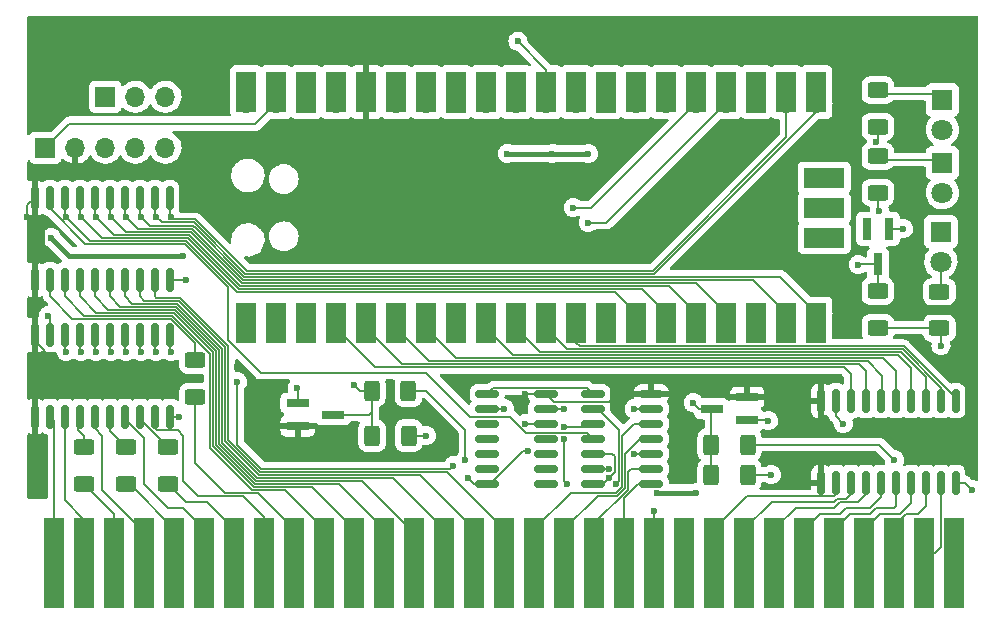
<source format=gbr>
%TF.GenerationSoftware,KiCad,Pcbnew,(6.0.5)*%
%TF.CreationDate,2022-11-13T19:37:50-06:00*%
%TF.ProjectId,ISA rev5,49534120-7265-4763-952e-6b696361645f,rev?*%
%TF.SameCoordinates,Original*%
%TF.FileFunction,Copper,L1,Top*%
%TF.FilePolarity,Positive*%
%FSLAX46Y46*%
G04 Gerber Fmt 4.6, Leading zero omitted, Abs format (unit mm)*
G04 Created by KiCad (PCBNEW (6.0.5)) date 2022-11-13 19:37:50*
%MOMM*%
%LPD*%
G01*
G04 APERTURE LIST*
G04 Aperture macros list*
%AMRoundRect*
0 Rectangle with rounded corners*
0 $1 Rounding radius*
0 $2 $3 $4 $5 $6 $7 $8 $9 X,Y pos of 4 corners*
0 Add a 4 corners polygon primitive as box body*
4,1,4,$2,$3,$4,$5,$6,$7,$8,$9,$2,$3,0*
0 Add four circle primitives for the rounded corners*
1,1,$1+$1,$2,$3*
1,1,$1+$1,$4,$5*
1,1,$1+$1,$6,$7*
1,1,$1+$1,$8,$9*
0 Add four rect primitives between the rounded corners*
20,1,$1+$1,$2,$3,$4,$5,0*
20,1,$1+$1,$4,$5,$6,$7,0*
20,1,$1+$1,$6,$7,$8,$9,0*
20,1,$1+$1,$8,$9,$2,$3,0*%
G04 Aperture macros list end*
%TA.AperFunction,SMDPad,CuDef*%
%ADD10R,1.900000X0.800000*%
%TD*%
%TA.AperFunction,ComponentPad*%
%ADD11R,1.700000X1.700000*%
%TD*%
%TA.AperFunction,ComponentPad*%
%ADD12O,1.700000X1.700000*%
%TD*%
%TA.AperFunction,SMDPad,CuDef*%
%ADD13RoundRect,0.150000X0.150000X-0.837500X0.150000X0.837500X-0.150000X0.837500X-0.150000X-0.837500X0*%
%TD*%
%TA.AperFunction,SMDPad,CuDef*%
%ADD14RoundRect,0.250000X-0.400000X-0.625000X0.400000X-0.625000X0.400000X0.625000X-0.400000X0.625000X0*%
%TD*%
%TA.AperFunction,SMDPad,CuDef*%
%ADD15RoundRect,0.250000X-0.625000X0.400000X-0.625000X-0.400000X0.625000X-0.400000X0.625000X0.400000X0*%
%TD*%
%TA.AperFunction,SMDPad,CuDef*%
%ADD16R,1.700000X3.500000*%
%TD*%
%TA.AperFunction,SMDPad,CuDef*%
%ADD17R,3.500000X1.700000*%
%TD*%
%TA.AperFunction,ConnectorPad*%
%ADD18R,1.780000X7.620000*%
%TD*%
%TA.AperFunction,SMDPad,CuDef*%
%ADD19RoundRect,0.250000X0.400000X0.625000X-0.400000X0.625000X-0.400000X-0.625000X0.400000X-0.625000X0*%
%TD*%
%TA.AperFunction,ComponentPad*%
%ADD20R,1.800000X1.800000*%
%TD*%
%TA.AperFunction,ComponentPad*%
%ADD21C,1.800000*%
%TD*%
%TA.AperFunction,SMDPad,CuDef*%
%ADD22RoundRect,0.150000X-0.825000X-0.150000X0.825000X-0.150000X0.825000X0.150000X-0.825000X0.150000X0*%
%TD*%
%TA.AperFunction,SMDPad,CuDef*%
%ADD23R,0.800000X1.900000*%
%TD*%
%TA.AperFunction,ViaPad*%
%ADD24C,0.600000*%
%TD*%
%TA.AperFunction,Conductor*%
%ADD25C,0.127000*%
%TD*%
%TA.AperFunction,Conductor*%
%ADD26C,0.200000*%
%TD*%
%TA.AperFunction,Conductor*%
%ADD27C,0.400000*%
%TD*%
G04 APERTURE END LIST*
D10*
%TO.P,D5,1*%
%TO.N,GND*%
X129310000Y-134940000D03*
%TO.P,D5,2*%
%TO.N,+3V3*%
X129310000Y-136840000D03*
%TO.P,D5,3*%
%TO.N,/+12Vmon*%
X132310000Y-135890000D03*
%TD*%
%TO.P,D1,1*%
%TO.N,GND*%
X167362000Y-136332000D03*
%TO.P,D1,2*%
%TO.N,+3V3*%
X167362000Y-134432000D03*
%TO.P,D1,3*%
%TO.N,/+5Vmon*%
X164362000Y-135382000D03*
%TD*%
D11*
%TO.P,J5,1,Pin_1*%
%TO.N,Net-(J5-Pad1)*%
X113030000Y-108966000D03*
D12*
%TO.P,J5,2,Pin_2*%
%TO.N,Net-(J5-Pad2)*%
X115570000Y-108966000D03*
%TO.P,J5,3,Pin_3*%
%TO.N,Net-(J5-Pad3)*%
X118110000Y-108966000D03*
%TD*%
D13*
%TO.P,U4,1,A->B*%
%TO.N,+3V3*%
X107061000Y-124460000D03*
%TO.P,U4,2,A0*%
%TO.N,/BA8*%
X108331000Y-124460000D03*
%TO.P,U4,3,A1*%
%TO.N,/BA9*%
X109601000Y-124460000D03*
%TO.P,U4,4,A2*%
%TO.N,/BA10*%
X110871000Y-124460000D03*
%TO.P,U4,5,A3*%
%TO.N,/BA11*%
X112141000Y-124460000D03*
%TO.P,U4,6,A4*%
%TO.N,/BA12*%
X113411000Y-124460000D03*
%TO.P,U4,7,A5*%
%TO.N,/BA13*%
X114681000Y-124460000D03*
%TO.P,U4,8,A6*%
%TO.N,/BA14*%
X115951000Y-124460000D03*
%TO.P,U4,9,A7*%
%TO.N,/BA15*%
X117221000Y-124460000D03*
%TO.P,U4,10,GND*%
%TO.N,GND*%
X118491000Y-124460000D03*
%TO.P,U4,11,B7*%
%TO.N,/PA7*%
X118491000Y-117535000D03*
%TO.P,U4,12,B6*%
%TO.N,/PA6*%
X117221000Y-117535000D03*
%TO.P,U4,13,B5*%
%TO.N,/PA5*%
X115951000Y-117535000D03*
%TO.P,U4,14,B4*%
%TO.N,/PA4*%
X114681000Y-117535000D03*
%TO.P,U4,15,B3*%
%TO.N,/PA3*%
X113411000Y-117535000D03*
%TO.P,U4,16,B2*%
%TO.N,/PA2*%
X112141000Y-117535000D03*
%TO.P,U4,17,B1*%
%TO.N,/PA1*%
X110871000Y-117535000D03*
%TO.P,U4,18,B0*%
%TO.N,/PA0*%
X109601000Y-117535000D03*
%TO.P,U4,19,CE*%
%TO.N,Net-(U1-Pad4)*%
X108331000Y-117535000D03*
%TO.P,U4,20,VCC*%
%TO.N,+3V3*%
X107061000Y-117535000D03*
%TD*%
D14*
%TO.P,R2,1*%
%TO.N,/+5Vmon*%
X164312000Y-140970000D03*
%TO.P,R2,2*%
%TO.N,GND*%
X167412000Y-140970000D03*
%TD*%
D15*
%TO.P,R3,1*%
%TO.N,Net-(D4-Pad2)*%
X183642000Y-125476000D03*
%TO.P,R3,2*%
%TO.N,Net-(J1-Pad2)*%
X183642000Y-128576000D03*
%TD*%
D13*
%TO.P,U3,1,A->B*%
%TO.N,+3V3*%
X173609000Y-141638500D03*
%TO.P,U3,2,A0*%
%TO.N,/BD0*%
X174879000Y-141638500D03*
%TO.P,U3,3,A1*%
%TO.N,/BD1*%
X176149000Y-141638500D03*
%TO.P,U3,4,A2*%
%TO.N,/BD2*%
X177419000Y-141638500D03*
%TO.P,U3,5,A3*%
%TO.N,/BD3*%
X178689000Y-141638500D03*
%TO.P,U3,6,A4*%
%TO.N,/BD4*%
X179959000Y-141638500D03*
%TO.P,U3,7,A5*%
%TO.N,/BD5*%
X181229000Y-141638500D03*
%TO.P,U3,8,A6*%
%TO.N,/BD6*%
X182499000Y-141638500D03*
%TO.P,U3,9,A7*%
%TO.N,/BD7*%
X183769000Y-141638500D03*
%TO.P,U3,10,GND*%
%TO.N,GND*%
X185039000Y-141638500D03*
%TO.P,U3,11,B7*%
%TO.N,/PD7*%
X185039000Y-134713500D03*
%TO.P,U3,12,B6*%
%TO.N,/PD6*%
X183769000Y-134713500D03*
%TO.P,U3,13,B5*%
%TO.N,/PD5*%
X182499000Y-134713500D03*
%TO.P,U3,14,B4*%
%TO.N,/PD4*%
X181229000Y-134713500D03*
%TO.P,U3,15,B3*%
%TO.N,/PD3*%
X179959000Y-134713500D03*
%TO.P,U3,16,B2*%
%TO.N,/PD2*%
X178689000Y-134713500D03*
%TO.P,U3,17,B1*%
%TO.N,/PD1*%
X177419000Y-134713500D03*
%TO.P,U3,18,B0*%
%TO.N,/PD0*%
X176149000Y-134713500D03*
%TO.P,U3,19,CE*%
%TO.N,GND*%
X174879000Y-134713500D03*
%TO.P,U3,20,VCC*%
%TO.N,+3V3*%
X173609000Y-134713500D03*
%TD*%
D14*
%TO.P,R11,1*%
%TO.N,/+12Vmon*%
X135610000Y-137668000D03*
%TO.P,R11,2*%
%TO.N,GND*%
X138710000Y-137668000D03*
%TD*%
D16*
%TO.P,U6,1,GPIO0*%
%TO.N,/OLED_SDA*%
X124968000Y-128154000D03*
D12*
X124968000Y-127254000D03*
D16*
%TO.P,U6,2,GPIO1*%
%TO.N,/OLED_SCL*%
X127508000Y-128154000D03*
D12*
X127508000Y-127254000D03*
D16*
%TO.P,U6,3,GND*%
%TO.N,GND*%
X130048000Y-128154000D03*
D11*
X130048000Y-127254000D03*
D16*
%TO.P,U6,4,GPIO2*%
%TO.N,/PD0*%
X132588000Y-128154000D03*
D12*
X132588000Y-127254000D03*
%TO.P,U6,5,GPIO3*%
%TO.N,/PD1*%
X135128000Y-127254000D03*
D16*
X135128000Y-128154000D03*
D12*
%TO.P,U6,6,GPIO4*%
%TO.N,/PD2*%
X137668000Y-127254000D03*
D16*
X137668000Y-128154000D03*
%TO.P,U6,7,GPIO5*%
%TO.N,/PD3*%
X140208000Y-128154000D03*
D12*
X140208000Y-127254000D03*
D11*
%TO.P,U6,8,GND*%
%TO.N,unconnected-(U6-Pad8)*%
X142748000Y-127254000D03*
D16*
X142748000Y-128154000D03*
D12*
%TO.P,U6,9,GPIO6*%
%TO.N,/PD4*%
X145288000Y-127254000D03*
D16*
X145288000Y-128154000D03*
%TO.P,U6,10,GPIO7*%
%TO.N,/PD5*%
X147828000Y-128154000D03*
D12*
X147828000Y-127254000D03*
%TO.P,U6,11,GPIO8*%
%TO.N,/PD6*%
X150368000Y-127254000D03*
D16*
X150368000Y-128154000D03*
%TO.P,U6,12,GPIO9*%
%TO.N,/PD7*%
X152908000Y-128154000D03*
D12*
X152908000Y-127254000D03*
D11*
%TO.P,U6,13,GND*%
%TO.N,unconnected-(U6-Pad13)*%
X155448000Y-127254000D03*
D16*
X155448000Y-128154000D03*
D12*
%TO.P,U6,14,GPIO10*%
%TO.N,/PA0*%
X157988000Y-127254000D03*
D16*
X157988000Y-128154000D03*
D12*
%TO.P,U6,15,GPIO11*%
%TO.N,/PA1*%
X160528000Y-127254000D03*
D16*
X160528000Y-128154000D03*
%TO.P,U6,16,GPIO12*%
%TO.N,/PA2*%
X163068000Y-128154000D03*
D12*
X163068000Y-127254000D03*
D16*
%TO.P,U6,17,GPIO13*%
%TO.N,/PA3*%
X165608000Y-128154000D03*
D12*
X165608000Y-127254000D03*
D16*
%TO.P,U6,18,GND*%
%TO.N,GND*%
X168148000Y-128154000D03*
D11*
X168148000Y-127254000D03*
D16*
%TO.P,U6,19,GPIO14*%
%TO.N,/PA4*%
X170688000Y-128154000D03*
D12*
X170688000Y-127254000D03*
%TO.P,U6,20,GPIO15*%
%TO.N,/PA5*%
X173228000Y-127254000D03*
D16*
X173228000Y-128154000D03*
%TO.P,U6,21,GPIO16*%
%TO.N,/PA6*%
X173228000Y-108574000D03*
D12*
X173228000Y-109474000D03*
D16*
%TO.P,U6,22,GPIO17*%
%TO.N,/PA7*%
X170688000Y-108574000D03*
D12*
X170688000Y-109474000D03*
D11*
%TO.P,U6,23,GND*%
%TO.N,unconnected-(U6-Pad23)*%
X168148000Y-109474000D03*
D16*
X168148000Y-108574000D03*
D12*
%TO.P,U6,24,GPIO18*%
%TO.N,/bus_ready*%
X165608000Y-109474000D03*
D16*
X165608000Y-108574000D03*
D12*
%TO.P,U6,25,GPIO19*%
%TO.N,/CE_Byte*%
X163068000Y-109474000D03*
D16*
X163068000Y-108574000D03*
D12*
%TO.P,U6,26,GPIO20*%
%TO.N,Net-(J5-Pad1)*%
X160528000Y-109474000D03*
D16*
X160528000Y-108574000D03*
D12*
%TO.P,U6,27,GPIO21*%
%TO.N,Net-(J5-Pad2)*%
X157988000Y-109474000D03*
D16*
X157988000Y-108574000D03*
D11*
%TO.P,U6,28,GND*%
%TO.N,GND*%
X155448000Y-109474000D03*
D16*
X155448000Y-108574000D03*
D12*
%TO.P,U6,29,GPIO22*%
%TO.N,Net-(J5-Pad3)*%
X152908000Y-109474000D03*
D16*
X152908000Y-108574000D03*
D12*
%TO.P,U6,30,RUN*%
%TO.N,/Pico_Reset*%
X150368000Y-109474000D03*
D16*
X150368000Y-108574000D03*
D12*
%TO.P,U6,31,GPIO26_ADC0*%
%TO.N,/ISAreset*%
X147828000Y-109474000D03*
D16*
X147828000Y-108574000D03*
D12*
%TO.P,U6,32,GPIO27_ADC1*%
%TO.N,/+5Vmon*%
X145288000Y-109474000D03*
D16*
X145288000Y-108574000D03*
D11*
%TO.P,U6,33,AGND*%
%TO.N,GND*%
X142748000Y-109474000D03*
D16*
X142748000Y-108574000D03*
D12*
%TO.P,U6,34,GPIO28_ADC2*%
%TO.N,/+12Vmon*%
X140208000Y-109474000D03*
D16*
X140208000Y-108574000D03*
%TO.P,U6,35,ADC_VREF*%
%TO.N,unconnected-(U6-Pad35)*%
X137668000Y-108574000D03*
D12*
X137668000Y-109474000D03*
D16*
%TO.P,U6,36,3V3*%
%TO.N,+3V3*%
X135128000Y-108574000D03*
D12*
X135128000Y-109474000D03*
D16*
%TO.P,U6,37,3V3_EN*%
%TO.N,unconnected-(U6-Pad37)*%
X132588000Y-108574000D03*
D12*
X132588000Y-109474000D03*
D11*
%TO.P,U6,38,GND*%
%TO.N,GND*%
X130048000Y-109474000D03*
D16*
X130048000Y-108574000D03*
D12*
%TO.P,U6,39,VSYS*%
%TO.N,+5V*%
X127508000Y-109474000D03*
D16*
X127508000Y-108574000D03*
D12*
%TO.P,U6,40,VBUS*%
%TO.N,unconnected-(U6-Pad40)*%
X124968000Y-109474000D03*
D16*
X124968000Y-108574000D03*
D17*
%TO.P,U6,41,SWCLK*%
%TO.N,unconnected-(U6-Pad41)*%
X173898000Y-120904000D03*
D12*
X172998000Y-120904000D03*
D11*
%TO.P,U6,42,GND*%
%TO.N,unconnected-(U6-Pad42)*%
X172998000Y-118364000D03*
D17*
X173898000Y-118364000D03*
%TO.P,U6,43,SWDIO*%
%TO.N,unconnected-(U6-Pad43)*%
X173898000Y-115824000D03*
D12*
X172998000Y-115824000D03*
%TD*%
D18*
%TO.P,J1,32,IO*%
%TO.N,unconnected-(J1-Pad32)*%
X184917000Y-148463000D03*
%TO.P,J1,33,DB7*%
%TO.N,/BD7*%
X182377000Y-148463000D03*
%TO.P,J1,34,DB6*%
%TO.N,/BD6*%
X179837000Y-148463000D03*
%TO.P,J1,35,DB5*%
%TO.N,/BD5*%
X177297000Y-148463000D03*
%TO.P,J1,36,DB4*%
%TO.N,/BD4*%
X174757000Y-148463000D03*
%TO.P,J1,37,DB3*%
%TO.N,/BD3*%
X172217000Y-148463000D03*
%TO.P,J1,38,DB2*%
%TO.N,/BD2*%
X169677000Y-148463000D03*
%TO.P,J1,39,DB1*%
%TO.N,/BD1*%
X167137000Y-148463000D03*
%TO.P,J1,40,DB0*%
%TO.N,/BD0*%
X164597000Y-148463000D03*
%TO.P,J1,41,IO_READY*%
%TO.N,unconnected-(J1-Pad41)*%
X162057000Y-148463000D03*
%TO.P,J1,42,AEN*%
%TO.N,Net-(J1-Pad42)*%
X159517000Y-148463000D03*
%TO.P,J1,43,BA19*%
%TO.N,Net-(J1-Pad43)*%
X156977000Y-148463000D03*
%TO.P,J1,44,BA18*%
%TO.N,Net-(J1-Pad44)*%
X154437000Y-148463000D03*
%TO.P,J1,45,BA17*%
%TO.N,Net-(J1-Pad45)*%
X151897000Y-148463000D03*
%TO.P,J1,46,BA16*%
%TO.N,Net-(J1-Pad46)*%
X149357000Y-148463000D03*
%TO.P,J1,47,BA15*%
%TO.N,/BA15*%
X146817000Y-148463000D03*
%TO.P,J1,48,BA14*%
%TO.N,/BA14*%
X144277000Y-148463000D03*
%TO.P,J1,49,BA13*%
%TO.N,/BA13*%
X141737000Y-148463000D03*
%TO.P,J1,50,BA12*%
%TO.N,/BA12*%
X139197000Y-148463000D03*
%TO.P,J1,51,BA11*%
%TO.N,/BA11*%
X136657000Y-148463000D03*
%TO.P,J1,52,BA10*%
%TO.N,/BA10*%
X134117000Y-148463000D03*
%TO.P,J1,53,BA09*%
%TO.N,/BA9*%
X131577000Y-148463000D03*
%TO.P,J1,54,BA08*%
%TO.N,Net-(J1-Pad54)*%
X129037000Y-148463000D03*
%TO.P,J1,55,BA07*%
%TO.N,/BA7*%
X126497000Y-148463000D03*
%TO.P,J1,56,BA06*%
%TO.N,Net-(J1-Pad56)*%
X123957000Y-148463000D03*
%TO.P,J1,57,BA05*%
%TO.N,/BA5*%
X121417000Y-148463000D03*
%TO.P,J1,58,BA04*%
%TO.N,Net-(J1-Pad58)*%
X118877000Y-148463000D03*
%TO.P,J1,59,BA03*%
%TO.N,/BA3*%
X116337000Y-148463000D03*
%TO.P,J1,60,BA02*%
%TO.N,Net-(J1-Pad60)*%
X113797000Y-148463000D03*
%TO.P,J1,61,BA01*%
%TO.N,/BA1*%
X111257000Y-148463000D03*
%TO.P,J1,62,BA00*%
%TO.N,/BA0*%
X108717000Y-148463000D03*
%TD*%
D15*
%TO.P,R5,1*%
%TO.N,/BA8*%
X120650000Y-131266000D03*
%TO.P,R5,2*%
%TO.N,Net-(J1-Pad54)*%
X120650000Y-134366000D03*
%TD*%
D19*
%TO.P,R10,1*%
%TO.N,Net-(J1-Pad9)*%
X138684000Y-133858000D03*
%TO.P,R10,2*%
%TO.N,/+12Vmon*%
X135584000Y-133858000D03*
%TD*%
D15*
%TO.P,R12,1*%
%TO.N,/ISAreset*%
X178435000Y-125424000D03*
%TO.P,R12,2*%
%TO.N,Net-(J1-Pad2)*%
X178435000Y-128524000D03*
%TD*%
D20*
%TO.P,D2,1,K*%
%TO.N,Net-(D2-Pad1)*%
X183896000Y-114554000D03*
D21*
%TO.P,D2,2,A*%
%TO.N,GND*%
X183896000Y-117094000D03*
%TD*%
D15*
%TO.P,R9,1*%
%TO.N,Net-(D3-Pad1)*%
X178435000Y-108406000D03*
%TO.P,R9,2*%
%TO.N,Net-(J1-Pad7)*%
X178435000Y-111506000D03*
%TD*%
D22*
%TO.P,U1,1*%
%TO.N,Net-(U1-Pad1)*%
X154308000Y-134112000D03*
%TO.P,U1,2*%
%TO.N,Net-(J1-Pad42)*%
X154308000Y-135382000D03*
%TO.P,U1,3*%
%TO.N,/IOW*%
X154308000Y-136652000D03*
%TO.P,U1,4*%
%TO.N,Net-(U1-Pad4)*%
X154308000Y-137922000D03*
%TO.P,U1,5*%
%TO.N,GND*%
X154308000Y-139192000D03*
%TO.P,U1,6*%
%TO.N,/CE_Byte*%
X154308000Y-140462000D03*
%TO.P,U1,7,GND*%
%TO.N,GND*%
X154308000Y-141732000D03*
%TO.P,U1,8*%
%TO.N,Net-(J1-Pad43)*%
X159258000Y-141732000D03*
%TO.P,U1,9*%
%TO.N,Net-(J1-Pad44)*%
X159258000Y-140462000D03*
%TO.P,U1,10*%
%TO.N,Net-(U1-Pad10)*%
X159258000Y-139192000D03*
%TO.P,U1,11*%
%TO.N,Net-(J1-Pad45)*%
X159258000Y-137922000D03*
%TO.P,U1,12*%
%TO.N,Net-(J1-Pad46)*%
X159258000Y-136652000D03*
%TO.P,U1,13*%
%TO.N,Net-(U1-Pad13)*%
X159258000Y-135382000D03*
%TO.P,U1,14,VCC*%
%TO.N,+3V3*%
X159258000Y-134112000D03*
%TD*%
D15*
%TO.P,R8,1*%
%TO.N,/BA2*%
X111252000Y-138658000D03*
%TO.P,R8,2*%
%TO.N,Net-(J1-Pad60)*%
X111252000Y-141758000D03*
%TD*%
%TO.P,R7,1*%
%TO.N,/BA4*%
X114808000Y-138658000D03*
%TO.P,R7,2*%
%TO.N,Net-(J1-Pad58)*%
X114808000Y-141758000D03*
%TD*%
%TO.P,R6,1*%
%TO.N,/BA6*%
X118364000Y-138658000D03*
%TO.P,R6,2*%
%TO.N,Net-(J1-Pad56)*%
X118364000Y-141758000D03*
%TD*%
D20*
%TO.P,D3,1,K*%
%TO.N,Net-(D3-Pad1)*%
X183896000Y-109215000D03*
D21*
%TO.P,D3,2,A*%
%TO.N,GND*%
X183896000Y-111755000D03*
%TD*%
D23*
%TO.P,D6,1,K*%
%TO.N,/ISAreset*%
X178435000Y-123166000D03*
%TO.P,D6,2,A*%
%TO.N,GND*%
X179385000Y-120166000D03*
%TO.P,D6,3*%
%TO.N,N/C*%
X177485000Y-120166000D03*
%TD*%
D11*
%TO.P,J2,1,Pin_1*%
%TO.N,+5V*%
X107950000Y-113284000D03*
D12*
%TO.P,J2,2,Pin_2*%
%TO.N,+3V3*%
X110490000Y-113284000D03*
%TO.P,J2,3,Pin_3*%
%TO.N,GND*%
X113030000Y-113284000D03*
%TO.P,J2,4,Pin_4*%
%TO.N,/OLED_SDA*%
X115570000Y-113284000D03*
%TO.P,J2,5,Pin_5*%
%TO.N,/OLED_SCL*%
X118110000Y-113284000D03*
%TD*%
D19*
%TO.P,R1,1*%
%TO.N,Net-(J1-Pad3)*%
X167412000Y-138430000D03*
%TO.P,R1,2*%
%TO.N,/+5Vmon*%
X164312000Y-138430000D03*
%TD*%
D20*
%TO.P,D4,1,K*%
%TO.N,GND*%
X183769000Y-120396000D03*
D21*
%TO.P,D4,2,A*%
%TO.N,Net-(D4-Pad2)*%
X183769000Y-122936000D03*
%TD*%
D15*
%TO.P,R4,1*%
%TO.N,Net-(D2-Pad1)*%
X178435000Y-113994000D03*
%TO.P,R4,2*%
%TO.N,Net-(J1-Pad5)*%
X178435000Y-117094000D03*
%TD*%
D13*
%TO.P,U5,1,A->B*%
%TO.N,+3V3*%
X107061000Y-136050500D03*
%TO.P,U5,2,A0*%
%TO.N,/BA0*%
X108331000Y-136050500D03*
%TO.P,U5,3,A1*%
%TO.N,/BA1*%
X109601000Y-136050500D03*
%TO.P,U5,4,A2*%
%TO.N,/BA2*%
X110871000Y-136050500D03*
%TO.P,U5,5,A3*%
%TO.N,/BA3*%
X112141000Y-136050500D03*
%TO.P,U5,6,A4*%
%TO.N,/BA4*%
X113411000Y-136050500D03*
%TO.P,U5,7,A5*%
%TO.N,/BA5*%
X114681000Y-136050500D03*
%TO.P,U5,8,A6*%
%TO.N,/BA6*%
X115951000Y-136050500D03*
%TO.P,U5,9,A7*%
%TO.N,/BA7*%
X117221000Y-136050500D03*
%TO.P,U5,10,GND*%
%TO.N,GND*%
X118491000Y-136050500D03*
%TO.P,U5,11,B7*%
%TO.N,/PA7*%
X118491000Y-129125500D03*
%TO.P,U5,12,B6*%
%TO.N,/PA6*%
X117221000Y-129125500D03*
%TO.P,U5,13,B5*%
%TO.N,/PA5*%
X115951000Y-129125500D03*
%TO.P,U5,14,B4*%
%TO.N,/PA4*%
X114681000Y-129125500D03*
%TO.P,U5,15,B3*%
%TO.N,/PA3*%
X113411000Y-129125500D03*
%TO.P,U5,16,B2*%
%TO.N,/PA2*%
X112141000Y-129125500D03*
%TO.P,U5,17,B1*%
%TO.N,/PA1*%
X110871000Y-129125500D03*
%TO.P,U5,18,B0*%
%TO.N,/PA0*%
X109601000Y-129125500D03*
%TO.P,U5,19,CE*%
%TO.N,/CE_Byte*%
X108331000Y-129125500D03*
%TO.P,U5,20,VCC*%
%TO.N,+3V3*%
X107061000Y-129125500D03*
%TD*%
D22*
%TO.P,U2,1*%
%TO.N,Net-(U1-Pad1)*%
X145353000Y-134112000D03*
%TO.P,U2,2*%
%TO.N,Net-(U1-Pad10)*%
X145353000Y-135382000D03*
%TO.P,U2,3*%
%TO.N,N/C*%
X145353000Y-136652000D03*
%TO.P,U2,4*%
X145353000Y-137922000D03*
%TO.P,U2,5*%
X145353000Y-139192000D03*
%TO.P,U2,6*%
X145353000Y-140462000D03*
%TO.P,U2,7,GND*%
%TO.N,GND*%
X145353000Y-141732000D03*
%TO.P,U2,8*%
%TO.N,N/C*%
X150303000Y-141732000D03*
%TO.P,U2,9*%
X150303000Y-140462000D03*
%TO.P,U2,10*%
X150303000Y-139192000D03*
%TO.P,U2,11*%
X150303000Y-137922000D03*
%TO.P,U2,12*%
%TO.N,/bus_ready*%
X150303000Y-136652000D03*
%TO.P,U2,13*%
%TO.N,Net-(U1-Pad13)*%
X150303000Y-135382000D03*
%TO.P,U2,14,VCC*%
%TO.N,+3V3*%
X150303000Y-134112000D03*
%TD*%
D24*
%TO.N,+3V3*%
X124206000Y-131826000D03*
X118364000Y-131826000D03*
%TO.N,GND*%
X186436000Y-142240000D03*
X169164000Y-136398000D03*
X119888000Y-124460000D03*
X129286000Y-133604000D03*
X147066000Y-113792000D03*
X155702000Y-141224000D03*
X140208000Y-137668000D03*
X169418000Y-140970000D03*
X148844000Y-138938000D03*
X143764000Y-141224000D03*
X159766000Y-142494000D03*
X175514000Y-136652000D03*
X108458000Y-120904000D03*
X119286500Y-136050500D03*
X163068000Y-142494000D03*
X150876000Y-113792000D03*
X180594000Y-120142000D03*
X153924000Y-113792000D03*
X119634000Y-122428000D03*
%TO.N,+3V3*%
X108966000Y-131572000D03*
X170688000Y-137414000D03*
X157734000Y-134112000D03*
X173990000Y-136144000D03*
X170688000Y-139446000D03*
X148590000Y-134112000D03*
X106426000Y-119126000D03*
%TO.N,/+12Vmon*%
X134112000Y-133350000D03*
%TO.N,/+5Vmon*%
X162814000Y-134874000D03*
%TO.N,/ISAreset*%
X176784000Y-123190000D03*
%TO.N,Net-(J1-Pad2)*%
X183769000Y-130048000D03*
%TO.N,Net-(J1-Pad3)*%
X179832000Y-139700000D03*
%TO.N,Net-(J1-Pad5)*%
X178562000Y-118618000D03*
%TO.N,Net-(J1-Pad7)*%
X178308000Y-112776000D03*
%TO.N,Net-(J1-Pad9)*%
X143510000Y-139700000D03*
%TO.N,/IOW*%
X151892000Y-136906000D03*
X151892000Y-137922000D03*
X152146000Y-141732000D03*
%TO.N,Net-(J1-Pad42)*%
X159512000Y-144018000D03*
X156275000Y-141732000D03*
%TO.N,Net-(U1-Pad10)*%
X157799000Y-139192000D03*
X146812000Y-135382000D03*
%TO.N,Net-(U1-Pad13)*%
X151892000Y-135382000D03*
X157799000Y-135382000D03*
%TO.N,/bus_ready*%
X148590000Y-136652000D03*
X153924000Y-119634000D03*
%TO.N,/CE_Byte*%
X124206000Y-133096000D03*
X142494000Y-140208000D03*
X155702000Y-140462000D03*
X152654000Y-118364000D03*
X108204000Y-127508000D03*
%TO.N,/PA7*%
X118618000Y-130556000D03*
X118618000Y-119126000D03*
%TO.N,/PA6*%
X117348000Y-119126000D03*
X117348000Y-130556000D03*
%TO.N,/PA5*%
X116078000Y-119126000D03*
X116078000Y-130556000D03*
%TO.N,/PA4*%
X114808000Y-119126000D03*
X114808000Y-130556000D03*
%TO.N,/PA3*%
X113538000Y-119126000D03*
X113538000Y-130556000D03*
%TO.N,/PA2*%
X112268000Y-130556000D03*
X112268000Y-119126000D03*
%TO.N,/PA1*%
X110998000Y-119126000D03*
X110998000Y-130556000D03*
%TO.N,/PA0*%
X109728000Y-119126000D03*
X109728000Y-130556000D03*
%TO.N,/Pico_Reset*%
X147955000Y-104267000D03*
%TD*%
D25*
%TO.N,GND*%
X129310000Y-134940000D02*
X129310000Y-133628000D01*
D26*
X169098000Y-136332000D02*
X169164000Y-136398000D01*
X148384479Y-138938000D02*
X148844000Y-138938000D01*
D25*
X185039000Y-141638500D02*
X185834500Y-141638500D01*
D27*
X153924000Y-113792000D02*
X150876000Y-113792000D01*
X108458000Y-120904000D02*
X109982000Y-122428000D01*
D26*
X144272000Y-141732000D02*
X143764000Y-141224000D01*
D25*
X179385000Y-120166000D02*
X180570000Y-120166000D01*
X118491000Y-136050500D02*
X119286500Y-136050500D01*
D27*
X109982000Y-122428000D02*
X119634000Y-122428000D01*
D25*
X180594000Y-120142000D02*
X180570000Y-120166000D01*
D26*
X167338000Y-136332000D02*
X169098000Y-136332000D01*
X145590479Y-141732000D02*
X148384479Y-138938000D01*
D27*
X147066000Y-113792000D02*
X150876000Y-113792000D01*
D25*
X174879000Y-136017000D02*
X175514000Y-136652000D01*
X155702000Y-141224000D02*
X156192011Y-140733989D01*
X185834500Y-141638500D02*
X186436000Y-142240000D01*
D26*
X145353000Y-141732000D02*
X145590479Y-141732000D01*
D25*
X155956000Y-139192000D02*
X154308000Y-139192000D01*
X155194000Y-141732000D02*
X155702000Y-141224000D01*
D26*
X118491000Y-124460000D02*
X119888000Y-124460000D01*
D25*
X156192011Y-139428011D02*
X155956000Y-139192000D01*
X156192011Y-140733989D02*
X156192011Y-139428011D01*
D27*
X159766000Y-142494000D02*
X163068000Y-142494000D01*
D26*
X145353000Y-141732000D02*
X144272000Y-141732000D01*
D25*
X138710000Y-137668000D02*
X140208000Y-137668000D01*
X129286000Y-133604000D02*
X129310000Y-133628000D01*
X174879000Y-134713500D02*
X174879000Y-136017000D01*
D26*
X167412000Y-140970000D02*
X169418000Y-140970000D01*
D25*
X154308000Y-141732000D02*
X155194000Y-141732000D01*
%TO.N,+3V3*%
X107061000Y-129667000D02*
X107061000Y-129125500D01*
D27*
X107696000Y-122428000D02*
X107696000Y-120396000D01*
D25*
X173609000Y-135763000D02*
X173609000Y-134713500D01*
D26*
X157734000Y-134112000D02*
X156990520Y-134855480D01*
D27*
X107696000Y-120396000D02*
X106426000Y-119126000D01*
D25*
X173990000Y-136144000D02*
X173609000Y-135763000D01*
D26*
X151046480Y-134855480D02*
X150303000Y-134112000D01*
D25*
X106426000Y-118170000D02*
X107061000Y-117535000D01*
X108966000Y-131572000D02*
X107061000Y-129667000D01*
D27*
X107061000Y-123063000D02*
X107696000Y-122428000D01*
X107061000Y-124460000D02*
X107061000Y-123063000D01*
D26*
X156990520Y-134855480D02*
X151046480Y-134855480D01*
D25*
X106426000Y-119126000D02*
X106426000Y-118170000D01*
D26*
X148590000Y-134112000D02*
X150303000Y-134112000D01*
D25*
%TO.N,/+12Vmon*%
X135584000Y-133858000D02*
X135584000Y-135688000D01*
X135584000Y-133858000D02*
X134620000Y-133858000D01*
X135584000Y-135688000D02*
X135584000Y-137642000D01*
X134620000Y-133858000D02*
X134112000Y-133350000D01*
X135584000Y-137642000D02*
X135610000Y-137668000D01*
X135382000Y-135890000D02*
X135584000Y-135688000D01*
X132310000Y-135890000D02*
X135382000Y-135890000D01*
%TO.N,Net-(D2-Pad1)*%
X178741000Y-114300000D02*
X183769000Y-114300000D01*
X178435000Y-113994000D02*
X178741000Y-114300000D01*
%TO.N,Net-(D3-Pad1)*%
X178435000Y-108406000D02*
X178746000Y-108717000D01*
X178746000Y-108717000D02*
X183769000Y-108717000D01*
%TO.N,Net-(D4-Pad2)*%
X183769000Y-125424000D02*
X183769000Y-122936000D01*
%TO.N,/+5Vmon*%
X164338000Y-135382000D02*
X163322000Y-135382000D01*
X163322000Y-135382000D02*
X162814000Y-134874000D01*
X164312000Y-140970000D02*
X164312000Y-138430000D01*
X164312000Y-138430000D02*
X164338000Y-138404000D01*
X164338000Y-138404000D02*
X164338000Y-135382000D01*
%TO.N,/ISAreset*%
X178435000Y-125424000D02*
X178435000Y-123166000D01*
X178435000Y-123166000D02*
X176808000Y-123166000D01*
X176784000Y-123190000D02*
X176808000Y-123166000D01*
%TO.N,Net-(J1-Pad2)*%
X183769000Y-128524000D02*
X178435000Y-128524000D01*
X183769000Y-130048000D02*
X183769000Y-128524000D01*
%TO.N,Net-(J1-Pad3)*%
X178562000Y-138430000D02*
X167412000Y-138430000D01*
X179832000Y-139700000D02*
X178562000Y-138430000D01*
%TO.N,Net-(J1-Pad5)*%
X178435000Y-118491000D02*
X178562000Y-118618000D01*
X178435000Y-117094000D02*
X178435000Y-118491000D01*
%TO.N,Net-(J1-Pad7)*%
X178435000Y-111506000D02*
X178435000Y-112649000D01*
X178435000Y-112649000D02*
X178308000Y-112776000D01*
%TO.N,Net-(J1-Pad9)*%
X143510000Y-137160000D02*
X143510000Y-139700000D01*
X140208000Y-133858000D02*
X138684000Y-133858000D01*
X140208000Y-133858000D02*
X143510000Y-137160000D01*
%TO.N,/IOW*%
X151892000Y-141478000D02*
X152146000Y-141732000D01*
X151892000Y-136906000D02*
X154054000Y-136906000D01*
X151892000Y-137922000D02*
X151892000Y-141478000D01*
X154054000Y-136906000D02*
X154128735Y-136831265D01*
%TO.N,/BD7*%
X182377000Y-148463000D02*
X183769000Y-147071000D01*
X183769000Y-147071000D02*
X183769000Y-141638500D01*
%TO.N,/BD6*%
X179837000Y-148463000D02*
X179837000Y-145283000D01*
X182499000Y-143637000D02*
X182499000Y-141638500D01*
X180848000Y-144272000D02*
X181864000Y-144272000D01*
X179837000Y-145283000D02*
X180848000Y-144272000D01*
X181864000Y-144272000D02*
X182499000Y-143637000D01*
%TO.N,/BD5*%
X180340000Y-144272000D02*
X181229000Y-143383000D01*
X181229000Y-143383000D02*
X181229000Y-141638500D01*
X178568000Y-144272000D02*
X180340000Y-144272000D01*
X177297000Y-148463000D02*
X177297000Y-145543000D01*
X177297000Y-145543000D02*
X178568000Y-144272000D01*
%TO.N,/BD4*%
X177800000Y-144272000D02*
X178308000Y-143764000D01*
X178308000Y-143764000D02*
X179832000Y-143764000D01*
X174757000Y-145543000D02*
X176028000Y-144272000D01*
X174757000Y-148463000D02*
X174757000Y-145543000D01*
X179959000Y-143637000D02*
X179959000Y-141638500D01*
X176028000Y-144272000D02*
X177800000Y-144272000D01*
X179832000Y-143764000D02*
X179959000Y-143637000D01*
%TO.N,/BD3*%
X172217000Y-148463000D02*
X172217000Y-145543000D01*
X172217000Y-145543000D02*
X173488000Y-144272000D01*
X175260000Y-144272000D02*
X175768000Y-143764000D01*
X178689000Y-142875000D02*
X178689000Y-141638500D01*
X173488000Y-144272000D02*
X175260000Y-144272000D01*
X175768000Y-143764000D02*
X177800000Y-143764000D01*
X177800000Y-143764000D02*
X178689000Y-142875000D01*
%TO.N,/BD2*%
X171456000Y-143764000D02*
X174752000Y-143764000D01*
X177419000Y-142621000D02*
X177419000Y-141638500D01*
X174752000Y-143764000D02*
X175260000Y-143256000D01*
X175260000Y-143256000D02*
X176784000Y-143256000D01*
X169677000Y-145543000D02*
X171456000Y-143764000D01*
X169677000Y-148463000D02*
X169677000Y-145543000D01*
X176784000Y-143256000D02*
X177419000Y-142621000D01*
%TO.N,/BD1*%
X167137000Y-148463000D02*
X167137000Y-145543000D01*
X169424000Y-143256000D02*
X174752000Y-143256000D01*
X175005520Y-143002480D02*
X175768000Y-143002480D01*
X176149000Y-142621480D02*
X176149000Y-141638500D01*
X167137000Y-145543000D02*
X169424000Y-143256000D01*
X175768000Y-143002480D02*
X176149000Y-142621480D01*
X174752000Y-143256000D02*
X175005520Y-143002480D01*
%TO.N,/BD0*%
X164597000Y-145543000D02*
X167323980Y-142816020D01*
X174683980Y-142816020D02*
X174879000Y-142621000D01*
X174879000Y-142621000D02*
X174879000Y-141638500D01*
X164597000Y-148463000D02*
X164597000Y-145543000D01*
X167323980Y-142816020D02*
X174683980Y-142816020D01*
%TO.N,Net-(J1-Pad42)*%
X159517000Y-144023000D02*
X159512000Y-144018000D01*
X156529000Y-141478000D02*
X156529000Y-137160000D01*
X156275000Y-141732000D02*
X156529000Y-141478000D01*
X154751000Y-135382000D02*
X154308000Y-135382000D01*
X159517000Y-148463000D02*
X159517000Y-144023000D01*
X156529000Y-137160000D02*
X154751000Y-135382000D01*
%TO.N,Net-(J1-Pad43)*%
X158157531Y-141732000D02*
X156977000Y-142912531D01*
X156977000Y-142912531D02*
X156977000Y-148463000D01*
X158157531Y-141732000D02*
X159258000Y-141732000D01*
%TO.N,Net-(J1-Pad44)*%
X159258000Y-140462000D02*
X157545000Y-140462000D01*
X157291000Y-140716000D02*
X157291000Y-142240000D01*
X157545000Y-140462000D02*
X157291000Y-140716000D01*
X154437000Y-145094000D02*
X154437000Y-148463000D01*
X157291000Y-142240000D02*
X154437000Y-145094000D01*
%TO.N,Net-(J1-Pad45)*%
X157037000Y-139957140D02*
X157037000Y-139192000D01*
X157036520Y-142091011D02*
X157036520Y-139957620D01*
X156380012Y-142747520D02*
X154692480Y-142747520D01*
X158307000Y-137922000D02*
X159258000Y-137922000D01*
X154692480Y-142747520D02*
X151897000Y-145543000D01*
X151897000Y-145543000D02*
X151897000Y-148463000D01*
X156380012Y-142747520D02*
X157036520Y-142091011D01*
X157036520Y-139957620D02*
X157037000Y-139957140D01*
X157037000Y-139192000D02*
X158307000Y-137922000D01*
%TO.N,Net-(J1-Pad46)*%
X156783000Y-137668000D02*
X157799000Y-136652000D01*
X156275000Y-142494000D02*
X152406000Y-142494000D01*
X157799000Y-136652000D02*
X159258000Y-136652000D01*
X149357000Y-148463000D02*
X149357000Y-145543000D01*
X156275000Y-142494000D02*
X156783000Y-141986000D01*
X152406000Y-142494000D02*
X149357000Y-145543000D01*
X156783000Y-141986000D02*
X156783000Y-137668000D01*
%TO.N,/BA15*%
X141990000Y-140716000D02*
X146817000Y-145543000D01*
X126103192Y-140716000D02*
X141990000Y-140716000D01*
X123444000Y-130092938D02*
X123444000Y-138056808D01*
X117348000Y-125984000D02*
X119335062Y-125984000D01*
X117221000Y-124460000D02*
X117221000Y-125857000D01*
X146817000Y-145543000D02*
X146817000Y-148463000D01*
X123444000Y-138056808D02*
X126103192Y-140716000D01*
X119335062Y-125984000D02*
X123444000Y-130092938D01*
X117221000Y-125857000D02*
X117348000Y-125984000D01*
%TO.N,/BA14*%
X119230531Y-126238000D02*
X116332000Y-126238000D01*
X116332000Y-126238000D02*
X115951000Y-125857000D01*
X139704000Y-140970000D02*
X125998660Y-140970000D01*
X123189040Y-138160380D02*
X123189040Y-130196509D01*
X144277000Y-148463000D02*
X144277000Y-145543000D01*
X123189040Y-130196509D02*
X119230531Y-126238000D01*
X115951000Y-125857000D02*
X115951000Y-124460000D01*
X144277000Y-145543000D02*
X139704000Y-140970000D01*
X125998660Y-140970000D02*
X123189040Y-138160380D01*
%TO.N,/BA13*%
X122935520Y-138265392D02*
X122935520Y-130301520D01*
X141737000Y-148463000D02*
X141737000Y-145543000D01*
X119126000Y-126492000D02*
X115316000Y-126492000D01*
X114681000Y-125857000D02*
X114681000Y-124460000D01*
X137418960Y-141224960D02*
X125895088Y-141224960D01*
X122935520Y-130301520D02*
X119126000Y-126492000D01*
X125895088Y-141224960D02*
X122935520Y-138265392D01*
X141737000Y-145543000D02*
X137418960Y-141224960D01*
X115316000Y-126492000D02*
X114681000Y-125857000D01*
%TO.N,/BA12*%
X114300480Y-126746480D02*
X119014466Y-126746480D01*
X122682000Y-138370404D02*
X125790076Y-141478480D01*
X119014466Y-126746480D02*
X122682000Y-130414014D01*
X113411000Y-124460000D02*
X113411000Y-125857000D01*
X125790076Y-141478480D02*
X134752502Y-141478480D01*
X134752502Y-141478480D02*
X139197000Y-145922978D01*
X139197000Y-145922978D02*
X139197000Y-148463000D01*
X122682000Y-130414014D02*
X122682000Y-138370404D01*
X113411000Y-125857000D02*
X114300480Y-126746480D01*
%TO.N,/BA11*%
X122427040Y-138473976D02*
X122427040Y-130517586D01*
X114044080Y-127000000D02*
X114045040Y-127000960D01*
X113284000Y-127000000D02*
X114044080Y-127000000D01*
X122427040Y-130517586D02*
X118909454Y-127000000D01*
X132846000Y-141732000D02*
X125685064Y-141732000D01*
X114481680Y-127000960D02*
X114045040Y-127000960D01*
X118909454Y-127000000D02*
X114482640Y-127000000D01*
X125685064Y-141732000D02*
X122427040Y-138473976D01*
X136657000Y-145543000D02*
X132846000Y-141732000D01*
X112141000Y-124460000D02*
X112141000Y-125857000D01*
X136657000Y-148463000D02*
X136657000Y-145543000D01*
X112141000Y-125857000D02*
X113284000Y-127000000D01*
X114482640Y-127000000D02*
X114481680Y-127000960D01*
%TO.N,/BA10*%
X110871000Y-124460000D02*
X110871000Y-125857000D01*
X122173520Y-138578988D02*
X125581012Y-141986480D01*
X113466640Y-127254000D02*
X113467120Y-127254480D01*
X122173520Y-130622598D02*
X122173520Y-138578988D01*
X113029520Y-127254480D02*
X113030000Y-127254000D01*
X113030000Y-127254000D02*
X113466640Y-127254000D01*
X118804923Y-127254000D02*
X122173520Y-130622598D01*
X113467120Y-127254480D02*
X117093520Y-127254480D01*
X117093520Y-127254480D02*
X117094000Y-127254000D01*
X130560480Y-141986480D02*
X134117000Y-145543000D01*
X117094000Y-127254000D02*
X118804923Y-127254000D01*
X112268480Y-127254480D02*
X113029520Y-127254480D01*
X110871000Y-125857000D02*
X112268480Y-127254480D01*
X125581012Y-141986480D02*
X130560480Y-141986480D01*
X134117000Y-145543000D02*
X134117000Y-148463000D01*
%TO.N,/BA9*%
X131577000Y-145543000D02*
X128274000Y-142240000D01*
X109601000Y-125857000D02*
X109601000Y-124460000D01*
X125476000Y-142240000D02*
X121920000Y-138684000D01*
X121920000Y-130727609D02*
X118700392Y-127508000D01*
X121920000Y-138684000D02*
X121920000Y-130727609D01*
X118700392Y-127508000D02*
X111252000Y-127508000D01*
X131577000Y-148463000D02*
X131577000Y-145543000D01*
X128274000Y-142240000D02*
X125476000Y-142240000D01*
X111252000Y-127508000D02*
X109601000Y-125857000D01*
%TO.N,Net-(J1-Pad54)*%
X123190000Y-142494000D02*
X120650000Y-139954000D01*
X129037000Y-145543000D02*
X129037000Y-148463000D01*
X125988000Y-142494000D02*
X129037000Y-145543000D01*
X120650000Y-139954000D02*
X120650000Y-134366000D01*
X125988000Y-142494000D02*
X123190000Y-142494000D01*
%TO.N,/BA7*%
X119194020Y-137228020D02*
X117416020Y-137228020D01*
X117221000Y-137033000D02*
X117221000Y-136050500D01*
X126497000Y-144526000D02*
X124719000Y-142748000D01*
X117416020Y-137228020D02*
X117221000Y-137033000D01*
X120904000Y-142748000D02*
X119634000Y-141478000D01*
X124719000Y-142748000D02*
X120904000Y-142748000D01*
X119634000Y-141478000D02*
X119634000Y-137668000D01*
X126497000Y-148463000D02*
X126497000Y-144526000D01*
X119634000Y-137668000D02*
X119194020Y-137228020D01*
%TO.N,Net-(J1-Pad56)*%
X121670000Y-143256000D02*
X119862000Y-143256000D01*
X119862000Y-143256000D02*
X118364000Y-141758000D01*
X123957000Y-148463000D02*
X123957000Y-145543000D01*
X123957000Y-145543000D02*
X121670000Y-143256000D01*
%TO.N,/BA5*%
X119638000Y-143764000D02*
X118364000Y-143764000D01*
X116332000Y-137899860D02*
X114681000Y-136248860D01*
X114681000Y-136248860D02*
X114681000Y-136050500D01*
X121417000Y-148463000D02*
X121417000Y-145543000D01*
X116332000Y-141732000D02*
X116332000Y-137899860D01*
X121417000Y-145543000D02*
X119638000Y-143764000D01*
X118364000Y-143764000D02*
X116332000Y-141732000D01*
%TO.N,Net-(J1-Pad58)*%
X118877000Y-145543000D02*
X115092000Y-141758000D01*
X115092000Y-141758000D02*
X114808000Y-141758000D01*
X118877000Y-148463000D02*
X118877000Y-145543000D01*
%TO.N,/BA3*%
X112776000Y-142240000D02*
X112776000Y-137668000D01*
X112141000Y-137033000D02*
X112141000Y-136050500D01*
X116337000Y-148463000D02*
X116337000Y-145801000D01*
X116337000Y-145801000D02*
X112776000Y-142240000D01*
X112776000Y-137668000D02*
X112141000Y-137033000D01*
%TO.N,Net-(J1-Pad60)*%
X113797000Y-148463000D02*
X113797000Y-144303000D01*
X113797000Y-144303000D02*
X111252000Y-141758000D01*
%TO.N,/BA1*%
X111257000Y-148463000D02*
X111257000Y-144785000D01*
X111257000Y-144785000D02*
X109601000Y-143129000D01*
X109601000Y-143129000D02*
X109601000Y-136050500D01*
%TO.N,/BA0*%
X108717000Y-136436500D02*
X108331000Y-136050500D01*
X108717000Y-148463000D02*
X108717000Y-136436500D01*
D26*
%TO.N,+5V*%
X125730000Y-111252000D02*
X109982000Y-111252000D01*
X127508000Y-109474000D02*
X125730000Y-111252000D01*
X109982000Y-111252000D02*
X107950000Y-113284000D01*
D25*
%TO.N,/BA8*%
X108331000Y-124460000D02*
X108331000Y-125857000D01*
X120650000Y-129816140D02*
X118595860Y-127762000D01*
X108331000Y-125857000D02*
X110236000Y-127762000D01*
X120650000Y-131266000D02*
X120650000Y-129816140D01*
X118595860Y-127762000D02*
X110236000Y-127762000D01*
%TO.N,/BA6*%
X118360140Y-138658000D02*
X115951000Y-136248860D01*
X115951000Y-136248860D02*
X115951000Y-136050500D01*
X118364000Y-138658000D02*
X118360140Y-138658000D01*
%TO.N,/BA4*%
X113411000Y-137261000D02*
X113411000Y-136050500D01*
X114808000Y-138658000D02*
X113411000Y-137261000D01*
%TO.N,/BA2*%
X110744000Y-136177500D02*
X110871000Y-136050500D01*
X110744000Y-137160000D02*
X110744000Y-136177500D01*
X111252000Y-138658000D02*
X111252000Y-137668000D01*
X111252000Y-137668000D02*
X110744000Y-137160000D01*
%TO.N,Net-(U1-Pad1)*%
X154308000Y-134112000D02*
X153817980Y-133621980D01*
X153817980Y-133621980D02*
X145843020Y-133621980D01*
X145843020Y-133621980D02*
X145353000Y-134112000D01*
%TO.N,Net-(U1-Pad10)*%
X159258000Y-139192000D02*
X157799000Y-139192000D01*
X146812000Y-135382000D02*
X145353000Y-135382000D01*
%TO.N,Net-(U1-Pad13)*%
X159258000Y-135382000D02*
X157799000Y-135382000D01*
X150303000Y-135382000D02*
X151892000Y-135382000D01*
%TO.N,/bus_ready*%
X153924000Y-119634000D02*
X155448000Y-119634000D01*
X155448000Y-119634000D02*
X165608000Y-109474000D01*
X148590000Y-136652000D02*
X150303000Y-136652000D01*
%TO.N,/CE_Byte*%
X126238000Y-140462000D02*
X142240000Y-140462000D01*
X142240000Y-140462000D02*
X142494000Y-140208000D01*
X108331000Y-127635000D02*
X108331000Y-129125500D01*
X152654000Y-118364000D02*
X154178000Y-118364000D01*
X154178000Y-118364000D02*
X163068000Y-109474000D01*
X108204000Y-127508000D02*
X108331000Y-127635000D01*
X124206000Y-133096000D02*
X124206000Y-138430000D01*
X154308000Y-140462000D02*
X155702000Y-140462000D01*
X124206000Y-138430000D02*
X126238000Y-140462000D01*
%TO.N,/PD7*%
X152908000Y-129794000D02*
X153208011Y-130094011D01*
X153208011Y-130094011D02*
X180617871Y-130094011D01*
X152908000Y-127254000D02*
X152908000Y-129794000D01*
X185039000Y-134515140D02*
X185039000Y-134713500D01*
X180617871Y-130094011D02*
X185039000Y-134515140D01*
%TO.N,/PD6*%
X183769000Y-134713500D02*
X183769000Y-133603672D01*
X150368000Y-128594022D02*
X150368000Y-127254000D01*
X152139314Y-130365336D02*
X150368000Y-128594022D01*
X183769000Y-133603672D02*
X180530664Y-130365336D01*
X180530664Y-130365336D02*
X152139314Y-130365336D01*
%TO.N,/PD5*%
X180402856Y-130618856D02*
X149852834Y-130618856D01*
X182499000Y-132715000D02*
X180402856Y-130618856D01*
X147828000Y-128594022D02*
X147828000Y-127254000D01*
X149852834Y-130618856D02*
X147828000Y-128594022D01*
X182499000Y-134713500D02*
X182499000Y-132715000D01*
%TO.N,/PD4*%
X181229000Y-134713500D02*
X181229000Y-131953000D01*
X181229000Y-131953000D02*
X180148376Y-130872376D01*
X180148376Y-130872376D02*
X147566354Y-130872376D01*
X147566354Y-130872376D02*
X145288000Y-128594022D01*
X145288000Y-128594022D02*
X145288000Y-127254000D01*
%TO.N,/PD3*%
X178877896Y-131125896D02*
X142739874Y-131125896D01*
X179959000Y-134713500D02*
X179959000Y-132207000D01*
X142739874Y-131125896D02*
X140208000Y-128594022D01*
X179959000Y-132207000D02*
X178877896Y-131125896D01*
X140208000Y-128594022D02*
X140208000Y-127254000D01*
%TO.N,/PD2*%
X178816000Y-132588000D02*
X177607416Y-131379416D01*
X177607416Y-131379416D02*
X140453394Y-131379416D01*
X140453394Y-131379416D02*
X137668000Y-128594022D01*
X178816000Y-134586500D02*
X178816000Y-132588000D01*
X178689000Y-134713500D02*
X178816000Y-134586500D01*
X137668000Y-128594022D02*
X137668000Y-127254000D01*
%TO.N,/PD1*%
X138166914Y-131632936D02*
X135128000Y-128594022D01*
X135128000Y-128594022D02*
X135128000Y-127254000D01*
X177419000Y-132207000D02*
X176844936Y-131632936D01*
X177419000Y-134713500D02*
X177419000Y-132207000D01*
X176844936Y-131632936D02*
X138166914Y-131632936D01*
%TO.N,/PD0*%
X135880434Y-131886456D02*
X132588000Y-128594022D01*
X175574456Y-131886456D02*
X135880434Y-131886456D01*
X132588000Y-128594022D02*
X132588000Y-127254000D01*
X176149000Y-134713500D02*
X176149000Y-132461000D01*
X176149000Y-132461000D02*
X175574456Y-131886456D01*
%TO.N,/PA7*%
X120647149Y-119362491D02*
X124984579Y-123699920D01*
X159406988Y-123699920D02*
X170688000Y-112418908D01*
X118491000Y-118999000D02*
X118618000Y-119126000D01*
X118618000Y-119126000D02*
X118854491Y-119362491D01*
X118491000Y-129125500D02*
X118491000Y-130429000D01*
X124984579Y-123699920D02*
X159406988Y-123699920D01*
X170688000Y-112418908D02*
X170688000Y-109474000D01*
X118854491Y-119362491D02*
X120647149Y-119362491D01*
X118491000Y-117535000D02*
X118491000Y-118999000D01*
X118491000Y-130429000D02*
X118618000Y-130556000D01*
%TO.N,/PA6*%
X117221000Y-118999000D02*
X117348000Y-119126000D01*
X120542139Y-119616011D02*
X120605064Y-119678936D01*
X120542138Y-119616011D02*
X120605064Y-119678936D01*
X117221000Y-129125500D02*
X117221000Y-130429000D01*
X159512000Y-123953440D02*
X173228000Y-110237440D01*
X117221000Y-130429000D02*
X117348000Y-130556000D01*
X117838011Y-119616011D02*
X120542139Y-119616011D01*
X117221000Y-117535000D02*
X117221000Y-118999000D01*
X124879568Y-123953440D02*
X159512000Y-123953440D01*
X173228000Y-110237440D02*
X173228000Y-109474000D01*
X120605064Y-119678936D02*
X124879568Y-123953440D01*
X117348000Y-119126000D02*
X117838011Y-119616011D01*
%TO.N,/PA5*%
X170180000Y-124206000D02*
X173228000Y-127254000D01*
X120456076Y-119888480D02*
X120679798Y-120112202D01*
X124774556Y-124206960D02*
X165607040Y-124206960D01*
X165608000Y-124206000D02*
X170180000Y-124206000D01*
X116078000Y-119126000D02*
X116840480Y-119888480D01*
X116078000Y-119126000D02*
X115951000Y-118999000D01*
X116078000Y-130556000D02*
X115951000Y-130429000D01*
X120679798Y-120112202D02*
X124774556Y-124206960D01*
X115951000Y-117535000D02*
X115951000Y-118999000D01*
X120456075Y-119888480D02*
X120679798Y-120112202D01*
X115951000Y-129125500D02*
X115951000Y-130429000D01*
X116840480Y-119888480D02*
X120456076Y-119888480D01*
X165607040Y-124206960D02*
X165608000Y-124206000D01*
%TO.N,/PA4*%
X114681000Y-118999000D02*
X114808000Y-119126000D01*
X120351064Y-120142000D02*
X124669544Y-124460480D01*
X114681000Y-130429000D02*
X114808000Y-130556000D01*
X114681000Y-117535000D02*
X114681000Y-118999000D01*
X115824000Y-120142000D02*
X120351064Y-120142000D01*
X124669544Y-124460480D02*
X167894480Y-124460480D01*
X167894480Y-124460480D02*
X170688000Y-127254000D01*
X114808000Y-119126000D02*
X115824000Y-120142000D01*
X114681000Y-129125500D02*
X114681000Y-130429000D01*
%TO.N,/PA3*%
X113411000Y-118999000D02*
X113538000Y-119126000D01*
X163068000Y-124714000D02*
X165608000Y-127254000D01*
X120246532Y-120396000D02*
X124564532Y-124714000D01*
X114808000Y-120396000D02*
X120246532Y-120396000D01*
X113538000Y-119126000D02*
X114808000Y-120396000D01*
X113411000Y-129125500D02*
X113411000Y-130429000D01*
X165608000Y-127254000D02*
X163068480Y-124714480D01*
X113411000Y-130429000D02*
X113538000Y-130556000D01*
X124564532Y-124714000D02*
X163068000Y-124714000D01*
X113411000Y-117535000D02*
X113411000Y-118999000D01*
%TO.N,/PA2*%
X112141000Y-129125500D02*
X112141000Y-130429000D01*
X112141000Y-117535000D02*
X112141000Y-118999000D01*
X112141000Y-118999000D02*
X112268000Y-119126000D01*
X112141000Y-130429000D02*
X112268000Y-130556000D01*
X163068000Y-127254000D02*
X160782000Y-124968000D01*
X160782000Y-124968000D02*
X124460000Y-124968000D01*
X120142480Y-120650480D02*
X113792480Y-120650480D01*
X113792480Y-120650480D02*
X112268000Y-119126000D01*
X124460000Y-124968000D02*
X120142480Y-120650480D01*
%TO.N,/PA1*%
X158496480Y-125222480D02*
X160528000Y-127254000D01*
X110871000Y-129125500D02*
X110871000Y-130429000D01*
X110871000Y-118999000D02*
X110998000Y-119126000D01*
X110871000Y-117535000D02*
X110871000Y-118999000D01*
X112776000Y-120904000D02*
X119992532Y-120904000D01*
X119992532Y-120904000D02*
X124311012Y-125222480D01*
X110998000Y-119126000D02*
X112776000Y-120904000D01*
X124311012Y-125222480D02*
X158496480Y-125222480D01*
X110871000Y-130429000D02*
X110998000Y-130556000D01*
%TO.N,/PA0*%
X109601000Y-117535000D02*
X109601000Y-118999000D01*
X119888000Y-121158000D02*
X124206000Y-125476000D01*
X109728000Y-119126000D02*
X111760000Y-121158000D01*
X111760000Y-121158000D02*
X119888000Y-121158000D01*
X109601000Y-130429000D02*
X109728000Y-130556000D01*
X124206000Y-125476000D02*
X156210000Y-125476000D01*
X109601000Y-118999000D02*
X109728000Y-119126000D01*
X156210000Y-125476000D02*
X157988000Y-127254000D01*
X109601000Y-129125500D02*
X109601000Y-130429000D01*
%TO.N,/Pico_Reset*%
X150368000Y-106680000D02*
X147955000Y-104267000D01*
X150368000Y-109474000D02*
X150368000Y-106680000D01*
%TO.N,Net-(U1-Pad4)*%
X148676999Y-137431980D02*
X153817980Y-137431980D01*
X111321019Y-121412000D02*
X119783468Y-121412000D01*
X140208000Y-132334000D02*
X143931001Y-136057001D01*
X147302020Y-136057001D02*
X148676999Y-137431980D01*
X119783468Y-121412000D02*
X123444000Y-125072532D01*
X143931001Y-136057001D02*
X147302020Y-136057001D01*
X126167978Y-132334000D02*
X140208000Y-132334000D01*
X108331000Y-118421981D02*
X111321019Y-121412000D01*
X123444000Y-129610022D02*
X126167978Y-132334000D01*
X123444000Y-125072532D02*
X123444000Y-129610022D01*
X153817980Y-137431980D02*
X154308000Y-137922000D01*
X108331000Y-117535000D02*
X108331000Y-118421981D01*
%TD*%
%TA.AperFunction,Conductor*%
%TO.N,+3V3*%
G36*
X186885621Y-102128502D02*
G01*
X186932114Y-102182158D01*
X186943500Y-102234500D01*
X186943500Y-141383820D01*
X186923498Y-141451941D01*
X186869842Y-141498434D01*
X186799568Y-141508538D01*
X186775234Y-141502519D01*
X186628428Y-141450244D01*
X186628422Y-141450243D01*
X186621790Y-141447881D01*
X186614802Y-141447048D01*
X186614799Y-141447047D01*
X186473256Y-141430169D01*
X186407983Y-141402241D01*
X186399080Y-141394150D01*
X186271319Y-141266389D01*
X186260451Y-141253998D01*
X186247478Y-141237091D01*
X186242455Y-141230545D01*
X186205039Y-141201834D01*
X186122968Y-141138859D01*
X185983822Y-141081223D01*
X185957055Y-141077699D01*
X185892127Y-141048977D01*
X185853035Y-140989712D01*
X185847500Y-140952777D01*
X185847500Y-140734498D01*
X185847307Y-140732042D01*
X185845067Y-140703579D01*
X185845066Y-140703574D01*
X185844562Y-140697169D01*
X185803258Y-140554999D01*
X185800357Y-140545012D01*
X185800356Y-140545010D01*
X185798145Y-140537399D01*
X185752151Y-140459627D01*
X185717491Y-140401020D01*
X185717489Y-140401017D01*
X185713453Y-140394193D01*
X185595807Y-140276547D01*
X185588983Y-140272511D01*
X185588980Y-140272509D01*
X185459427Y-140195892D01*
X185459428Y-140195892D01*
X185452601Y-140191855D01*
X185444990Y-140189644D01*
X185444988Y-140189643D01*
X185357142Y-140164122D01*
X185292831Y-140145438D01*
X185286426Y-140144934D01*
X185286421Y-140144933D01*
X185257958Y-140142693D01*
X185257950Y-140142693D01*
X185255502Y-140142500D01*
X184822498Y-140142500D01*
X184820050Y-140142693D01*
X184820042Y-140142693D01*
X184791579Y-140144933D01*
X184791574Y-140144934D01*
X184785169Y-140145438D01*
X184720858Y-140164122D01*
X184633012Y-140189643D01*
X184633010Y-140189644D01*
X184625399Y-140191855D01*
X184482193Y-140276547D01*
X184479511Y-140279229D01*
X184415139Y-140304502D01*
X184345516Y-140290600D01*
X184329688Y-140280428D01*
X184325807Y-140276547D01*
X184182601Y-140191855D01*
X184174990Y-140189644D01*
X184174988Y-140189643D01*
X184087142Y-140164122D01*
X184022831Y-140145438D01*
X184016426Y-140144934D01*
X184016421Y-140144933D01*
X183987958Y-140142693D01*
X183987950Y-140142693D01*
X183985502Y-140142500D01*
X183552498Y-140142500D01*
X183550050Y-140142693D01*
X183550042Y-140142693D01*
X183521579Y-140144933D01*
X183521574Y-140144934D01*
X183515169Y-140145438D01*
X183450858Y-140164122D01*
X183363012Y-140189643D01*
X183363010Y-140189644D01*
X183355399Y-140191855D01*
X183212193Y-140276547D01*
X183209511Y-140279229D01*
X183145139Y-140304502D01*
X183075516Y-140290600D01*
X183059688Y-140280428D01*
X183055807Y-140276547D01*
X182912601Y-140191855D01*
X182904990Y-140189644D01*
X182904988Y-140189643D01*
X182817142Y-140164122D01*
X182752831Y-140145438D01*
X182746426Y-140144934D01*
X182746421Y-140144933D01*
X182717958Y-140142693D01*
X182717950Y-140142693D01*
X182715502Y-140142500D01*
X182282498Y-140142500D01*
X182280050Y-140142693D01*
X182280042Y-140142693D01*
X182251579Y-140144933D01*
X182251574Y-140144934D01*
X182245169Y-140145438D01*
X182180858Y-140164122D01*
X182093012Y-140189643D01*
X182093010Y-140189644D01*
X182085399Y-140191855D01*
X181942193Y-140276547D01*
X181939511Y-140279229D01*
X181875139Y-140304502D01*
X181805516Y-140290600D01*
X181789688Y-140280428D01*
X181785807Y-140276547D01*
X181642601Y-140191855D01*
X181634990Y-140189644D01*
X181634988Y-140189643D01*
X181547142Y-140164122D01*
X181482831Y-140145438D01*
X181476426Y-140144934D01*
X181476421Y-140144933D01*
X181447958Y-140142693D01*
X181447950Y-140142693D01*
X181445502Y-140142500D01*
X181012498Y-140142500D01*
X181010050Y-140142693D01*
X181010042Y-140142693D01*
X180981579Y-140144933D01*
X180981574Y-140144934D01*
X180975169Y-140145438D01*
X180910858Y-140164122D01*
X180823012Y-140189643D01*
X180823010Y-140189644D01*
X180815399Y-140191855D01*
X180728128Y-140243467D01*
X180659316Y-140260926D01*
X180591984Y-140238410D01*
X180547515Y-140183066D01*
X180540026Y-140112465D01*
X180551871Y-140077580D01*
X180555643Y-140071902D01*
X180604799Y-139942500D01*
X180617555Y-139908920D01*
X180617556Y-139908918D01*
X180620055Y-139902338D01*
X180629893Y-139832335D01*
X180644748Y-139726639D01*
X180644748Y-139726636D01*
X180645299Y-139722717D01*
X180645616Y-139700000D01*
X180625397Y-139519745D01*
X180623080Y-139513091D01*
X180568064Y-139355106D01*
X180568062Y-139355103D01*
X180565745Y-139348448D01*
X180481837Y-139214166D01*
X180473359Y-139200598D01*
X180469626Y-139194624D01*
X180455936Y-139180838D01*
X180346778Y-139070915D01*
X180346774Y-139070912D01*
X180341815Y-139065918D01*
X180302926Y-139041238D01*
X180264770Y-139017024D01*
X180188666Y-138968727D01*
X180159463Y-138958328D01*
X180024425Y-138910243D01*
X180024420Y-138910242D01*
X180017790Y-138907881D01*
X180010802Y-138907048D01*
X180010799Y-138907047D01*
X179869256Y-138890169D01*
X179803983Y-138862241D01*
X179795080Y-138854150D01*
X178998816Y-138057886D01*
X178987949Y-138045495D01*
X178974984Y-138028598D01*
X178974981Y-138028595D01*
X178969955Y-138022045D01*
X178927226Y-137989257D01*
X178911153Y-137976924D01*
X178857019Y-137935386D01*
X178850468Y-137930359D01*
X178711322Y-137872723D01*
X178705162Y-137871912D01*
X178680070Y-137868608D01*
X178599503Y-137858001D01*
X178599494Y-137858000D01*
X178599491Y-137858000D01*
X178599479Y-137857999D01*
X178570189Y-137854143D01*
X178570188Y-137854143D01*
X178562000Y-137853065D01*
X178553812Y-137854143D01*
X178553811Y-137854143D01*
X178532702Y-137856922D01*
X178516256Y-137858000D01*
X168694831Y-137858000D01*
X168626710Y-137837998D01*
X168580217Y-137784342D01*
X168569504Y-137745003D01*
X168569207Y-137742135D01*
X168565405Y-137705498D01*
X168560238Y-137655693D01*
X168560237Y-137655690D01*
X168559526Y-137648834D01*
X168538839Y-137586826D01*
X168505868Y-137488002D01*
X168503550Y-137481054D01*
X168487360Y-137454891D01*
X168444750Y-137386034D01*
X168425912Y-137317582D01*
X168447073Y-137249812D01*
X168507665Y-137201749D01*
X168550295Y-137185768D01*
X168550296Y-137185767D01*
X168558705Y-137182615D01*
X168640788Y-137121097D01*
X168707294Y-137096249D01*
X168776677Y-137111302D01*
X168785333Y-137116483D01*
X168797159Y-137124222D01*
X168803763Y-137126678D01*
X168803765Y-137126679D01*
X168960558Y-137184990D01*
X168960560Y-137184990D01*
X168967168Y-137187448D01*
X169050995Y-137198633D01*
X169139980Y-137210507D01*
X169139984Y-137210507D01*
X169146961Y-137211438D01*
X169153972Y-137210800D01*
X169153976Y-137210800D01*
X169296459Y-137197832D01*
X169327600Y-137194998D01*
X169334302Y-137192820D01*
X169334304Y-137192820D01*
X169493409Y-137141124D01*
X169493412Y-137141123D01*
X169500108Y-137138947D01*
X169613233Y-137071511D01*
X169649860Y-137049677D01*
X169649862Y-137049676D01*
X169655912Y-137046069D01*
X169787266Y-136920982D01*
X169887643Y-136769902D01*
X169933569Y-136649003D01*
X169949555Y-136606920D01*
X169949556Y-136606918D01*
X169952055Y-136600338D01*
X169955633Y-136574880D01*
X169976748Y-136424639D01*
X169976748Y-136424636D01*
X169977299Y-136420717D01*
X169977616Y-136398000D01*
X169957397Y-136217745D01*
X169952878Y-136204767D01*
X169900064Y-136053106D01*
X169900062Y-136053103D01*
X169897745Y-136046448D01*
X169842800Y-135958516D01*
X169805359Y-135898598D01*
X169801626Y-135892624D01*
X169781544Y-135872401D01*
X169678778Y-135768915D01*
X169678774Y-135768912D01*
X169673815Y-135763918D01*
X169658033Y-135753902D01*
X169610698Y-135723863D01*
X169520666Y-135666727D01*
X169479375Y-135652024D01*
X169375356Y-135614984D01*
X172801001Y-135614984D01*
X172801195Y-135619920D01*
X172803430Y-135648336D01*
X172805730Y-135660931D01*
X172848107Y-135806790D01*
X172854352Y-135821221D01*
X172930911Y-135950678D01*
X172940551Y-135963104D01*
X173046896Y-136069449D01*
X173059322Y-136079089D01*
X173188779Y-136155648D01*
X173203210Y-136161893D01*
X173337605Y-136200939D01*
X173351706Y-136200899D01*
X173355000Y-136193630D01*
X173355000Y-134985615D01*
X173350525Y-134970376D01*
X173349135Y-134969171D01*
X173341452Y-134967500D01*
X172819116Y-134967500D01*
X172803877Y-134971975D01*
X172802672Y-134973365D01*
X172801001Y-134981048D01*
X172801001Y-135614984D01*
X169375356Y-135614984D01*
X169356425Y-135608243D01*
X169356420Y-135608242D01*
X169349790Y-135605881D01*
X169342802Y-135605048D01*
X169342799Y-135605047D01*
X169219698Y-135590368D01*
X169169680Y-135584404D01*
X169162677Y-135585140D01*
X169162676Y-135585140D01*
X168996288Y-135602628D01*
X168996286Y-135602629D01*
X168989288Y-135603364D01*
X168856933Y-135648421D01*
X168846349Y-135652024D01*
X168775417Y-135655042D01*
X168714113Y-135619232D01*
X168704925Y-135608319D01*
X168675261Y-135568739D01*
X168560210Y-135482513D01*
X168517696Y-135425653D01*
X168512671Y-135354835D01*
X168546730Y-135292542D01*
X168560211Y-135280861D01*
X168667724Y-135200285D01*
X168680285Y-135187724D01*
X168756786Y-135085649D01*
X168765324Y-135070054D01*
X168810478Y-134949606D01*
X168814105Y-134934351D01*
X168819631Y-134883486D01*
X168820000Y-134876672D01*
X168820000Y-134704115D01*
X168815525Y-134688876D01*
X168814135Y-134687671D01*
X168806452Y-134686000D01*
X165922116Y-134686000D01*
X165896669Y-134693472D01*
X165854115Y-134720819D01*
X165783118Y-134720819D01*
X165723393Y-134682434D01*
X165717792Y-134675488D01*
X165707441Y-134661677D01*
X165675261Y-134618739D01*
X165558705Y-134531385D01*
X165422316Y-134480255D01*
X165360134Y-134473500D01*
X163587002Y-134473500D01*
X163518881Y-134453498D01*
X163506921Y-134441385D01*
X172801000Y-134441385D01*
X172805475Y-134456624D01*
X172806865Y-134457829D01*
X172814548Y-134459500D01*
X173336885Y-134459500D01*
X173352124Y-134455025D01*
X173353329Y-134453635D01*
X173355000Y-134445952D01*
X173355000Y-133239122D01*
X173351027Y-133225591D01*
X173343129Y-133224456D01*
X173203210Y-133265107D01*
X173188779Y-133271352D01*
X173059322Y-133347911D01*
X173046896Y-133357551D01*
X172940551Y-133463896D01*
X172930911Y-133476322D01*
X172854352Y-133605779D01*
X172848107Y-133620210D01*
X172805731Y-133766065D01*
X172803430Y-133778667D01*
X172801193Y-133807084D01*
X172801000Y-133812014D01*
X172801000Y-134441385D01*
X163506921Y-134441385D01*
X163480148Y-134414270D01*
X163476225Y-134407991D01*
X163451626Y-134368624D01*
X163446664Y-134363627D01*
X163328778Y-134244915D01*
X163328774Y-134244912D01*
X163323815Y-134239918D01*
X163312697Y-134232862D01*
X163235574Y-134183919D01*
X163197703Y-134159885D01*
X165904000Y-134159885D01*
X165908475Y-134175124D01*
X165909865Y-134176329D01*
X165917548Y-134178000D01*
X167089885Y-134178000D01*
X167105124Y-134173525D01*
X167106329Y-134172135D01*
X167108000Y-134164452D01*
X167108000Y-134159885D01*
X167616000Y-134159885D01*
X167620475Y-134175124D01*
X167621865Y-134176329D01*
X167629548Y-134178000D01*
X168801884Y-134178000D01*
X168817123Y-134173525D01*
X168818328Y-134172135D01*
X168819999Y-134164452D01*
X168819999Y-133987331D01*
X168819629Y-133980510D01*
X168814105Y-133929648D01*
X168810479Y-133914396D01*
X168765324Y-133793946D01*
X168756786Y-133778351D01*
X168680285Y-133676276D01*
X168667724Y-133663715D01*
X168565649Y-133587214D01*
X168550054Y-133578676D01*
X168429606Y-133533522D01*
X168414351Y-133529895D01*
X168363486Y-133524369D01*
X168356672Y-133524000D01*
X167634115Y-133524000D01*
X167618876Y-133528475D01*
X167617671Y-133529865D01*
X167616000Y-133537548D01*
X167616000Y-134159885D01*
X167108000Y-134159885D01*
X167108000Y-133542116D01*
X167103525Y-133526877D01*
X167102135Y-133525672D01*
X167094452Y-133524001D01*
X166367331Y-133524001D01*
X166360510Y-133524371D01*
X166309648Y-133529895D01*
X166294396Y-133533521D01*
X166173946Y-133578676D01*
X166158351Y-133587214D01*
X166056276Y-133663715D01*
X166043715Y-133676276D01*
X165967214Y-133778351D01*
X165958676Y-133793946D01*
X165913522Y-133914394D01*
X165909895Y-133929649D01*
X165904369Y-133980514D01*
X165904000Y-133987328D01*
X165904000Y-134159885D01*
X163197703Y-134159885D01*
X163170666Y-134142727D01*
X163141463Y-134132328D01*
X163006425Y-134084243D01*
X163006420Y-134084242D01*
X162999790Y-134081881D01*
X162992802Y-134081048D01*
X162992799Y-134081047D01*
X162869698Y-134066368D01*
X162819680Y-134060404D01*
X162812677Y-134061140D01*
X162812676Y-134061140D01*
X162646288Y-134078628D01*
X162646286Y-134078629D01*
X162639288Y-134079364D01*
X162467579Y-134137818D01*
X162425935Y-134163438D01*
X162319095Y-134229166D01*
X162319092Y-134229168D01*
X162313088Y-134232862D01*
X162308053Y-134237793D01*
X162308050Y-134237795D01*
X162188525Y-134354843D01*
X162183493Y-134359771D01*
X162179678Y-134365691D01*
X162179677Y-134365692D01*
X162127953Y-134445952D01*
X162085235Y-134512238D01*
X162082826Y-134518858D01*
X162082824Y-134518861D01*
X162025606Y-134676066D01*
X162023197Y-134682685D01*
X162000463Y-134862640D01*
X162018163Y-135043160D01*
X162075418Y-135215273D01*
X162079065Y-135221295D01*
X162079066Y-135221297D01*
X162136441Y-135316034D01*
X162169380Y-135370424D01*
X162174269Y-135375487D01*
X162174270Y-135375488D01*
X162238371Y-135441866D01*
X162295382Y-135500902D01*
X162362960Y-135545124D01*
X162440758Y-135596033D01*
X162447159Y-135600222D01*
X162453763Y-135602678D01*
X162453765Y-135602679D01*
X162610558Y-135660990D01*
X162610560Y-135660990D01*
X162617168Y-135663448D01*
X162779552Y-135685115D01*
X162844428Y-135713951D01*
X162851982Y-135720913D01*
X162866595Y-135735526D01*
X162900621Y-135797838D01*
X162903500Y-135824621D01*
X162903500Y-135830134D01*
X162910255Y-135892316D01*
X162961385Y-136028705D01*
X163048739Y-136145261D01*
X163165295Y-136232615D01*
X163301684Y-136283745D01*
X163363866Y-136290500D01*
X163640000Y-136290500D01*
X163708121Y-136310502D01*
X163754614Y-136364158D01*
X163766000Y-136416500D01*
X163766000Y-136963292D01*
X163745998Y-137031413D01*
X163692342Y-137077906D01*
X163679882Y-137082814D01*
X163588054Y-137113450D01*
X163437652Y-137206522D01*
X163312695Y-137331697D01*
X163308855Y-137337927D01*
X163308854Y-137337928D01*
X163230256Y-137465438D01*
X163219885Y-137482262D01*
X163205750Y-137524878D01*
X163182252Y-137595724D01*
X163164203Y-137650139D01*
X163163503Y-137656975D01*
X163163502Y-137656978D01*
X163161967Y-137671962D01*
X163153500Y-137754600D01*
X163153500Y-139105400D01*
X163153837Y-139108646D01*
X163153837Y-139108650D01*
X163163629Y-139203021D01*
X163164474Y-139211166D01*
X163220450Y-139378946D01*
X163313522Y-139529348D01*
X163318704Y-139534521D01*
X163395109Y-139610793D01*
X163429188Y-139673076D01*
X163424185Y-139743896D01*
X163395264Y-139788984D01*
X163312695Y-139871697D01*
X163308855Y-139877927D01*
X163308854Y-139877928D01*
X163293808Y-139902338D01*
X163219885Y-140022262D01*
X163213480Y-140041573D01*
X163169104Y-140175364D01*
X163164203Y-140190139D01*
X163163503Y-140196975D01*
X163163502Y-140196978D01*
X163161699Y-140214579D01*
X163153500Y-140294600D01*
X163153500Y-141558563D01*
X163133498Y-141626684D01*
X163079842Y-141673177D01*
X163040671Y-141683873D01*
X162900288Y-141698628D01*
X162900286Y-141698629D01*
X162893288Y-141699364D01*
X162803094Y-141730068D01*
X162728249Y-141755547D01*
X162728246Y-141755548D01*
X162721579Y-141757818D01*
X162715576Y-141761511D01*
X162715574Y-141761512D01*
X162706949Y-141766818D01*
X162640928Y-141785500D01*
X160867500Y-141785500D01*
X160799379Y-141765498D01*
X160752886Y-141711842D01*
X160741500Y-141659500D01*
X160741500Y-141515498D01*
X160740967Y-141508727D01*
X160739067Y-141484579D01*
X160739066Y-141484574D01*
X160738562Y-141478169D01*
X160692145Y-141318399D01*
X160607453Y-141175193D01*
X160604771Y-141172511D01*
X160579498Y-141108139D01*
X160593400Y-141038516D01*
X160603572Y-141022688D01*
X160607453Y-141018807D01*
X160692145Y-140875601D01*
X160738562Y-140715831D01*
X160739520Y-140703667D01*
X160741307Y-140680958D01*
X160741307Y-140680950D01*
X160741500Y-140678502D01*
X160741500Y-140245498D01*
X160740942Y-140238410D01*
X160739067Y-140214579D01*
X160739066Y-140214574D01*
X160738562Y-140208169D01*
X160692145Y-140048399D01*
X160607453Y-139905193D01*
X160604771Y-139902511D01*
X160579498Y-139838139D01*
X160593400Y-139768516D01*
X160603572Y-139752688D01*
X160607453Y-139748807D01*
X160692145Y-139605601D01*
X160701967Y-139571795D01*
X160731672Y-139469547D01*
X160738562Y-139445831D01*
X160739077Y-139439296D01*
X160741307Y-139410958D01*
X160741307Y-139410950D01*
X160741500Y-139408502D01*
X160741500Y-138975498D01*
X160738562Y-138938169D01*
X160708101Y-138833322D01*
X160694357Y-138786012D01*
X160694356Y-138786010D01*
X160692145Y-138778399D01*
X160607453Y-138635193D01*
X160604771Y-138632511D01*
X160579498Y-138568139D01*
X160593400Y-138498516D01*
X160603572Y-138482688D01*
X160607453Y-138478807D01*
X160692145Y-138335601D01*
X160696772Y-138319677D01*
X160722832Y-138229975D01*
X160738562Y-138175831D01*
X160741118Y-138143364D01*
X160741307Y-138140958D01*
X160741307Y-138140950D01*
X160741500Y-138138502D01*
X160741500Y-137705498D01*
X160741307Y-137703042D01*
X160739067Y-137674579D01*
X160739066Y-137674574D01*
X160738562Y-137668169D01*
X160700727Y-137537939D01*
X160694357Y-137516012D01*
X160694356Y-137516010D01*
X160692145Y-137508399D01*
X160607453Y-137365193D01*
X160604771Y-137362511D01*
X160579498Y-137298139D01*
X160593400Y-137228516D01*
X160603572Y-137212688D01*
X160607453Y-137208807D01*
X160692145Y-137065601D01*
X160696772Y-137049677D01*
X160713158Y-136993273D01*
X160738562Y-136905831D01*
X160739417Y-136894978D01*
X160741307Y-136870958D01*
X160741307Y-136870950D01*
X160741500Y-136868502D01*
X160741500Y-136435498D01*
X160741066Y-136429981D01*
X160739067Y-136404579D01*
X160739066Y-136404574D01*
X160738562Y-136398169D01*
X160705567Y-136284598D01*
X160694357Y-136246012D01*
X160694356Y-136246010D01*
X160692145Y-136238399D01*
X160607453Y-136095193D01*
X160604771Y-136092511D01*
X160579498Y-136028139D01*
X160593400Y-135958516D01*
X160603572Y-135942688D01*
X160607453Y-135938807D01*
X160692145Y-135795601D01*
X160702447Y-135760143D01*
X160714894Y-135717298D01*
X160738562Y-135635831D01*
X160739791Y-135620223D01*
X160741307Y-135600958D01*
X160741307Y-135600950D01*
X160741500Y-135598502D01*
X160741500Y-135165498D01*
X160741307Y-135163042D01*
X160739067Y-135134579D01*
X160739066Y-135134574D01*
X160738562Y-135128169D01*
X160692145Y-134968399D01*
X160656314Y-134907812D01*
X160611493Y-134832024D01*
X160611492Y-134832023D01*
X160607453Y-134825193D01*
X160604513Y-134822253D01*
X160579180Y-134757734D01*
X160593079Y-134688111D01*
X160605126Y-134669364D01*
X160611090Y-134661676D01*
X160687648Y-134532221D01*
X160693893Y-134517790D01*
X160732939Y-134383395D01*
X160732899Y-134369294D01*
X160725630Y-134366000D01*
X157796122Y-134366000D01*
X157782591Y-134369973D01*
X157781456Y-134377871D01*
X157793816Y-134420416D01*
X157793613Y-134491412D01*
X157755059Y-134551029D01*
X157685989Y-134580879D01*
X157673394Y-134582203D01*
X157631289Y-134586628D01*
X157631288Y-134586628D01*
X157624288Y-134587364D01*
X157452579Y-134645818D01*
X157393061Y-134682434D01*
X157304095Y-134737166D01*
X157304092Y-134737168D01*
X157298088Y-134740862D01*
X157293053Y-134745793D01*
X157293050Y-134745795D01*
X157173525Y-134862843D01*
X157168493Y-134867771D01*
X157070235Y-135020238D01*
X157067826Y-135026858D01*
X157067824Y-135026861D01*
X157010606Y-135184066D01*
X157008197Y-135190685D01*
X156985463Y-135370640D01*
X157003163Y-135551160D01*
X157060418Y-135723273D01*
X157064065Y-135729295D01*
X157064066Y-135729297D01*
X157145319Y-135863462D01*
X157154380Y-135878424D01*
X157159269Y-135883487D01*
X157159270Y-135883488D01*
X157213626Y-135939775D01*
X157280382Y-136008902D01*
X157360594Y-136061391D01*
X157406642Y-136115428D01*
X157416166Y-136185783D01*
X157389522Y-136242876D01*
X157391045Y-136244045D01*
X157373051Y-136267495D01*
X157362184Y-136279886D01*
X156999095Y-136642975D01*
X156936783Y-136677001D01*
X156865968Y-136671936D01*
X156820905Y-136642975D01*
X155828405Y-135650475D01*
X155794379Y-135588163D01*
X155791500Y-135561380D01*
X155791500Y-135165498D01*
X155791307Y-135163042D01*
X155789067Y-135134579D01*
X155789066Y-135134574D01*
X155788562Y-135128169D01*
X155742145Y-134968399D01*
X155657453Y-134825193D01*
X155654771Y-134822511D01*
X155629498Y-134758139D01*
X155643400Y-134688516D01*
X155653572Y-134672688D01*
X155657453Y-134668807D01*
X155742145Y-134525601D01*
X155744415Y-134517790D01*
X155776052Y-134408891D01*
X155788562Y-134365831D01*
X155789074Y-134359336D01*
X155791307Y-134330958D01*
X155791307Y-134330950D01*
X155791500Y-134328502D01*
X155791500Y-133895498D01*
X155788562Y-133858169D01*
X155783459Y-133840605D01*
X157783061Y-133840605D01*
X157783101Y-133854706D01*
X157790370Y-133858000D01*
X158985885Y-133858000D01*
X159001124Y-133853525D01*
X159002329Y-133852135D01*
X159004000Y-133844452D01*
X159004000Y-133839885D01*
X159512000Y-133839885D01*
X159516475Y-133855124D01*
X159517865Y-133856329D01*
X159525548Y-133858000D01*
X160719878Y-133858000D01*
X160733409Y-133854027D01*
X160734544Y-133846129D01*
X160693893Y-133706210D01*
X160687648Y-133691779D01*
X160611089Y-133562322D01*
X160601449Y-133549896D01*
X160495104Y-133443551D01*
X160482678Y-133433911D01*
X160353221Y-133357352D01*
X160338790Y-133351107D01*
X160192935Y-133308731D01*
X160180333Y-133306430D01*
X160151916Y-133304193D01*
X160146986Y-133304000D01*
X159530115Y-133304000D01*
X159514876Y-133308475D01*
X159513671Y-133309865D01*
X159512000Y-133317548D01*
X159512000Y-133839885D01*
X159004000Y-133839885D01*
X159004000Y-133322116D01*
X158999525Y-133306877D01*
X158998135Y-133305672D01*
X158990452Y-133304001D01*
X158369017Y-133304001D01*
X158364080Y-133304195D01*
X158335664Y-133306430D01*
X158323069Y-133308730D01*
X158177210Y-133351107D01*
X158162779Y-133357352D01*
X158033322Y-133433911D01*
X158020896Y-133443551D01*
X157914551Y-133549896D01*
X157904911Y-133562322D01*
X157828352Y-133691779D01*
X157822107Y-133706210D01*
X157783061Y-133840605D01*
X155783459Y-133840605D01*
X155748945Y-133721806D01*
X155744357Y-133706012D01*
X155744356Y-133706010D01*
X155742145Y-133698399D01*
X155715701Y-133653685D01*
X155661491Y-133562020D01*
X155661489Y-133562017D01*
X155657453Y-133555193D01*
X155539807Y-133437547D01*
X155532983Y-133433511D01*
X155532980Y-133433509D01*
X155404205Y-133357352D01*
X155396601Y-133352855D01*
X155388990Y-133350644D01*
X155388988Y-133350643D01*
X155313668Y-133328761D01*
X155236831Y-133306438D01*
X155230426Y-133305934D01*
X155230421Y-133305933D01*
X155201958Y-133303693D01*
X155201950Y-133303693D01*
X155199502Y-133303500D01*
X154360620Y-133303500D01*
X154292499Y-133283498D01*
X154271525Y-133266595D01*
X154254796Y-133249866D01*
X154243929Y-133237475D01*
X154232233Y-133222233D01*
X154225935Y-133214025D01*
X154190672Y-133186966D01*
X154106448Y-133122339D01*
X153967302Y-133064703D01*
X153936605Y-133060662D01*
X153855483Y-133049981D01*
X153855474Y-133049980D01*
X153855471Y-133049980D01*
X153855459Y-133049979D01*
X153826169Y-133046123D01*
X153826168Y-133046123D01*
X153817980Y-133045045D01*
X153809792Y-133046123D01*
X153809791Y-133046123D01*
X153788682Y-133048902D01*
X153772236Y-133049980D01*
X145888771Y-133049980D01*
X145872324Y-133048902D01*
X145851208Y-133046122D01*
X145843020Y-133045044D01*
X145693698Y-133064703D01*
X145554552Y-133122339D01*
X145470329Y-133186966D01*
X145435065Y-133214025D01*
X145428767Y-133222233D01*
X145417071Y-133237475D01*
X145406204Y-133249866D01*
X145389475Y-133266595D01*
X145327163Y-133300621D01*
X145300380Y-133303500D01*
X144461498Y-133303500D01*
X144459050Y-133303693D01*
X144459042Y-133303693D01*
X144430579Y-133305933D01*
X144430574Y-133305934D01*
X144424169Y-133306438D01*
X144347332Y-133328761D01*
X144272012Y-133350643D01*
X144272010Y-133350644D01*
X144264399Y-133352855D01*
X144256795Y-133357352D01*
X144128020Y-133433509D01*
X144128017Y-133433511D01*
X144121193Y-133437547D01*
X144003547Y-133555193D01*
X143999511Y-133562017D01*
X143999509Y-133562020D01*
X143945299Y-133653685D01*
X143918855Y-133698399D01*
X143916644Y-133706010D01*
X143916643Y-133706012D01*
X143912055Y-133721806D01*
X143872438Y-133858169D01*
X143869500Y-133895498D01*
X143869500Y-134328502D01*
X143869693Y-134330950D01*
X143869693Y-134330958D01*
X143871927Y-134359336D01*
X143872438Y-134365831D01*
X143884948Y-134408891D01*
X143916586Y-134517790D01*
X143918855Y-134525601D01*
X144003547Y-134668807D01*
X144006229Y-134671489D01*
X144031502Y-134735861D01*
X144017600Y-134805484D01*
X144007428Y-134821312D01*
X144003547Y-134825193D01*
X143918855Y-134968399D01*
X143916645Y-134976007D01*
X143913494Y-134983289D01*
X143910981Y-134982201D01*
X143879861Y-135030936D01*
X143815367Y-135060617D01*
X143745064Y-135050718D01*
X143707977Y-135025047D01*
X141356481Y-132673551D01*
X141322455Y-132611239D01*
X141327520Y-132540424D01*
X141370067Y-132483588D01*
X141436587Y-132458777D01*
X141445576Y-132458456D01*
X175285336Y-132458456D01*
X175353457Y-132478458D01*
X175374431Y-132495361D01*
X175540095Y-132661025D01*
X175574121Y-132723337D01*
X175577000Y-132750120D01*
X175577000Y-133214147D01*
X175556998Y-133282268D01*
X175503342Y-133328761D01*
X175433068Y-133338865D01*
X175386864Y-133322602D01*
X175292601Y-133266855D01*
X175284990Y-133264644D01*
X175284988Y-133264643D01*
X175214019Y-133244025D01*
X175132831Y-133220438D01*
X175126426Y-133219934D01*
X175126421Y-133219933D01*
X175097958Y-133217693D01*
X175097950Y-133217693D01*
X175095502Y-133217500D01*
X174662498Y-133217500D01*
X174660050Y-133217693D01*
X174660042Y-133217693D01*
X174631579Y-133219933D01*
X174631574Y-133219934D01*
X174625169Y-133220438D01*
X174543981Y-133244025D01*
X174473012Y-133264643D01*
X174473010Y-133264644D01*
X174465399Y-133266855D01*
X174322193Y-133351547D01*
X174319253Y-133354487D01*
X174254729Y-133379821D01*
X174185106Y-133365920D01*
X174166360Y-133353871D01*
X174158677Y-133347911D01*
X174029221Y-133271352D01*
X174014790Y-133265107D01*
X173880395Y-133226061D01*
X173866294Y-133226101D01*
X173863000Y-133233370D01*
X173863000Y-136187878D01*
X173866973Y-136201409D01*
X173874871Y-136202544D01*
X174014790Y-136161893D01*
X174029221Y-136155648D01*
X174137325Y-136091716D01*
X174206141Y-136074257D01*
X174273473Y-136096774D01*
X174317942Y-136152119D01*
X174321069Y-136161351D01*
X174321723Y-136166322D01*
X174379359Y-136305468D01*
X174384386Y-136312019D01*
X174384387Y-136312021D01*
X174441645Y-136386640D01*
X174448312Y-136395328D01*
X174471045Y-136424955D01*
X174477595Y-136429981D01*
X174494495Y-136442949D01*
X174506886Y-136453816D01*
X174669295Y-136616225D01*
X174703321Y-136678537D01*
X174705599Y-136693024D01*
X174710575Y-136743767D01*
X174718163Y-136821160D01*
X174775418Y-136993273D01*
X174779065Y-136999295D01*
X174779066Y-136999297D01*
X174863641Y-137138947D01*
X174869380Y-137148424D01*
X174874269Y-137153487D01*
X174874270Y-137153488D01*
X174928626Y-137209775D01*
X174995382Y-137278902D01*
X175052758Y-137316448D01*
X175127249Y-137365193D01*
X175147159Y-137378222D01*
X175153763Y-137380678D01*
X175153765Y-137380679D01*
X175310558Y-137438990D01*
X175310560Y-137438990D01*
X175317168Y-137441448D01*
X175400995Y-137452633D01*
X175489980Y-137464507D01*
X175489984Y-137464507D01*
X175496961Y-137465438D01*
X175503972Y-137464800D01*
X175503976Y-137464800D01*
X175646459Y-137451832D01*
X175677600Y-137448998D01*
X175684302Y-137446820D01*
X175684304Y-137446820D01*
X175843409Y-137395124D01*
X175843412Y-137395123D01*
X175850108Y-137392947D01*
X175961545Y-137326517D01*
X175999860Y-137303677D01*
X175999862Y-137303676D01*
X176005912Y-137300069D01*
X176137266Y-137174982D01*
X176237643Y-137023902D01*
X176291695Y-136881611D01*
X176299555Y-136860920D01*
X176299556Y-136860918D01*
X176302055Y-136854338D01*
X176304849Y-136834460D01*
X176326748Y-136678639D01*
X176326748Y-136678636D01*
X176327299Y-136674717D01*
X176327452Y-136663738D01*
X176327561Y-136655962D01*
X176327561Y-136655957D01*
X176327616Y-136652000D01*
X176307397Y-136471745D01*
X176304004Y-136462000D01*
X176273770Y-136375182D01*
X176270256Y-136304273D01*
X176305637Y-136242720D01*
X176368680Y-136210068D01*
X176382872Y-136208134D01*
X176396412Y-136207068D01*
X176396420Y-136207067D01*
X176402831Y-136206562D01*
X176515063Y-136173956D01*
X176554988Y-136162357D01*
X176554990Y-136162356D01*
X176562601Y-136160145D01*
X176705807Y-136075453D01*
X176708489Y-136072771D01*
X176772861Y-136047498D01*
X176842484Y-136061400D01*
X176858312Y-136071572D01*
X176862193Y-136075453D01*
X177005399Y-136160145D01*
X177013010Y-136162356D01*
X177013012Y-136162357D01*
X177052937Y-136173956D01*
X177165169Y-136206562D01*
X177171574Y-136207066D01*
X177171579Y-136207067D01*
X177200042Y-136209307D01*
X177200050Y-136209307D01*
X177202498Y-136209500D01*
X177635502Y-136209500D01*
X177637950Y-136209307D01*
X177637958Y-136209307D01*
X177666421Y-136207067D01*
X177666426Y-136207066D01*
X177672831Y-136206562D01*
X177785063Y-136173956D01*
X177824988Y-136162357D01*
X177824990Y-136162356D01*
X177832601Y-136160145D01*
X177975807Y-136075453D01*
X177978489Y-136072771D01*
X178042861Y-136047498D01*
X178112484Y-136061400D01*
X178128312Y-136071572D01*
X178132193Y-136075453D01*
X178275399Y-136160145D01*
X178283010Y-136162356D01*
X178283012Y-136162357D01*
X178322937Y-136173956D01*
X178435169Y-136206562D01*
X178441574Y-136207066D01*
X178441579Y-136207067D01*
X178470042Y-136209307D01*
X178470050Y-136209307D01*
X178472498Y-136209500D01*
X178905502Y-136209500D01*
X178907950Y-136209307D01*
X178907958Y-136209307D01*
X178936421Y-136207067D01*
X178936426Y-136207066D01*
X178942831Y-136206562D01*
X179055063Y-136173956D01*
X179094988Y-136162357D01*
X179094990Y-136162356D01*
X179102601Y-136160145D01*
X179245807Y-136075453D01*
X179248489Y-136072771D01*
X179312861Y-136047498D01*
X179382484Y-136061400D01*
X179398312Y-136071572D01*
X179402193Y-136075453D01*
X179545399Y-136160145D01*
X179553010Y-136162356D01*
X179553012Y-136162357D01*
X179592937Y-136173956D01*
X179705169Y-136206562D01*
X179711574Y-136207066D01*
X179711579Y-136207067D01*
X179740042Y-136209307D01*
X179740050Y-136209307D01*
X179742498Y-136209500D01*
X180175502Y-136209500D01*
X180177950Y-136209307D01*
X180177958Y-136209307D01*
X180206421Y-136207067D01*
X180206426Y-136207066D01*
X180212831Y-136206562D01*
X180325063Y-136173956D01*
X180364988Y-136162357D01*
X180364990Y-136162356D01*
X180372601Y-136160145D01*
X180515807Y-136075453D01*
X180518489Y-136072771D01*
X180582861Y-136047498D01*
X180652484Y-136061400D01*
X180668312Y-136071572D01*
X180672193Y-136075453D01*
X180815399Y-136160145D01*
X180823010Y-136162356D01*
X180823012Y-136162357D01*
X180862937Y-136173956D01*
X180975169Y-136206562D01*
X180981574Y-136207066D01*
X180981579Y-136207067D01*
X181010042Y-136209307D01*
X181010050Y-136209307D01*
X181012498Y-136209500D01*
X181445502Y-136209500D01*
X181447950Y-136209307D01*
X181447958Y-136209307D01*
X181476421Y-136207067D01*
X181476426Y-136207066D01*
X181482831Y-136206562D01*
X181595063Y-136173956D01*
X181634988Y-136162357D01*
X181634990Y-136162356D01*
X181642601Y-136160145D01*
X181785807Y-136075453D01*
X181788489Y-136072771D01*
X181852861Y-136047498D01*
X181922484Y-136061400D01*
X181938312Y-136071572D01*
X181942193Y-136075453D01*
X182085399Y-136160145D01*
X182093010Y-136162356D01*
X182093012Y-136162357D01*
X182132937Y-136173956D01*
X182245169Y-136206562D01*
X182251574Y-136207066D01*
X182251579Y-136207067D01*
X182280042Y-136209307D01*
X182280050Y-136209307D01*
X182282498Y-136209500D01*
X182715502Y-136209500D01*
X182717950Y-136209307D01*
X182717958Y-136209307D01*
X182746421Y-136207067D01*
X182746426Y-136207066D01*
X182752831Y-136206562D01*
X182865063Y-136173956D01*
X182904988Y-136162357D01*
X182904990Y-136162356D01*
X182912601Y-136160145D01*
X183055807Y-136075453D01*
X183058489Y-136072771D01*
X183122861Y-136047498D01*
X183192484Y-136061400D01*
X183208312Y-136071572D01*
X183212193Y-136075453D01*
X183355399Y-136160145D01*
X183363010Y-136162356D01*
X183363012Y-136162357D01*
X183402937Y-136173956D01*
X183515169Y-136206562D01*
X183521574Y-136207066D01*
X183521579Y-136207067D01*
X183550042Y-136209307D01*
X183550050Y-136209307D01*
X183552498Y-136209500D01*
X183985502Y-136209500D01*
X183987950Y-136209307D01*
X183987958Y-136209307D01*
X184016421Y-136207067D01*
X184016426Y-136207066D01*
X184022831Y-136206562D01*
X184135063Y-136173956D01*
X184174988Y-136162357D01*
X184174990Y-136162356D01*
X184182601Y-136160145D01*
X184325807Y-136075453D01*
X184328489Y-136072771D01*
X184392861Y-136047498D01*
X184462484Y-136061400D01*
X184478312Y-136071572D01*
X184482193Y-136075453D01*
X184625399Y-136160145D01*
X184633010Y-136162356D01*
X184633012Y-136162357D01*
X184672937Y-136173956D01*
X184785169Y-136206562D01*
X184791574Y-136207066D01*
X184791579Y-136207067D01*
X184820042Y-136209307D01*
X184820050Y-136209307D01*
X184822498Y-136209500D01*
X185255502Y-136209500D01*
X185257950Y-136209307D01*
X185257958Y-136209307D01*
X185286421Y-136207067D01*
X185286426Y-136207066D01*
X185292831Y-136206562D01*
X185405063Y-136173956D01*
X185444988Y-136162357D01*
X185444990Y-136162356D01*
X185452601Y-136160145D01*
X185507217Y-136127845D01*
X185588980Y-136079491D01*
X185588983Y-136079489D01*
X185595807Y-136075453D01*
X185713453Y-135957807D01*
X185717489Y-135950983D01*
X185717491Y-135950980D01*
X185794108Y-135821427D01*
X185798145Y-135814601D01*
X185800415Y-135806790D01*
X185824035Y-135725486D01*
X185844562Y-135654831D01*
X185845074Y-135648336D01*
X185847307Y-135619958D01*
X185847307Y-135619950D01*
X185847500Y-135617502D01*
X185847500Y-133809498D01*
X185847307Y-133807042D01*
X185845067Y-133778579D01*
X185845066Y-133778574D01*
X185844562Y-133772169D01*
X185809130Y-133650209D01*
X185800357Y-133620012D01*
X185800356Y-133620010D01*
X185798145Y-133612399D01*
X185778201Y-133578676D01*
X185717491Y-133476020D01*
X185717489Y-133476017D01*
X185713453Y-133469193D01*
X185595807Y-133351547D01*
X185588983Y-133347511D01*
X185588980Y-133347509D01*
X185476629Y-133281065D01*
X185452601Y-133266855D01*
X185444990Y-133264644D01*
X185444988Y-133264643D01*
X185374019Y-133244025D01*
X185292831Y-133220438D01*
X185286426Y-133219934D01*
X185286421Y-133219933D01*
X185257958Y-133217693D01*
X185257950Y-133217693D01*
X185255502Y-133217500D01*
X184822498Y-133217500D01*
X184820050Y-133217693D01*
X184820042Y-133217693D01*
X184791579Y-133219933D01*
X184791574Y-133219934D01*
X184785169Y-133220438D01*
X184778997Y-133222231D01*
X184778992Y-133222232D01*
X184714030Y-133241106D01*
X184676999Y-133251864D01*
X184606004Y-133251661D01*
X184552752Y-133219962D01*
X181054687Y-129721897D01*
X181043820Y-129709506D01*
X181030855Y-129692609D01*
X181030852Y-129692606D01*
X181025826Y-129686056D01*
X180975598Y-129647514D01*
X180906339Y-129594370D01*
X180767193Y-129536734D01*
X180759043Y-129535661D01*
X180735078Y-129532506D01*
X180655374Y-129522012D01*
X180655365Y-129522011D01*
X180655362Y-129522011D01*
X180655350Y-129522010D01*
X180626060Y-129518154D01*
X180626059Y-129518154D01*
X180617871Y-129517076D01*
X180609683Y-129518154D01*
X180609682Y-129518154D01*
X180588573Y-129520933D01*
X180572127Y-129522011D01*
X179808116Y-129522011D01*
X179739995Y-129502009D01*
X179693502Y-129448353D01*
X179683398Y-129378079D01*
X179700856Y-129329895D01*
X179748275Y-129252968D01*
X179748276Y-129252966D01*
X179752115Y-129246738D01*
X179773477Y-129182333D01*
X179813907Y-129123973D01*
X179879472Y-129096736D01*
X179893070Y-129096000D01*
X182166617Y-129096000D01*
X182234738Y-129116002D01*
X182281231Y-129169658D01*
X182286140Y-129182123D01*
X182322729Y-129291791D01*
X182325450Y-129299946D01*
X182418522Y-129450348D01*
X182543697Y-129575305D01*
X182549927Y-129579145D01*
X182549928Y-129579146D01*
X182569500Y-129591210D01*
X182694262Y-129668115D01*
X182733197Y-129681029D01*
X182855611Y-129721632D01*
X182855613Y-129721632D01*
X182862139Y-129723797D01*
X182868978Y-129724498D01*
X182875710Y-129725941D01*
X182875211Y-129728271D01*
X182930696Y-129750938D01*
X182971470Y-129809058D01*
X182977119Y-129865220D01*
X182955463Y-130036640D01*
X182973163Y-130217160D01*
X183030418Y-130389273D01*
X183034065Y-130395295D01*
X183034066Y-130395297D01*
X183094126Y-130494468D01*
X183124380Y-130544424D01*
X183129269Y-130549487D01*
X183129270Y-130549488D01*
X183150027Y-130570982D01*
X183250382Y-130674902D01*
X183402159Y-130774222D01*
X183408763Y-130776678D01*
X183408765Y-130776679D01*
X183565558Y-130834990D01*
X183565560Y-130834990D01*
X183572168Y-130837448D01*
X183655995Y-130848633D01*
X183744980Y-130860507D01*
X183744984Y-130860507D01*
X183751961Y-130861438D01*
X183758972Y-130860800D01*
X183758976Y-130860800D01*
X183923337Y-130845841D01*
X183932600Y-130844998D01*
X183939302Y-130842820D01*
X183939304Y-130842820D01*
X184098409Y-130791124D01*
X184098412Y-130791123D01*
X184105108Y-130788947D01*
X184211628Y-130725448D01*
X184254860Y-130699677D01*
X184254862Y-130699676D01*
X184260912Y-130696069D01*
X184392266Y-130570982D01*
X184492643Y-130419902D01*
X184550289Y-130268149D01*
X184554555Y-130256920D01*
X184554556Y-130256918D01*
X184557055Y-130250338D01*
X184558035Y-130243366D01*
X184581748Y-130074639D01*
X184581748Y-130074636D01*
X184582299Y-130070717D01*
X184582616Y-130048000D01*
X184562397Y-129867745D01*
X184543330Y-129812992D01*
X184539816Y-129742083D01*
X184575198Y-129680530D01*
X184596016Y-129664413D01*
X184741348Y-129574478D01*
X184866305Y-129449303D01*
X184897830Y-129398160D01*
X184955275Y-129304968D01*
X184955276Y-129304966D01*
X184959115Y-129298738D01*
X185014797Y-129130861D01*
X185016320Y-129116002D01*
X185025172Y-129029598D01*
X185025500Y-129026400D01*
X185025500Y-128125600D01*
X185025163Y-128122350D01*
X185015238Y-128026692D01*
X185015237Y-128026688D01*
X185014526Y-128019834D01*
X184999895Y-127975978D01*
X184960868Y-127859002D01*
X184958550Y-127852054D01*
X184865478Y-127701652D01*
X184740303Y-127576695D01*
X184734072Y-127572854D01*
X184595968Y-127487725D01*
X184595966Y-127487724D01*
X184589738Y-127483885D01*
X184446291Y-127436306D01*
X184428389Y-127430368D01*
X184428387Y-127430368D01*
X184421861Y-127428203D01*
X184415025Y-127427503D01*
X184415022Y-127427502D01*
X184371969Y-127423091D01*
X184317400Y-127417500D01*
X182966600Y-127417500D01*
X182963354Y-127417837D01*
X182963350Y-127417837D01*
X182867692Y-127427762D01*
X182867688Y-127427763D01*
X182860834Y-127428474D01*
X182854298Y-127430655D01*
X182854296Y-127430655D01*
X182722194Y-127474728D01*
X182693054Y-127484450D01*
X182542652Y-127577522D01*
X182417695Y-127702697D01*
X182413855Y-127708927D01*
X182413854Y-127708928D01*
X182360779Y-127795032D01*
X182324885Y-127853262D01*
X182322581Y-127860209D01*
X182320769Y-127865671D01*
X182280336Y-127924030D01*
X182214771Y-127951265D01*
X182201177Y-127952000D01*
X179893034Y-127952000D01*
X179824913Y-127931998D01*
X179778420Y-127878342D01*
X179773510Y-127865876D01*
X179753868Y-127807002D01*
X179751550Y-127800054D01*
X179658478Y-127649652D01*
X179533303Y-127524695D01*
X179527072Y-127520854D01*
X179388968Y-127435725D01*
X179388966Y-127435724D01*
X179382738Y-127431885D01*
X179222254Y-127378655D01*
X179221389Y-127378368D01*
X179221387Y-127378368D01*
X179214861Y-127376203D01*
X179208025Y-127375503D01*
X179208022Y-127375502D01*
X179164969Y-127371091D01*
X179110400Y-127365500D01*
X177759600Y-127365500D01*
X177756354Y-127365837D01*
X177756350Y-127365837D01*
X177660692Y-127375762D01*
X177660688Y-127375763D01*
X177653834Y-127376474D01*
X177647298Y-127378655D01*
X177647296Y-127378655D01*
X177530864Y-127417500D01*
X177486054Y-127432450D01*
X177335652Y-127525522D01*
X177210695Y-127650697D01*
X177206855Y-127656927D01*
X177206854Y-127656928D01*
X177173932Y-127710338D01*
X177117885Y-127801262D01*
X177098734Y-127859002D01*
X177068132Y-127951265D01*
X177062203Y-127969139D01*
X177051500Y-128073600D01*
X177051500Y-128974400D01*
X177051837Y-128977646D01*
X177051837Y-128977650D01*
X177056562Y-129023183D01*
X177062474Y-129080166D01*
X177064655Y-129086702D01*
X177064655Y-129086704D01*
X177081565Y-129137389D01*
X177118450Y-129247946D01*
X177154484Y-129306176D01*
X177169046Y-129329708D01*
X177187884Y-129398160D01*
X177166723Y-129465930D01*
X177112282Y-129511501D01*
X177061902Y-129522011D01*
X174712500Y-129522011D01*
X174644379Y-129502009D01*
X174597886Y-129448353D01*
X174586500Y-129396011D01*
X174586500Y-127351856D01*
X174587578Y-127335409D01*
X174587614Y-127335134D01*
X174589529Y-127320590D01*
X174589611Y-127317240D01*
X174591074Y-127257365D01*
X174591074Y-127257361D01*
X174591156Y-127254000D01*
X174586924Y-127202524D01*
X174586500Y-127192200D01*
X174586500Y-126355866D01*
X174579745Y-126293684D01*
X174528615Y-126157295D01*
X174441261Y-126040739D01*
X174324705Y-125953385D01*
X174188316Y-125902255D01*
X174126134Y-125895500D01*
X173242985Y-125895500D01*
X173241446Y-125895491D01*
X173138081Y-125894228D01*
X173138079Y-125894228D01*
X173132911Y-125894165D01*
X173127797Y-125894948D01*
X173124289Y-125895193D01*
X173115496Y-125895500D01*
X172730620Y-125895500D01*
X172662499Y-125875498D01*
X172641525Y-125858595D01*
X170616816Y-123833886D01*
X170605949Y-123821495D01*
X170592984Y-123804598D01*
X170592981Y-123804595D01*
X170587955Y-123798045D01*
X170552344Y-123770719D01*
X170468468Y-123706359D01*
X170329322Y-123648723D01*
X170298625Y-123644682D01*
X170217503Y-123634001D01*
X170217494Y-123634000D01*
X170217491Y-123634000D01*
X170217479Y-123633999D01*
X170188189Y-123630143D01*
X170188188Y-123630143D01*
X170180000Y-123629065D01*
X170171812Y-123630143D01*
X170171811Y-123630143D01*
X170150702Y-123632922D01*
X170134256Y-123634000D01*
X165653751Y-123634000D01*
X165637304Y-123632922D01*
X165616188Y-123630142D01*
X165608000Y-123629064D01*
X165599812Y-123630142D01*
X165599811Y-123630142D01*
X165571403Y-123633882D01*
X165554957Y-123634960D01*
X160943600Y-123634960D01*
X160875479Y-123614958D01*
X160828986Y-123561302D01*
X160818882Y-123491028D01*
X160848376Y-123426448D01*
X160854505Y-123419865D01*
X161095730Y-123178640D01*
X175970463Y-123178640D01*
X175988163Y-123359160D01*
X176045418Y-123531273D01*
X176049065Y-123537295D01*
X176049066Y-123537297D01*
X176129581Y-123670243D01*
X176139380Y-123686424D01*
X176144269Y-123691487D01*
X176144270Y-123691488D01*
X176180232Y-123728727D01*
X176265382Y-123816902D01*
X176417159Y-123916222D01*
X176423763Y-123918678D01*
X176423765Y-123918679D01*
X176580558Y-123976990D01*
X176580560Y-123976990D01*
X176587168Y-123979448D01*
X176670995Y-123990633D01*
X176759980Y-124002507D01*
X176759984Y-124002507D01*
X176766961Y-124003438D01*
X176773972Y-124002800D01*
X176773976Y-124002800D01*
X176916459Y-123989832D01*
X176947600Y-123986998D01*
X176954302Y-123984820D01*
X176954304Y-123984820D01*
X177113409Y-123933124D01*
X177113412Y-123933123D01*
X177120108Y-123930947D01*
X177246415Y-123855653D01*
X177269860Y-123841677D01*
X177269862Y-123841676D01*
X177275912Y-123838069D01*
X177313607Y-123802172D01*
X177376734Y-123769680D01*
X177447404Y-123776474D01*
X177503183Y-123820397D01*
X177526500Y-123893418D01*
X177526500Y-124164134D01*
X177526869Y-124167531D01*
X177532508Y-124219437D01*
X177519980Y-124289319D01*
X177473548Y-124340189D01*
X177335652Y-124425522D01*
X177210695Y-124550697D01*
X177206855Y-124556927D01*
X177206854Y-124556928D01*
X177178642Y-124602697D01*
X177117885Y-124701262D01*
X177098734Y-124759002D01*
X177072607Y-124837773D01*
X177062203Y-124869139D01*
X177051500Y-124973600D01*
X177051500Y-125874400D01*
X177051837Y-125877646D01*
X177051837Y-125877650D01*
X177059245Y-125949044D01*
X177062474Y-125980166D01*
X177064655Y-125986702D01*
X177064655Y-125986704D01*
X177081565Y-126037389D01*
X177118450Y-126147946D01*
X177211522Y-126298348D01*
X177336697Y-126423305D01*
X177342927Y-126427145D01*
X177342928Y-126427146D01*
X177480090Y-126511694D01*
X177487262Y-126516115D01*
X177567005Y-126542564D01*
X177648611Y-126569632D01*
X177648613Y-126569632D01*
X177655139Y-126571797D01*
X177661975Y-126572497D01*
X177661978Y-126572498D01*
X177705031Y-126576909D01*
X177759600Y-126582500D01*
X179110400Y-126582500D01*
X179113646Y-126582163D01*
X179113650Y-126582163D01*
X179209308Y-126572238D01*
X179209312Y-126572237D01*
X179216166Y-126571526D01*
X179222702Y-126569345D01*
X179222704Y-126569345D01*
X179354806Y-126525272D01*
X179383946Y-126515550D01*
X179534348Y-126422478D01*
X179659305Y-126297303D01*
X179715477Y-126206176D01*
X179748275Y-126152968D01*
X179748276Y-126152966D01*
X179752115Y-126146738D01*
X179790117Y-126032166D01*
X179805632Y-125985389D01*
X179805632Y-125985387D01*
X179807797Y-125978861D01*
X179809856Y-125958771D01*
X179813172Y-125926400D01*
X182258500Y-125926400D01*
X182258837Y-125929646D01*
X182258837Y-125929650D01*
X182264621Y-125985389D01*
X182269474Y-126032166D01*
X182271655Y-126038702D01*
X182271655Y-126038704D01*
X182275917Y-126051478D01*
X182325450Y-126199946D01*
X182418522Y-126350348D01*
X182543697Y-126475305D01*
X182549927Y-126479145D01*
X182549928Y-126479146D01*
X182687090Y-126563694D01*
X182694262Y-126568115D01*
X182736616Y-126582163D01*
X182855611Y-126621632D01*
X182855613Y-126621632D01*
X182862139Y-126623797D01*
X182868975Y-126624497D01*
X182868978Y-126624498D01*
X182912031Y-126628909D01*
X182966600Y-126634500D01*
X184317400Y-126634500D01*
X184320646Y-126634163D01*
X184320650Y-126634163D01*
X184416308Y-126624238D01*
X184416312Y-126624237D01*
X184423166Y-126623526D01*
X184429702Y-126621345D01*
X184429704Y-126621345D01*
X184578216Y-126571797D01*
X184590946Y-126567550D01*
X184741348Y-126474478D01*
X184866305Y-126349303D01*
X184894526Y-126303521D01*
X184955275Y-126204968D01*
X184955276Y-126204966D01*
X184959115Y-126198738D01*
X185014797Y-126030861D01*
X185018336Y-125996326D01*
X185024283Y-125938278D01*
X185025500Y-125926400D01*
X185025500Y-125025600D01*
X185025163Y-125022350D01*
X185015238Y-124926692D01*
X185015237Y-124926688D01*
X185014526Y-124919834D01*
X184999895Y-124875978D01*
X184960868Y-124759002D01*
X184958550Y-124752054D01*
X184865478Y-124601652D01*
X184740303Y-124476695D01*
X184734072Y-124472854D01*
X184595968Y-124387725D01*
X184595966Y-124387724D01*
X184589738Y-124383885D01*
X184535139Y-124365776D01*
X184476780Y-124325346D01*
X184449543Y-124259782D01*
X184462076Y-124189900D01*
X184501639Y-124143604D01*
X184677039Y-124018493D01*
X184677042Y-124018491D01*
X184681243Y-124015494D01*
X184845303Y-123852005D01*
X184852725Y-123841677D01*
X184887689Y-123793018D01*
X184980458Y-123663917D01*
X184987968Y-123648723D01*
X185080784Y-123460922D01*
X185080785Y-123460920D01*
X185083078Y-123456280D01*
X185150408Y-123234671D01*
X185180640Y-123005041D01*
X185181064Y-122987702D01*
X185182245Y-122939365D01*
X185182245Y-122939361D01*
X185182327Y-122936000D01*
X185169305Y-122777610D01*
X185163773Y-122710318D01*
X185163772Y-122710312D01*
X185163349Y-122705167D01*
X185112034Y-122500872D01*
X185108184Y-122485544D01*
X185108183Y-122485540D01*
X185106925Y-122480533D01*
X185102326Y-122469956D01*
X185016630Y-122272868D01*
X185016628Y-122272865D01*
X185014570Y-122268131D01*
X184888764Y-122073665D01*
X184860704Y-122042827D01*
X184798848Y-121974848D01*
X184767796Y-121911002D01*
X184776192Y-121840504D01*
X184821369Y-121785736D01*
X184847812Y-121772067D01*
X184907297Y-121749767D01*
X184915705Y-121746615D01*
X185032261Y-121659261D01*
X185119615Y-121542705D01*
X185170745Y-121406316D01*
X185177500Y-121344134D01*
X185177500Y-119447866D01*
X185170745Y-119385684D01*
X185119615Y-119249295D01*
X185032261Y-119132739D01*
X184915705Y-119045385D01*
X184779316Y-118994255D01*
X184717134Y-118987500D01*
X182820866Y-118987500D01*
X182758684Y-118994255D01*
X182622295Y-119045385D01*
X182505739Y-119132739D01*
X182418385Y-119249295D01*
X182367255Y-119385684D01*
X182360500Y-119447866D01*
X182360500Y-121344134D01*
X182367255Y-121406316D01*
X182418385Y-121542705D01*
X182505739Y-121659261D01*
X182622295Y-121746615D01*
X182630704Y-121749767D01*
X182630705Y-121749768D01*
X182690164Y-121772058D01*
X182746929Y-121814699D01*
X182771629Y-121881261D01*
X182756422Y-121950609D01*
X182737029Y-121977091D01*
X182670639Y-122046564D01*
X182667725Y-122050836D01*
X182667724Y-122050837D01*
X182652152Y-122073665D01*
X182540119Y-122237899D01*
X182442602Y-122447981D01*
X182380707Y-122671169D01*
X182356095Y-122901469D01*
X182356392Y-122906622D01*
X182356392Y-122906625D01*
X182367429Y-123098047D01*
X182369427Y-123132697D01*
X182370564Y-123137743D01*
X182370565Y-123137749D01*
X182393723Y-123240507D01*
X182420346Y-123358642D01*
X182422288Y-123363424D01*
X182422289Y-123363428D01*
X182505540Y-123568450D01*
X182507484Y-123573237D01*
X182628501Y-123770719D01*
X182780147Y-123945784D01*
X182958349Y-124093730D01*
X182961954Y-124095837D01*
X183006101Y-124151067D01*
X183013410Y-124221686D01*
X182981379Y-124285047D01*
X182920178Y-124321032D01*
X182902506Y-124324150D01*
X182867692Y-124327762D01*
X182867688Y-124327763D01*
X182860834Y-124328474D01*
X182854298Y-124330655D01*
X182854296Y-124330655D01*
X182722194Y-124374728D01*
X182693054Y-124384450D01*
X182542652Y-124477522D01*
X182417695Y-124602697D01*
X182413855Y-124608927D01*
X182413854Y-124608928D01*
X182360779Y-124695032D01*
X182324885Y-124753262D01*
X182308344Y-124803132D01*
X182286451Y-124869139D01*
X182269203Y-124921139D01*
X182258500Y-125025600D01*
X182258500Y-125926400D01*
X179813172Y-125926400D01*
X179816339Y-125895491D01*
X179818500Y-125874400D01*
X179818500Y-124973600D01*
X179818163Y-124970350D01*
X179808238Y-124874692D01*
X179808237Y-124874688D01*
X179807526Y-124867834D01*
X179789868Y-124814905D01*
X179753868Y-124707002D01*
X179751550Y-124700054D01*
X179658478Y-124549652D01*
X179533303Y-124424695D01*
X179396623Y-124340444D01*
X179349131Y-124287673D01*
X179337477Y-124219577D01*
X179343131Y-124167531D01*
X179343500Y-124164134D01*
X179343500Y-122167866D01*
X179336745Y-122105684D01*
X179285615Y-121969295D01*
X179198261Y-121852739D01*
X179191081Y-121847358D01*
X179184731Y-121841008D01*
X179186978Y-121838761D01*
X179153857Y-121794456D01*
X179148838Y-121723637D01*
X179182903Y-121661347D01*
X179245238Y-121627362D01*
X179271941Y-121624500D01*
X179833134Y-121624500D01*
X179895316Y-121617745D01*
X180031705Y-121566615D01*
X180148261Y-121479261D01*
X180235615Y-121362705D01*
X180286745Y-121226316D01*
X180293500Y-121164134D01*
X180293500Y-121061544D01*
X180313502Y-120993423D01*
X180367158Y-120946930D01*
X180436164Y-120936651D01*
X180494147Y-120944388D01*
X180569980Y-120954507D01*
X180569984Y-120954507D01*
X180576961Y-120955438D01*
X180583972Y-120954800D01*
X180583976Y-120954800D01*
X180726459Y-120941832D01*
X180757600Y-120938998D01*
X180764302Y-120936820D01*
X180764304Y-120936820D01*
X180923409Y-120885124D01*
X180923412Y-120885123D01*
X180930108Y-120882947D01*
X181028709Y-120824169D01*
X181079860Y-120793677D01*
X181079862Y-120793676D01*
X181085912Y-120790069D01*
X181217266Y-120664982D01*
X181317643Y-120513902D01*
X181364368Y-120390899D01*
X181379555Y-120350920D01*
X181379556Y-120350918D01*
X181382055Y-120344338D01*
X181392514Y-120269918D01*
X181406748Y-120168639D01*
X181406748Y-120168636D01*
X181407299Y-120164717D01*
X181407616Y-120142000D01*
X181387397Y-119961745D01*
X181383843Y-119951540D01*
X181330064Y-119797106D01*
X181330062Y-119797103D01*
X181327745Y-119790448D01*
X181266615Y-119692618D01*
X181235359Y-119642598D01*
X181231626Y-119636624D01*
X181226664Y-119631627D01*
X181108778Y-119512915D01*
X181108774Y-119512912D01*
X181103815Y-119507918D01*
X180950666Y-119410727D01*
X180902399Y-119393540D01*
X180786425Y-119352243D01*
X180786420Y-119352242D01*
X180779790Y-119349881D01*
X180772802Y-119349048D01*
X180772799Y-119349047D01*
X180639774Y-119333185D01*
X180599680Y-119328404D01*
X180592677Y-119329140D01*
X180592675Y-119329140D01*
X180432670Y-119345957D01*
X180362832Y-119333185D01*
X180310985Y-119284683D01*
X180293500Y-119220647D01*
X180293500Y-119167866D01*
X180286745Y-119105684D01*
X180235615Y-118969295D01*
X180148261Y-118852739D01*
X180031705Y-118765385D01*
X179895316Y-118714255D01*
X179833134Y-118707500D01*
X179498312Y-118707500D01*
X179430191Y-118687498D01*
X179383698Y-118633842D01*
X179373097Y-118595545D01*
X179369719Y-118565424D01*
X179355397Y-118437745D01*
X179353080Y-118431091D01*
X179320990Y-118338941D01*
X179317476Y-118268031D01*
X179352858Y-118206479D01*
X179382878Y-118185906D01*
X179383946Y-118185550D01*
X179398584Y-118176492D01*
X179528120Y-118096332D01*
X179534348Y-118092478D01*
X179659305Y-117967303D01*
X179683089Y-117928719D01*
X179748275Y-117822968D01*
X179748276Y-117822966D01*
X179752115Y-117816738D01*
X179807797Y-117648861D01*
X179809693Y-117630362D01*
X179815942Y-117569364D01*
X179818500Y-117544400D01*
X179818500Y-116643600D01*
X179817449Y-116633468D01*
X179808238Y-116544692D01*
X179808237Y-116544688D01*
X179807526Y-116537834D01*
X179786136Y-116473719D01*
X179753868Y-116377002D01*
X179751550Y-116370054D01*
X179658478Y-116219652D01*
X179533303Y-116094695D01*
X179519429Y-116086143D01*
X179388968Y-116005725D01*
X179388966Y-116005724D01*
X179382738Y-116001885D01*
X179294744Y-115972699D01*
X179221389Y-115948368D01*
X179221387Y-115948368D01*
X179214861Y-115946203D01*
X179208025Y-115945503D01*
X179208022Y-115945502D01*
X179164969Y-115941091D01*
X179110400Y-115935500D01*
X177759600Y-115935500D01*
X177756354Y-115935837D01*
X177756350Y-115935837D01*
X177660692Y-115945762D01*
X177660688Y-115945763D01*
X177653834Y-115946474D01*
X177647298Y-115948655D01*
X177647296Y-115948655D01*
X177605798Y-115962500D01*
X177486054Y-116002450D01*
X177335652Y-116095522D01*
X177210695Y-116220697D01*
X177206855Y-116226927D01*
X177206854Y-116226928D01*
X177167549Y-116290693D01*
X177117885Y-116371262D01*
X177062203Y-116539139D01*
X177061503Y-116545975D01*
X177061502Y-116545978D01*
X177059485Y-116565666D01*
X177051500Y-116643600D01*
X177051500Y-117544400D01*
X177051837Y-117547646D01*
X177051837Y-117547650D01*
X177061057Y-117636506D01*
X177062474Y-117650166D01*
X177064655Y-117656702D01*
X177064655Y-117656704D01*
X177090991Y-117735641D01*
X177118450Y-117817946D01*
X177211522Y-117968348D01*
X177336697Y-118093305D01*
X177342927Y-118097145D01*
X177342928Y-118097146D01*
X177471651Y-118176492D01*
X177487262Y-118186115D01*
X177548658Y-118206479D01*
X177648611Y-118239632D01*
X177648613Y-118239632D01*
X177655139Y-118241797D01*
X177661982Y-118242498D01*
X177661986Y-118242499D01*
X177671037Y-118243427D01*
X177736763Y-118270270D01*
X177777543Y-118328386D01*
X177780429Y-118399324D01*
X177776591Y-118411864D01*
X177771197Y-118426685D01*
X177761276Y-118505216D01*
X177749644Y-118597292D01*
X177721262Y-118662369D01*
X177662202Y-118701770D01*
X177624638Y-118707500D01*
X177036866Y-118707500D01*
X176974684Y-118714255D01*
X176838295Y-118765385D01*
X176721739Y-118852739D01*
X176634385Y-118969295D01*
X176583255Y-119105684D01*
X176576500Y-119167866D01*
X176576500Y-121164134D01*
X176583255Y-121226316D01*
X176634385Y-121362705D01*
X176721739Y-121479261D01*
X176838295Y-121566615D01*
X176974684Y-121617745D01*
X177036866Y-121624500D01*
X177598059Y-121624500D01*
X177666180Y-121644502D01*
X177712673Y-121698158D01*
X177722777Y-121768432D01*
X177693283Y-121833012D01*
X177684995Y-121840734D01*
X177685269Y-121841008D01*
X177678919Y-121847358D01*
X177671739Y-121852739D01*
X177584385Y-121969295D01*
X177533255Y-122105684D01*
X177526500Y-122167866D01*
X177526500Y-122468000D01*
X177506498Y-122536121D01*
X177452842Y-122582614D01*
X177400500Y-122594000D01*
X177384081Y-122594000D01*
X177315960Y-122573998D01*
X177304655Y-122564855D01*
X177304271Y-122565332D01*
X177298777Y-122560915D01*
X177293815Y-122555918D01*
X177282697Y-122548862D01*
X177206042Y-122500216D01*
X177140666Y-122458727D01*
X177097345Y-122443301D01*
X176976425Y-122400243D01*
X176976420Y-122400242D01*
X176969790Y-122397881D01*
X176962802Y-122397048D01*
X176962799Y-122397047D01*
X176839698Y-122382368D01*
X176789680Y-122376404D01*
X176782677Y-122377140D01*
X176782676Y-122377140D01*
X176616288Y-122394628D01*
X176616286Y-122394629D01*
X176609288Y-122395364D01*
X176437579Y-122453818D01*
X176408932Y-122471442D01*
X176289095Y-122545166D01*
X176289092Y-122545168D01*
X176283088Y-122548862D01*
X176278053Y-122553793D01*
X176278050Y-122553795D01*
X176158525Y-122670843D01*
X176153493Y-122675771D01*
X176055235Y-122828238D01*
X176052826Y-122834858D01*
X176052824Y-122834861D01*
X175995606Y-122992066D01*
X175993197Y-122998685D01*
X175970463Y-123178640D01*
X161095730Y-123178640D01*
X163403675Y-120870695D01*
X171635251Y-120870695D01*
X171635548Y-120875848D01*
X171635548Y-120875851D01*
X171639291Y-120940763D01*
X171639500Y-120948016D01*
X171639500Y-121802134D01*
X171646255Y-121864316D01*
X171697385Y-122000705D01*
X171784739Y-122117261D01*
X171901295Y-122204615D01*
X172037684Y-122255745D01*
X172099866Y-122262500D01*
X172968826Y-122262500D01*
X172973443Y-122262585D01*
X173054673Y-122265564D01*
X173054677Y-122265564D01*
X173059837Y-122265753D01*
X173064957Y-122265097D01*
X173064959Y-122265097D01*
X173077261Y-122263521D01*
X173093271Y-122262500D01*
X175696134Y-122262500D01*
X175758316Y-122255745D01*
X175894705Y-122204615D01*
X176011261Y-122117261D01*
X176098615Y-122000705D01*
X176149745Y-121864316D01*
X176156500Y-121802134D01*
X176156500Y-120005866D01*
X176149745Y-119943684D01*
X176098615Y-119807295D01*
X176025370Y-119709564D01*
X176000522Y-119643059D01*
X176015575Y-119573676D01*
X176025370Y-119558435D01*
X176034459Y-119546308D01*
X176098615Y-119460705D01*
X176149745Y-119324316D01*
X176156500Y-119262134D01*
X176156500Y-117465866D01*
X176149745Y-117403684D01*
X176098615Y-117267295D01*
X176025370Y-117169564D01*
X176000522Y-117103059D01*
X176015575Y-117033676D01*
X176025370Y-117018435D01*
X176041255Y-116997240D01*
X176098615Y-116920705D01*
X176149745Y-116784316D01*
X176156500Y-116722134D01*
X176156500Y-114925866D01*
X176149745Y-114863684D01*
X176098615Y-114727295D01*
X176011261Y-114610739D01*
X175894705Y-114523385D01*
X175758316Y-114472255D01*
X175696134Y-114465500D01*
X173012985Y-114465500D01*
X173011446Y-114465491D01*
X172908081Y-114464228D01*
X172908079Y-114464228D01*
X172902911Y-114464165D01*
X172897797Y-114464948D01*
X172894289Y-114465193D01*
X172885496Y-114465500D01*
X172099866Y-114465500D01*
X172037684Y-114472255D01*
X171901295Y-114523385D01*
X171784739Y-114610739D01*
X171697385Y-114727295D01*
X171646255Y-114863684D01*
X171639500Y-114925866D01*
X171639500Y-115744219D01*
X171638787Y-115757607D01*
X171635251Y-115790695D01*
X171635548Y-115795848D01*
X171635548Y-115795851D01*
X171639291Y-115860763D01*
X171639500Y-115868016D01*
X171639500Y-116722134D01*
X171646255Y-116784316D01*
X171697385Y-116920705D01*
X171754745Y-116997240D01*
X171770630Y-117018435D01*
X171795478Y-117084941D01*
X171780425Y-117154324D01*
X171770632Y-117169562D01*
X171697385Y-117267295D01*
X171646255Y-117403684D01*
X171639500Y-117465866D01*
X171639500Y-119262134D01*
X171646255Y-119324316D01*
X171697385Y-119460705D01*
X171761541Y-119546308D01*
X171770630Y-119558435D01*
X171795478Y-119624941D01*
X171780425Y-119694324D01*
X171770632Y-119709562D01*
X171697385Y-119807295D01*
X171646255Y-119943684D01*
X171639500Y-120005866D01*
X171639500Y-120824219D01*
X171638787Y-120837607D01*
X171635251Y-120870695D01*
X163403675Y-120870695D01*
X169829970Y-114444400D01*
X177051500Y-114444400D01*
X177051837Y-114447646D01*
X177051837Y-114447650D01*
X177059415Y-114520680D01*
X177062474Y-114550166D01*
X177064655Y-114556702D01*
X177064655Y-114556704D01*
X177094301Y-114645564D01*
X177118450Y-114717946D01*
X177211522Y-114868348D01*
X177336697Y-114993305D01*
X177342927Y-114997145D01*
X177342928Y-114997146D01*
X177480090Y-115081694D01*
X177487262Y-115086115D01*
X177567005Y-115112564D01*
X177648611Y-115139632D01*
X177648613Y-115139632D01*
X177655139Y-115141797D01*
X177661975Y-115142497D01*
X177661978Y-115142498D01*
X177699098Y-115146301D01*
X177759600Y-115152500D01*
X179110400Y-115152500D01*
X179113646Y-115152163D01*
X179113650Y-115152163D01*
X179209308Y-115142238D01*
X179209312Y-115142237D01*
X179216166Y-115141526D01*
X179222702Y-115139345D01*
X179222704Y-115139345D01*
X179354806Y-115095272D01*
X179383946Y-115085550D01*
X179534348Y-114992478D01*
X179539521Y-114987296D01*
X179539526Y-114987292D01*
X179617698Y-114908983D01*
X179679980Y-114874903D01*
X179706871Y-114872000D01*
X182361500Y-114872000D01*
X182429621Y-114892002D01*
X182476114Y-114945658D01*
X182487500Y-114998000D01*
X182487500Y-115502134D01*
X182494255Y-115564316D01*
X182545385Y-115700705D01*
X182632739Y-115817261D01*
X182749295Y-115904615D01*
X182757704Y-115907767D01*
X182757705Y-115907768D01*
X182817164Y-115930058D01*
X182873929Y-115972699D01*
X182898629Y-116039261D01*
X182883422Y-116108609D01*
X182864029Y-116135091D01*
X182797639Y-116204564D01*
X182794725Y-116208836D01*
X182794724Y-116208837D01*
X182779152Y-116231665D01*
X182667119Y-116395899D01*
X182569602Y-116605981D01*
X182507707Y-116829169D01*
X182483095Y-117059469D01*
X182483392Y-117064622D01*
X182483392Y-117064625D01*
X182489067Y-117163041D01*
X182496427Y-117290697D01*
X182497564Y-117295743D01*
X182497565Y-117295749D01*
X182521890Y-117403684D01*
X182547346Y-117516642D01*
X182549288Y-117521424D01*
X182549289Y-117521428D01*
X182632540Y-117726450D01*
X182634484Y-117731237D01*
X182755501Y-117928719D01*
X182907147Y-118103784D01*
X183085349Y-118251730D01*
X183285322Y-118368584D01*
X183501694Y-118451209D01*
X183506760Y-118452240D01*
X183506761Y-118452240D01*
X183559846Y-118463040D01*
X183728656Y-118497385D01*
X183859324Y-118502176D01*
X183954949Y-118505683D01*
X183954953Y-118505683D01*
X183960113Y-118505872D01*
X183965233Y-118505216D01*
X183965235Y-118505216D01*
X184038270Y-118495860D01*
X184189847Y-118476442D01*
X184194795Y-118474957D01*
X184194802Y-118474956D01*
X184406747Y-118411369D01*
X184411690Y-118409886D01*
X184492236Y-118370427D01*
X184615049Y-118310262D01*
X184615052Y-118310260D01*
X184619684Y-118307991D01*
X184808243Y-118173494D01*
X184972303Y-118010005D01*
X184982143Y-117996312D01*
X185002237Y-117968348D01*
X185107458Y-117821917D01*
X185112855Y-117810998D01*
X185207784Y-117618922D01*
X185207785Y-117618920D01*
X185210078Y-117614280D01*
X185277408Y-117392671D01*
X185307640Y-117163041D01*
X185307941Y-117150739D01*
X185309245Y-117097365D01*
X185309245Y-117097361D01*
X185309327Y-117094000D01*
X185297703Y-116952616D01*
X185290773Y-116868318D01*
X185290772Y-116868312D01*
X185290349Y-116863167D01*
X185254010Y-116718494D01*
X185235184Y-116643544D01*
X185235183Y-116643540D01*
X185233925Y-116638533D01*
X185229576Y-116628531D01*
X185143630Y-116430868D01*
X185143628Y-116430865D01*
X185141570Y-116426131D01*
X185015764Y-116231665D01*
X185004833Y-116219652D01*
X184925848Y-116132848D01*
X184894796Y-116069002D01*
X184903192Y-115998504D01*
X184948369Y-115943736D01*
X184974812Y-115930067D01*
X185034297Y-115907767D01*
X185042705Y-115904615D01*
X185159261Y-115817261D01*
X185246615Y-115700705D01*
X185297745Y-115564316D01*
X185304500Y-115502134D01*
X185304500Y-113605866D01*
X185297745Y-113543684D01*
X185246615Y-113407295D01*
X185159261Y-113290739D01*
X185042705Y-113203385D01*
X184906316Y-113152255D01*
X184844134Y-113145500D01*
X184765852Y-113145500D01*
X184697731Y-113125498D01*
X184651238Y-113071842D01*
X184641134Y-113001568D01*
X184670628Y-112936988D01*
X184692684Y-112916921D01*
X184759016Y-112869607D01*
X184808243Y-112834494D01*
X184972303Y-112671005D01*
X185107458Y-112482917D01*
X185120304Y-112456926D01*
X185207784Y-112279922D01*
X185207785Y-112279920D01*
X185210078Y-112275280D01*
X185277408Y-112053671D01*
X185307640Y-111824041D01*
X185309327Y-111755000D01*
X185300549Y-111648230D01*
X185290773Y-111529318D01*
X185290772Y-111529312D01*
X185290349Y-111524167D01*
X185233925Y-111299533D01*
X185231866Y-111294797D01*
X185143630Y-111091868D01*
X185143628Y-111091865D01*
X185141570Y-111087131D01*
X185015764Y-110892665D01*
X184979044Y-110852310D01*
X184925848Y-110793848D01*
X184894796Y-110730002D01*
X184903192Y-110659504D01*
X184948369Y-110604736D01*
X184974812Y-110591067D01*
X185034297Y-110568767D01*
X185042705Y-110565615D01*
X185159261Y-110478261D01*
X185246615Y-110361705D01*
X185297745Y-110225316D01*
X185304500Y-110163134D01*
X185304500Y-108266866D01*
X185297745Y-108204684D01*
X185246615Y-108068295D01*
X185159261Y-107951739D01*
X185042705Y-107864385D01*
X184906316Y-107813255D01*
X184844134Y-107806500D01*
X182947866Y-107806500D01*
X182885684Y-107813255D01*
X182749295Y-107864385D01*
X182632739Y-107951739D01*
X182545385Y-108068295D01*
X182542233Y-108076703D01*
X182540698Y-108079507D01*
X182490441Y-108129654D01*
X182430177Y-108145000D01*
X179944500Y-108145000D01*
X179876379Y-108124998D01*
X179829886Y-108071342D01*
X179818500Y-108019000D01*
X179818500Y-107955600D01*
X179818163Y-107952350D01*
X179808238Y-107856692D01*
X179808237Y-107856688D01*
X179807526Y-107849834D01*
X179801109Y-107830598D01*
X179753868Y-107689002D01*
X179751550Y-107682054D01*
X179658478Y-107531652D01*
X179533303Y-107406695D01*
X179527072Y-107402854D01*
X179388968Y-107317725D01*
X179388966Y-107317724D01*
X179382738Y-107313885D01*
X179222254Y-107260655D01*
X179221389Y-107260368D01*
X179221387Y-107260368D01*
X179214861Y-107258203D01*
X179208025Y-107257503D01*
X179208022Y-107257502D01*
X179164969Y-107253091D01*
X179110400Y-107247500D01*
X177759600Y-107247500D01*
X177756354Y-107247837D01*
X177756350Y-107247837D01*
X177660692Y-107257762D01*
X177660688Y-107257763D01*
X177653834Y-107258474D01*
X177647298Y-107260655D01*
X177647296Y-107260655D01*
X177515194Y-107304728D01*
X177486054Y-107314450D01*
X177335652Y-107407522D01*
X177210695Y-107532697D01*
X177206855Y-107538927D01*
X177206854Y-107538928D01*
X177125585Y-107670771D01*
X177117885Y-107683262D01*
X177115581Y-107690209D01*
X177075017Y-107812507D01*
X177062203Y-107851139D01*
X177051500Y-107955600D01*
X177051500Y-108856400D01*
X177062474Y-108962166D01*
X177118450Y-109129946D01*
X177211522Y-109280348D01*
X177336697Y-109405305D01*
X177342927Y-109409145D01*
X177342928Y-109409146D01*
X177480090Y-109493694D01*
X177487262Y-109498115D01*
X177525395Y-109510763D01*
X177648611Y-109551632D01*
X177648613Y-109551632D01*
X177655139Y-109553797D01*
X177661975Y-109554497D01*
X177661978Y-109554498D01*
X177705031Y-109558909D01*
X177759600Y-109564500D01*
X179110400Y-109564500D01*
X179113646Y-109564163D01*
X179113650Y-109564163D01*
X179209308Y-109554238D01*
X179209312Y-109554237D01*
X179216166Y-109553526D01*
X179222702Y-109551345D01*
X179222704Y-109551345D01*
X179354806Y-109507272D01*
X179383946Y-109497550D01*
X179534348Y-109404478D01*
X179612708Y-109325982D01*
X179674989Y-109291903D01*
X179701880Y-109289000D01*
X182361500Y-109289000D01*
X182429621Y-109309002D01*
X182476114Y-109362658D01*
X182487500Y-109415000D01*
X182487500Y-110163134D01*
X182494255Y-110225316D01*
X182545385Y-110361705D01*
X182632739Y-110478261D01*
X182749295Y-110565615D01*
X182757704Y-110568767D01*
X182757705Y-110568768D01*
X182817164Y-110591058D01*
X182873929Y-110633699D01*
X182898629Y-110700261D01*
X182883422Y-110769609D01*
X182864029Y-110796091D01*
X182818839Y-110843380D01*
X182797639Y-110865564D01*
X182794725Y-110869836D01*
X182794724Y-110869837D01*
X182780711Y-110890379D01*
X182667119Y-111056899D01*
X182569602Y-111266981D01*
X182507707Y-111490169D01*
X182483095Y-111720469D01*
X182483392Y-111725622D01*
X182483392Y-111725625D01*
X182494938Y-111925869D01*
X182496427Y-111951697D01*
X182497564Y-111956743D01*
X182497565Y-111956749D01*
X182521028Y-112060861D01*
X182547346Y-112177642D01*
X182549288Y-112182424D01*
X182549289Y-112182428D01*
X182626702Y-112373072D01*
X182634484Y-112392237D01*
X182687210Y-112478278D01*
X182744457Y-112571696D01*
X182755501Y-112589719D01*
X182907147Y-112764784D01*
X183085349Y-112912730D01*
X183089816Y-112915340D01*
X183091168Y-112916287D01*
X183135496Y-112971744D01*
X183142805Y-113042363D01*
X183110774Y-113105724D01*
X183049573Y-113141709D01*
X183018897Y-113145500D01*
X182947866Y-113145500D01*
X182885684Y-113152255D01*
X182749295Y-113203385D01*
X182632739Y-113290739D01*
X182545385Y-113407295D01*
X182494255Y-113543684D01*
X182487500Y-113605866D01*
X182487500Y-113608887D01*
X182463865Y-113675757D01*
X182407772Y-113719278D01*
X182361709Y-113728000D01*
X179944500Y-113728000D01*
X179876379Y-113707998D01*
X179829886Y-113654342D01*
X179818500Y-113602000D01*
X179818500Y-113543600D01*
X179807526Y-113437834D01*
X179800143Y-113415703D01*
X179753868Y-113277002D01*
X179751550Y-113270054D01*
X179658478Y-113119652D01*
X179533303Y-112994695D01*
X179491604Y-112968991D01*
X179388968Y-112905725D01*
X179388966Y-112905724D01*
X179382738Y-112901885D01*
X179285422Y-112869607D01*
X179227062Y-112829177D01*
X179199825Y-112763612D01*
X179212358Y-112693731D01*
X179260683Y-112641719D01*
X179285213Y-112630490D01*
X179376998Y-112599868D01*
X179383946Y-112597550D01*
X179534348Y-112504478D01*
X179659305Y-112379303D01*
X179716170Y-112287051D01*
X179748275Y-112234968D01*
X179748276Y-112234966D01*
X179752115Y-112228738D01*
X179792669Y-112106472D01*
X179805632Y-112067389D01*
X179805632Y-112067387D01*
X179807797Y-112060861D01*
X179818500Y-111956400D01*
X179818500Y-111055600D01*
X179817959Y-111050383D01*
X179808238Y-110956692D01*
X179808237Y-110956688D01*
X179807526Y-110949834D01*
X179792955Y-110906158D01*
X179753868Y-110789002D01*
X179751550Y-110782054D01*
X179658478Y-110631652D01*
X179533303Y-110506695D01*
X179527072Y-110502854D01*
X179388968Y-110417725D01*
X179388966Y-110417724D01*
X179382738Y-110413885D01*
X179246560Y-110368717D01*
X179221389Y-110360368D01*
X179221387Y-110360368D01*
X179214861Y-110358203D01*
X179208025Y-110357503D01*
X179208022Y-110357502D01*
X179164969Y-110353091D01*
X179110400Y-110347500D01*
X177759600Y-110347500D01*
X177756354Y-110347837D01*
X177756350Y-110347837D01*
X177660692Y-110357762D01*
X177660688Y-110357763D01*
X177653834Y-110358474D01*
X177647298Y-110360655D01*
X177647296Y-110360655D01*
X177612890Y-110372134D01*
X177486054Y-110414450D01*
X177335652Y-110507522D01*
X177210695Y-110632697D01*
X177206855Y-110638927D01*
X177206854Y-110638928D01*
X177204037Y-110643499D01*
X177117885Y-110783262D01*
X177101676Y-110832131D01*
X177077904Y-110903803D01*
X177062203Y-110951139D01*
X177051500Y-111055600D01*
X177051500Y-111956400D01*
X177051837Y-111959646D01*
X177051837Y-111959650D01*
X177061593Y-112053671D01*
X177062474Y-112062166D01*
X177064655Y-112068702D01*
X177064655Y-112068704D01*
X177086310Y-112133612D01*
X177118450Y-112229946D01*
X177211522Y-112380348D01*
X177336697Y-112505305D01*
X177342927Y-112509145D01*
X177342928Y-112509146D01*
X177444403Y-112571696D01*
X177491896Y-112624468D01*
X177503293Y-112694748D01*
X177494463Y-112764640D01*
X177499061Y-112811531D01*
X177485802Y-112881279D01*
X177439965Y-112930971D01*
X177335652Y-112995522D01*
X177210695Y-113120697D01*
X177206855Y-113126927D01*
X177206854Y-113126928D01*
X177187752Y-113157918D01*
X177117885Y-113271262D01*
X177114447Y-113281627D01*
X177075149Y-113400109D01*
X177062203Y-113439139D01*
X177061503Y-113445975D01*
X177061502Y-113445978D01*
X177058660Y-113473715D01*
X177051500Y-113543600D01*
X177051500Y-114444400D01*
X169829970Y-114444400D01*
X173404965Y-110869405D01*
X173467277Y-110835379D01*
X173494060Y-110832500D01*
X174126134Y-110832500D01*
X174188316Y-110825745D01*
X174324705Y-110774615D01*
X174441261Y-110687261D01*
X174528615Y-110570705D01*
X174579745Y-110434316D01*
X174586500Y-110372134D01*
X174586500Y-109571856D01*
X174587578Y-109555409D01*
X174589092Y-109543908D01*
X174589529Y-109540590D01*
X174591156Y-109474000D01*
X174586924Y-109422524D01*
X174586500Y-109412200D01*
X174586500Y-106775866D01*
X174579745Y-106713684D01*
X174528615Y-106577295D01*
X174441261Y-106460739D01*
X174324705Y-106373385D01*
X174188316Y-106322255D01*
X174126134Y-106315500D01*
X172329866Y-106315500D01*
X172267684Y-106322255D01*
X172131295Y-106373385D01*
X172120526Y-106381456D01*
X172033565Y-106446630D01*
X171967059Y-106471478D01*
X171897676Y-106456425D01*
X171882435Y-106446630D01*
X171795474Y-106381456D01*
X171784705Y-106373385D01*
X171648316Y-106322255D01*
X171586134Y-106315500D01*
X169789866Y-106315500D01*
X169727684Y-106322255D01*
X169591295Y-106373385D01*
X169580526Y-106381456D01*
X169493565Y-106446630D01*
X169427059Y-106471478D01*
X169357676Y-106456425D01*
X169342435Y-106446630D01*
X169255474Y-106381456D01*
X169244705Y-106373385D01*
X169108316Y-106322255D01*
X169046134Y-106315500D01*
X167249866Y-106315500D01*
X167187684Y-106322255D01*
X167051295Y-106373385D01*
X167040526Y-106381456D01*
X166953565Y-106446630D01*
X166887059Y-106471478D01*
X166817676Y-106456425D01*
X166802435Y-106446630D01*
X166715474Y-106381456D01*
X166704705Y-106373385D01*
X166568316Y-106322255D01*
X166506134Y-106315500D01*
X164709866Y-106315500D01*
X164647684Y-106322255D01*
X164511295Y-106373385D01*
X164500526Y-106381456D01*
X164413565Y-106446630D01*
X164347059Y-106471478D01*
X164277676Y-106456425D01*
X164262435Y-106446630D01*
X164175474Y-106381456D01*
X164164705Y-106373385D01*
X164028316Y-106322255D01*
X163966134Y-106315500D01*
X162169866Y-106315500D01*
X162107684Y-106322255D01*
X161971295Y-106373385D01*
X161960526Y-106381456D01*
X161873565Y-106446630D01*
X161807059Y-106471478D01*
X161737676Y-106456425D01*
X161722435Y-106446630D01*
X161635474Y-106381456D01*
X161624705Y-106373385D01*
X161488316Y-106322255D01*
X161426134Y-106315500D01*
X159629866Y-106315500D01*
X159567684Y-106322255D01*
X159431295Y-106373385D01*
X159420526Y-106381456D01*
X159333565Y-106446630D01*
X159267059Y-106471478D01*
X159197676Y-106456425D01*
X159182435Y-106446630D01*
X159095474Y-106381456D01*
X159084705Y-106373385D01*
X158948316Y-106322255D01*
X158886134Y-106315500D01*
X157089866Y-106315500D01*
X157027684Y-106322255D01*
X156891295Y-106373385D01*
X156880526Y-106381456D01*
X156793565Y-106446630D01*
X156727059Y-106471478D01*
X156657676Y-106456425D01*
X156642435Y-106446630D01*
X156555474Y-106381456D01*
X156544705Y-106373385D01*
X156408316Y-106322255D01*
X156346134Y-106315500D01*
X154549866Y-106315500D01*
X154487684Y-106322255D01*
X154351295Y-106373385D01*
X154340526Y-106381456D01*
X154253565Y-106446630D01*
X154187059Y-106471478D01*
X154117676Y-106456425D01*
X154102435Y-106446630D01*
X154015474Y-106381456D01*
X154004705Y-106373385D01*
X153868316Y-106322255D01*
X153806134Y-106315500D01*
X152009866Y-106315500D01*
X151947684Y-106322255D01*
X151811295Y-106373385D01*
X151800526Y-106381456D01*
X151713565Y-106446630D01*
X151647059Y-106471478D01*
X151577676Y-106456425D01*
X151562435Y-106446630D01*
X151475474Y-106381456D01*
X151464705Y-106373385D01*
X151328316Y-106322255D01*
X151266134Y-106315500D01*
X150870076Y-106315500D01*
X150801955Y-106295498D01*
X150780981Y-106278595D01*
X150775955Y-106272045D01*
X150752505Y-106254051D01*
X150740114Y-106243184D01*
X148800410Y-104303480D01*
X148766384Y-104241168D01*
X148764290Y-104228431D01*
X148749182Y-104093743D01*
X148748397Y-104086745D01*
X148746080Y-104080091D01*
X148691064Y-103922106D01*
X148691062Y-103922103D01*
X148688745Y-103915448D01*
X148592626Y-103761624D01*
X148578941Y-103747843D01*
X148469778Y-103637915D01*
X148469774Y-103637912D01*
X148464815Y-103632918D01*
X148453697Y-103625862D01*
X148405538Y-103595300D01*
X148311666Y-103535727D01*
X148282463Y-103525328D01*
X148147425Y-103477243D01*
X148147420Y-103477242D01*
X148140790Y-103474881D01*
X148133802Y-103474048D01*
X148133799Y-103474047D01*
X148010698Y-103459368D01*
X147960680Y-103453404D01*
X147953677Y-103454140D01*
X147953676Y-103454140D01*
X147787288Y-103471628D01*
X147787286Y-103471629D01*
X147780288Y-103472364D01*
X147608579Y-103530818D01*
X147602575Y-103534512D01*
X147460095Y-103622166D01*
X147460092Y-103622168D01*
X147454088Y-103625862D01*
X147449053Y-103630793D01*
X147449050Y-103630795D01*
X147329525Y-103747843D01*
X147324493Y-103752771D01*
X147226235Y-103905238D01*
X147223826Y-103911858D01*
X147223824Y-103911861D01*
X147166606Y-104069066D01*
X147164197Y-104075685D01*
X147141463Y-104255640D01*
X147159163Y-104436160D01*
X147216418Y-104608273D01*
X147310380Y-104763424D01*
X147436382Y-104893902D01*
X147588159Y-104993222D01*
X147594763Y-104995678D01*
X147594765Y-104995679D01*
X147751558Y-105053990D01*
X147751560Y-105053990D01*
X147758168Y-105056448D01*
X147765153Y-105057380D01*
X147765157Y-105057381D01*
X147893229Y-105074469D01*
X147920552Y-105078115D01*
X147985429Y-105106951D01*
X147992983Y-105113913D01*
X149037791Y-106158721D01*
X149071817Y-106221033D01*
X149066752Y-106291848D01*
X149024205Y-106348684D01*
X148957685Y-106373495D01*
X148904467Y-106365798D01*
X148788316Y-106322255D01*
X148726134Y-106315500D01*
X146929866Y-106315500D01*
X146867684Y-106322255D01*
X146731295Y-106373385D01*
X146720526Y-106381456D01*
X146633565Y-106446630D01*
X146567059Y-106471478D01*
X146497676Y-106456425D01*
X146482435Y-106446630D01*
X146395474Y-106381456D01*
X146384705Y-106373385D01*
X146248316Y-106322255D01*
X146186134Y-106315500D01*
X144389866Y-106315500D01*
X144327684Y-106322255D01*
X144191295Y-106373385D01*
X144180526Y-106381456D01*
X144093565Y-106446630D01*
X144027059Y-106471478D01*
X143957676Y-106456425D01*
X143942435Y-106446630D01*
X143855474Y-106381456D01*
X143844705Y-106373385D01*
X143708316Y-106322255D01*
X143646134Y-106315500D01*
X141849866Y-106315500D01*
X141787684Y-106322255D01*
X141651295Y-106373385D01*
X141640526Y-106381456D01*
X141553565Y-106446630D01*
X141487059Y-106471478D01*
X141417676Y-106456425D01*
X141402435Y-106446630D01*
X141315474Y-106381456D01*
X141304705Y-106373385D01*
X141168316Y-106322255D01*
X141106134Y-106315500D01*
X139309866Y-106315500D01*
X139247684Y-106322255D01*
X139111295Y-106373385D01*
X139100526Y-106381456D01*
X139013565Y-106446630D01*
X138947059Y-106471478D01*
X138877676Y-106456425D01*
X138862435Y-106446630D01*
X138775474Y-106381456D01*
X138764705Y-106373385D01*
X138628316Y-106322255D01*
X138566134Y-106315500D01*
X136769866Y-106315500D01*
X136707684Y-106322255D01*
X136571295Y-106373385D01*
X136560526Y-106381456D01*
X136473148Y-106446942D01*
X136406642Y-106471790D01*
X136337259Y-106456737D01*
X136322018Y-106446942D01*
X136231649Y-106379214D01*
X136216054Y-106370676D01*
X136095606Y-106325522D01*
X136080351Y-106321895D01*
X136029486Y-106316369D01*
X136022672Y-106316000D01*
X135400115Y-106316000D01*
X135384876Y-106320475D01*
X135383671Y-106321865D01*
X135382000Y-106329548D01*
X135382000Y-110813884D01*
X135386475Y-110829123D01*
X135387865Y-110830328D01*
X135395548Y-110831999D01*
X136022669Y-110831999D01*
X136029490Y-110831629D01*
X136080352Y-110826105D01*
X136095604Y-110822479D01*
X136216054Y-110777324D01*
X136231649Y-110768786D01*
X136322018Y-110701058D01*
X136388525Y-110676210D01*
X136457907Y-110691263D01*
X136473148Y-110701058D01*
X136494841Y-110717316D01*
X136571295Y-110774615D01*
X136707684Y-110825745D01*
X136769866Y-110832500D01*
X137638826Y-110832500D01*
X137643443Y-110832585D01*
X137724673Y-110835564D01*
X137724677Y-110835564D01*
X137729837Y-110835753D01*
X137734957Y-110835097D01*
X137734959Y-110835097D01*
X137747261Y-110833521D01*
X137763271Y-110832500D01*
X138566134Y-110832500D01*
X138628316Y-110825745D01*
X138764705Y-110774615D01*
X138862436Y-110701370D01*
X138928941Y-110676522D01*
X138998324Y-110691575D01*
X139013562Y-110701368D01*
X139111295Y-110774615D01*
X139247684Y-110825745D01*
X139309866Y-110832500D01*
X140178826Y-110832500D01*
X140183443Y-110832585D01*
X140264673Y-110835564D01*
X140264677Y-110835564D01*
X140269837Y-110835753D01*
X140274957Y-110835097D01*
X140274959Y-110835097D01*
X140287261Y-110833521D01*
X140303271Y-110832500D01*
X141106134Y-110832500D01*
X141168316Y-110825745D01*
X141304705Y-110774615D01*
X141402436Y-110701370D01*
X141468941Y-110676522D01*
X141538324Y-110691575D01*
X141553562Y-110701368D01*
X141651295Y-110774615D01*
X141787684Y-110825745D01*
X141849866Y-110832500D01*
X143646134Y-110832500D01*
X143708316Y-110825745D01*
X143844705Y-110774615D01*
X143942436Y-110701370D01*
X144008941Y-110676522D01*
X144078324Y-110691575D01*
X144093562Y-110701368D01*
X144191295Y-110774615D01*
X144327684Y-110825745D01*
X144389866Y-110832500D01*
X145258826Y-110832500D01*
X145263443Y-110832585D01*
X145344673Y-110835564D01*
X145344677Y-110835564D01*
X145349837Y-110835753D01*
X145354957Y-110835097D01*
X145354959Y-110835097D01*
X145367261Y-110833521D01*
X145383271Y-110832500D01*
X146186134Y-110832500D01*
X146248316Y-110825745D01*
X146384705Y-110774615D01*
X146482436Y-110701370D01*
X146548941Y-110676522D01*
X146618324Y-110691575D01*
X146633562Y-110701368D01*
X146731295Y-110774615D01*
X146867684Y-110825745D01*
X146929866Y-110832500D01*
X147798826Y-110832500D01*
X147803443Y-110832585D01*
X147884673Y-110835564D01*
X147884677Y-110835564D01*
X147889837Y-110835753D01*
X147894957Y-110835097D01*
X147894959Y-110835097D01*
X147907261Y-110833521D01*
X147923271Y-110832500D01*
X148726134Y-110832500D01*
X148788316Y-110825745D01*
X148924705Y-110774615D01*
X149022436Y-110701370D01*
X149088941Y-110676522D01*
X149158324Y-110691575D01*
X149173562Y-110701368D01*
X149271295Y-110774615D01*
X149407684Y-110825745D01*
X149469866Y-110832500D01*
X150338826Y-110832500D01*
X150343443Y-110832585D01*
X150424673Y-110835564D01*
X150424677Y-110835564D01*
X150429837Y-110835753D01*
X150434957Y-110835097D01*
X150434959Y-110835097D01*
X150447261Y-110833521D01*
X150463271Y-110832500D01*
X151266134Y-110832500D01*
X151328316Y-110825745D01*
X151464705Y-110774615D01*
X151562436Y-110701370D01*
X151628941Y-110676522D01*
X151698324Y-110691575D01*
X151713562Y-110701368D01*
X151811295Y-110774615D01*
X151947684Y-110825745D01*
X152009866Y-110832500D01*
X152878826Y-110832500D01*
X152883443Y-110832585D01*
X152964673Y-110835564D01*
X152964677Y-110835564D01*
X152969837Y-110835753D01*
X152974957Y-110835097D01*
X152974959Y-110835097D01*
X152987261Y-110833521D01*
X153003271Y-110832500D01*
X153806134Y-110832500D01*
X153868316Y-110825745D01*
X154004705Y-110774615D01*
X154102436Y-110701370D01*
X154168941Y-110676522D01*
X154238324Y-110691575D01*
X154253562Y-110701368D01*
X154351295Y-110774615D01*
X154487684Y-110825745D01*
X154549866Y-110832500D01*
X156346134Y-110832500D01*
X156408316Y-110825745D01*
X156544705Y-110774615D01*
X156642436Y-110701370D01*
X156708941Y-110676522D01*
X156778324Y-110691575D01*
X156793562Y-110701368D01*
X156891295Y-110774615D01*
X157027684Y-110825745D01*
X157089866Y-110832500D01*
X157958826Y-110832500D01*
X157963443Y-110832585D01*
X158044673Y-110835564D01*
X158044677Y-110835564D01*
X158049837Y-110835753D01*
X158054957Y-110835097D01*
X158054959Y-110835097D01*
X158067261Y-110833521D01*
X158083271Y-110832500D01*
X158886134Y-110832500D01*
X158948316Y-110825745D01*
X159084705Y-110774615D01*
X159182436Y-110701370D01*
X159248941Y-110676522D01*
X159318324Y-110691575D01*
X159333562Y-110701368D01*
X159431295Y-110774615D01*
X159567684Y-110825745D01*
X159629866Y-110832500D01*
X160498826Y-110832500D01*
X160503443Y-110832585D01*
X160584672Y-110835564D01*
X160584677Y-110835564D01*
X160589141Y-110835727D01*
X160589143Y-110835728D01*
X160589837Y-110835753D01*
X160589832Y-110835896D01*
X160656836Y-110852310D01*
X160705714Y-110903803D01*
X160718994Y-110973546D01*
X160692460Y-111039398D01*
X160682687Y-111050383D01*
X153977975Y-117755095D01*
X153915663Y-117789121D01*
X153888880Y-117792000D01*
X153277914Y-117792000D01*
X153209793Y-117771998D01*
X153188508Y-117754784D01*
X153168778Y-117734915D01*
X153168774Y-117734912D01*
X153163815Y-117729918D01*
X153152697Y-117722862D01*
X153104538Y-117692300D01*
X153010666Y-117632727D01*
X152944957Y-117609329D01*
X152846425Y-117574243D01*
X152846420Y-117574242D01*
X152839790Y-117571881D01*
X152832802Y-117571048D01*
X152832799Y-117571047D01*
X152709698Y-117556368D01*
X152659680Y-117550404D01*
X152652677Y-117551140D01*
X152652676Y-117551140D01*
X152486288Y-117568628D01*
X152486286Y-117568629D01*
X152479288Y-117569364D01*
X152307579Y-117627818D01*
X152271253Y-117650166D01*
X152159095Y-117719166D01*
X152159092Y-117719168D01*
X152153088Y-117722862D01*
X152148053Y-117727793D01*
X152148050Y-117727795D01*
X152028525Y-117844843D01*
X152023493Y-117849771D01*
X151925235Y-118002238D01*
X151863197Y-118172685D01*
X151840463Y-118352640D01*
X151858163Y-118533160D01*
X151915418Y-118705273D01*
X151919065Y-118711295D01*
X151919066Y-118711297D01*
X152004726Y-118852739D01*
X152009380Y-118860424D01*
X152014269Y-118865487D01*
X152014270Y-118865488D01*
X152068145Y-118921277D01*
X152135382Y-118990902D01*
X152194039Y-119029286D01*
X152274098Y-119081675D01*
X152287159Y-119090222D01*
X152293763Y-119092678D01*
X152293765Y-119092679D01*
X152450558Y-119150990D01*
X152450560Y-119150990D01*
X152457168Y-119153448D01*
X152539765Y-119164469D01*
X152629980Y-119176507D01*
X152629984Y-119176507D01*
X152636961Y-119177438D01*
X152643972Y-119176800D01*
X152643976Y-119176800D01*
X152786459Y-119163832D01*
X152817600Y-119160998D01*
X152824302Y-119158820D01*
X152824304Y-119158820D01*
X152983409Y-119107124D01*
X152983412Y-119107123D01*
X152990108Y-119104947D01*
X153036835Y-119077092D01*
X153105587Y-119059393D01*
X153172997Y-119081675D01*
X153217659Y-119136863D01*
X153225394Y-119207437D01*
X153207262Y-119253575D01*
X153195235Y-119272238D01*
X153192826Y-119278858D01*
X153192824Y-119278861D01*
X153144829Y-119410727D01*
X153133197Y-119442685D01*
X153110463Y-119622640D01*
X153128163Y-119803160D01*
X153185418Y-119975273D01*
X153189065Y-119981295D01*
X153189066Y-119981297D01*
X153275187Y-120123500D01*
X153279380Y-120130424D01*
X153284269Y-120135487D01*
X153284270Y-120135488D01*
X153313298Y-120165547D01*
X153405382Y-120260902D01*
X153437729Y-120282069D01*
X153532886Y-120344338D01*
X153557159Y-120360222D01*
X153563763Y-120362678D01*
X153563765Y-120362679D01*
X153720558Y-120420990D01*
X153720560Y-120420990D01*
X153727168Y-120423448D01*
X153810995Y-120434633D01*
X153899980Y-120446507D01*
X153899984Y-120446507D01*
X153906961Y-120447438D01*
X153913972Y-120446800D01*
X153913976Y-120446800D01*
X154056459Y-120433832D01*
X154087600Y-120430998D01*
X154094302Y-120428820D01*
X154094304Y-120428820D01*
X154253409Y-120377124D01*
X154253412Y-120377123D01*
X154260108Y-120374947D01*
X154415912Y-120282069D01*
X154459298Y-120240753D01*
X154522421Y-120208262D01*
X154546188Y-120206000D01*
X155402256Y-120206000D01*
X155418702Y-120207078D01*
X155439811Y-120209857D01*
X155439812Y-120209857D01*
X155448000Y-120210935D01*
X155456188Y-120209857D01*
X155456189Y-120209857D01*
X155485479Y-120206001D01*
X155485491Y-120206000D01*
X155485494Y-120206000D01*
X155485503Y-120205999D01*
X155566625Y-120195318D01*
X155597322Y-120191277D01*
X155736468Y-120133641D01*
X155749684Y-120123500D01*
X155825954Y-120064976D01*
X155825955Y-120064975D01*
X155855955Y-120041955D01*
X155873949Y-120018505D01*
X155884816Y-120006114D01*
X165021525Y-110869405D01*
X165083837Y-110835379D01*
X165110620Y-110832500D01*
X165578826Y-110832500D01*
X165583443Y-110832585D01*
X165664673Y-110835564D01*
X165664677Y-110835564D01*
X165669837Y-110835753D01*
X165674957Y-110835097D01*
X165674959Y-110835097D01*
X165687261Y-110833521D01*
X165703271Y-110832500D01*
X166506134Y-110832500D01*
X166568316Y-110825745D01*
X166704705Y-110774615D01*
X166802436Y-110701370D01*
X166868941Y-110676522D01*
X166938324Y-110691575D01*
X166953562Y-110701368D01*
X167051295Y-110774615D01*
X167187684Y-110825745D01*
X167249866Y-110832500D01*
X169046134Y-110832500D01*
X169108316Y-110825745D01*
X169244705Y-110774615D01*
X169342436Y-110701370D01*
X169408941Y-110676522D01*
X169478324Y-110691575D01*
X169493562Y-110701368D01*
X169591295Y-110774615D01*
X169727684Y-110825745D01*
X169789866Y-110832500D01*
X169990000Y-110832500D01*
X170058121Y-110852502D01*
X170104614Y-110906158D01*
X170116000Y-110958500D01*
X170116000Y-112129788D01*
X170095998Y-112197909D01*
X170079095Y-112218883D01*
X159206963Y-123091015D01*
X159144651Y-123125041D01*
X159117868Y-123127920D01*
X125273699Y-123127920D01*
X125205578Y-123107918D01*
X125184604Y-123091015D01*
X124793968Y-122700379D01*
X124759942Y-122638067D01*
X124765007Y-122567252D01*
X124807554Y-122510416D01*
X124874074Y-122485605D01*
X124908182Y-122487813D01*
X124925592Y-122491355D01*
X124925595Y-122491355D01*
X124930656Y-122492385D01*
X125061324Y-122497176D01*
X125156949Y-122500683D01*
X125156953Y-122500683D01*
X125162113Y-122500872D01*
X125167233Y-122500216D01*
X125167235Y-122500216D01*
X125264053Y-122487813D01*
X125391847Y-122471442D01*
X125396795Y-122469957D01*
X125396802Y-122469956D01*
X125608747Y-122406369D01*
X125613690Y-122404886D01*
X125627989Y-122397881D01*
X125817049Y-122305262D01*
X125817052Y-122305260D01*
X125821684Y-122302991D01*
X126010243Y-122168494D01*
X126174303Y-122005005D01*
X126193922Y-121977703D01*
X126205127Y-121962109D01*
X126309458Y-121816917D01*
X126315086Y-121805531D01*
X126409784Y-121613922D01*
X126409785Y-121613920D01*
X126412078Y-121609280D01*
X126479408Y-121387671D01*
X126509640Y-121158041D01*
X126511327Y-121089000D01*
X126498995Y-120938998D01*
X126492773Y-120863318D01*
X126492772Y-120863312D01*
X126492349Y-120858167D01*
X126474976Y-120789000D01*
X126864693Y-120789000D01*
X126883885Y-121008371D01*
X126940880Y-121221076D01*
X126968606Y-121280535D01*
X127031618Y-121415666D01*
X127031621Y-121415671D01*
X127033944Y-121420653D01*
X127037100Y-121425160D01*
X127037101Y-121425162D01*
X127138355Y-121569767D01*
X127160251Y-121601038D01*
X127315962Y-121756749D01*
X127496346Y-121883056D01*
X127695924Y-121976120D01*
X127908629Y-122033115D01*
X128128000Y-122052307D01*
X128347371Y-122033115D01*
X128560076Y-121976120D01*
X128759654Y-121883056D01*
X128940038Y-121756749D01*
X129095749Y-121601038D01*
X129117646Y-121569767D01*
X129218899Y-121425162D01*
X129218900Y-121425160D01*
X129222056Y-121420653D01*
X129224379Y-121415671D01*
X129224382Y-121415666D01*
X129287394Y-121280535D01*
X129315120Y-121221076D01*
X129372115Y-121008371D01*
X129391307Y-120789000D01*
X129372115Y-120569629D01*
X129315120Y-120356924D01*
X129256405Y-120231009D01*
X129224382Y-120162334D01*
X129224379Y-120162329D01*
X129222056Y-120157347D01*
X129211310Y-120142000D01*
X129098908Y-119981473D01*
X129098906Y-119981470D01*
X129095749Y-119976962D01*
X128940038Y-119821251D01*
X128923748Y-119809844D01*
X128799096Y-119722562D01*
X128759654Y-119694944D01*
X128560076Y-119601880D01*
X128347371Y-119544885D01*
X128128000Y-119525693D01*
X127908629Y-119544885D01*
X127695924Y-119601880D01*
X127621415Y-119636624D01*
X127501334Y-119692618D01*
X127501329Y-119692621D01*
X127496347Y-119694944D01*
X127491840Y-119698100D01*
X127491838Y-119698101D01*
X127320473Y-119818092D01*
X127320470Y-119818094D01*
X127315962Y-119821251D01*
X127160251Y-119976962D01*
X127157094Y-119981470D01*
X127157092Y-119981473D01*
X127044690Y-120142000D01*
X127033944Y-120157347D01*
X127031621Y-120162329D01*
X127031618Y-120162334D01*
X126999595Y-120231009D01*
X126940880Y-120356924D01*
X126883885Y-120569629D01*
X126864693Y-120789000D01*
X126474976Y-120789000D01*
X126445045Y-120669841D01*
X126437184Y-120638544D01*
X126437183Y-120638540D01*
X126435925Y-120633533D01*
X126433866Y-120628797D01*
X126345630Y-120425868D01*
X126345628Y-120425865D01*
X126343570Y-120421131D01*
X126217764Y-120226665D01*
X126198961Y-120206000D01*
X126140725Y-120142000D01*
X126061887Y-120055358D01*
X126057836Y-120052159D01*
X126057832Y-120052155D01*
X125884177Y-119915011D01*
X125884172Y-119915008D01*
X125880123Y-119911810D01*
X125875607Y-119909317D01*
X125875604Y-119909315D01*
X125681879Y-119802373D01*
X125681875Y-119802371D01*
X125677355Y-119799876D01*
X125672486Y-119798152D01*
X125672482Y-119798150D01*
X125463903Y-119724288D01*
X125463899Y-119724287D01*
X125459028Y-119722562D01*
X125453935Y-119721655D01*
X125453932Y-119721654D01*
X125236095Y-119682851D01*
X125236089Y-119682850D01*
X125231006Y-119681945D01*
X125158096Y-119681054D01*
X125004581Y-119679179D01*
X125004579Y-119679179D01*
X124999411Y-119679116D01*
X124770464Y-119714150D01*
X124550314Y-119786106D01*
X124545726Y-119788494D01*
X124545722Y-119788496D01*
X124349461Y-119890663D01*
X124344872Y-119893052D01*
X124340739Y-119896155D01*
X124340736Y-119896157D01*
X124190067Y-120009283D01*
X124159655Y-120032117D01*
X124156083Y-120035855D01*
X124029192Y-120168639D01*
X123999639Y-120199564D01*
X123996725Y-120203836D01*
X123996724Y-120203837D01*
X123981152Y-120226665D01*
X123869119Y-120390899D01*
X123771602Y-120600981D01*
X123709707Y-120824169D01*
X123685095Y-121054469D01*
X123685392Y-121059622D01*
X123685392Y-121059625D01*
X123696444Y-121251297D01*
X123698427Y-121285697D01*
X123698498Y-121286012D01*
X123688375Y-121354858D01*
X123641712Y-121408365D01*
X123573528Y-121428150D01*
X123505471Y-121407931D01*
X123484834Y-121391246D01*
X121083965Y-118990377D01*
X121073098Y-118977986D01*
X121060133Y-118961089D01*
X121060130Y-118961086D01*
X121055104Y-118954536D01*
X121020907Y-118928295D01*
X120935617Y-118862850D01*
X120796471Y-118805214D01*
X120765774Y-118801173D01*
X120684652Y-118790492D01*
X120684643Y-118790491D01*
X120684640Y-118790491D01*
X120684628Y-118790490D01*
X120655338Y-118786634D01*
X120655337Y-118786634D01*
X120647149Y-118785556D01*
X120638961Y-118786634D01*
X120638960Y-118786634D01*
X120617851Y-118789413D01*
X120601405Y-118790491D01*
X119431612Y-118790491D01*
X119363491Y-118770489D01*
X119324761Y-118731264D01*
X119284819Y-118667343D01*
X119265685Y-118598976D01*
X119270678Y-118565424D01*
X119294768Y-118482508D01*
X119294769Y-118482503D01*
X119296562Y-118476331D01*
X119298540Y-118451209D01*
X119299307Y-118441458D01*
X119299307Y-118441450D01*
X119299500Y-118439002D01*
X119299500Y-116630998D01*
X119299306Y-116628531D01*
X119297067Y-116600079D01*
X119297066Y-116600074D01*
X119296562Y-116593669D01*
X119250145Y-116433899D01*
X119215940Y-116376061D01*
X119169491Y-116297520D01*
X119169489Y-116297517D01*
X119165453Y-116290693D01*
X119047807Y-116173047D01*
X119040983Y-116169011D01*
X119040980Y-116169009D01*
X118911427Y-116092392D01*
X118911428Y-116092392D01*
X118904601Y-116088355D01*
X118896990Y-116086144D01*
X118896988Y-116086143D01*
X118809142Y-116060622D01*
X118744831Y-116041938D01*
X118738426Y-116041434D01*
X118738421Y-116041433D01*
X118709958Y-116039193D01*
X118709950Y-116039193D01*
X118707502Y-116039000D01*
X118274498Y-116039000D01*
X118272050Y-116039193D01*
X118272042Y-116039193D01*
X118243579Y-116041433D01*
X118243574Y-116041434D01*
X118237169Y-116041938D01*
X118172858Y-116060622D01*
X118085012Y-116086143D01*
X118085010Y-116086144D01*
X118077399Y-116088355D01*
X117934193Y-116173047D01*
X117931511Y-116175729D01*
X117867139Y-116201002D01*
X117797516Y-116187100D01*
X117781688Y-116176928D01*
X117777807Y-116173047D01*
X117634601Y-116088355D01*
X117626990Y-116086144D01*
X117626988Y-116086143D01*
X117539142Y-116060622D01*
X117474831Y-116041938D01*
X117468426Y-116041434D01*
X117468421Y-116041433D01*
X117439958Y-116039193D01*
X117439950Y-116039193D01*
X117437502Y-116039000D01*
X117004498Y-116039000D01*
X117002050Y-116039193D01*
X117002042Y-116039193D01*
X116973579Y-116041433D01*
X116973574Y-116041434D01*
X116967169Y-116041938D01*
X116902858Y-116060622D01*
X116815012Y-116086143D01*
X116815010Y-116086144D01*
X116807399Y-116088355D01*
X116664193Y-116173047D01*
X116661511Y-116175729D01*
X116597139Y-116201002D01*
X116527516Y-116187100D01*
X116511688Y-116176928D01*
X116507807Y-116173047D01*
X116364601Y-116088355D01*
X116356990Y-116086144D01*
X116356988Y-116086143D01*
X116269142Y-116060622D01*
X116204831Y-116041938D01*
X116198426Y-116041434D01*
X116198421Y-116041433D01*
X116169958Y-116039193D01*
X116169950Y-116039193D01*
X116167502Y-116039000D01*
X115734498Y-116039000D01*
X115732050Y-116039193D01*
X115732042Y-116039193D01*
X115703579Y-116041433D01*
X115703574Y-116041434D01*
X115697169Y-116041938D01*
X115632858Y-116060622D01*
X115545012Y-116086143D01*
X115545010Y-116086144D01*
X115537399Y-116088355D01*
X115394193Y-116173047D01*
X115391511Y-116175729D01*
X115327139Y-116201002D01*
X115257516Y-116187100D01*
X115241688Y-116176928D01*
X115237807Y-116173047D01*
X115094601Y-116088355D01*
X115086990Y-116086144D01*
X115086988Y-116086143D01*
X114999142Y-116060622D01*
X114934831Y-116041938D01*
X114928426Y-116041434D01*
X114928421Y-116041433D01*
X114899958Y-116039193D01*
X114899950Y-116039193D01*
X114897502Y-116039000D01*
X114464498Y-116039000D01*
X114462050Y-116039193D01*
X114462042Y-116039193D01*
X114433579Y-116041433D01*
X114433574Y-116041434D01*
X114427169Y-116041938D01*
X114362858Y-116060622D01*
X114275012Y-116086143D01*
X114275010Y-116086144D01*
X114267399Y-116088355D01*
X114124193Y-116173047D01*
X114121511Y-116175729D01*
X114057139Y-116201002D01*
X113987516Y-116187100D01*
X113971688Y-116176928D01*
X113967807Y-116173047D01*
X113824601Y-116088355D01*
X113816990Y-116086144D01*
X113816988Y-116086143D01*
X113729142Y-116060622D01*
X113664831Y-116041938D01*
X113658426Y-116041434D01*
X113658421Y-116041433D01*
X113629958Y-116039193D01*
X113629950Y-116039193D01*
X113627502Y-116039000D01*
X113194498Y-116039000D01*
X113192050Y-116039193D01*
X113192042Y-116039193D01*
X113163579Y-116041433D01*
X113163574Y-116041434D01*
X113157169Y-116041938D01*
X113092858Y-116060622D01*
X113005012Y-116086143D01*
X113005010Y-116086144D01*
X112997399Y-116088355D01*
X112854193Y-116173047D01*
X112851511Y-116175729D01*
X112787139Y-116201002D01*
X112717516Y-116187100D01*
X112701688Y-116176928D01*
X112697807Y-116173047D01*
X112554601Y-116088355D01*
X112546990Y-116086144D01*
X112546988Y-116086143D01*
X112459142Y-116060622D01*
X112394831Y-116041938D01*
X112388426Y-116041434D01*
X112388421Y-116041433D01*
X112359958Y-116039193D01*
X112359950Y-116039193D01*
X112357502Y-116039000D01*
X111924498Y-116039000D01*
X111922050Y-116039193D01*
X111922042Y-116039193D01*
X111893579Y-116041433D01*
X111893574Y-116041434D01*
X111887169Y-116041938D01*
X111822858Y-116060622D01*
X111735012Y-116086143D01*
X111735010Y-116086144D01*
X111727399Y-116088355D01*
X111584193Y-116173047D01*
X111581511Y-116175729D01*
X111517139Y-116201002D01*
X111447516Y-116187100D01*
X111431688Y-116176928D01*
X111427807Y-116173047D01*
X111284601Y-116088355D01*
X111276990Y-116086144D01*
X111276988Y-116086143D01*
X111189142Y-116060622D01*
X111124831Y-116041938D01*
X111118426Y-116041434D01*
X111118421Y-116041433D01*
X111089958Y-116039193D01*
X111089950Y-116039193D01*
X111087502Y-116039000D01*
X110654498Y-116039000D01*
X110652050Y-116039193D01*
X110652042Y-116039193D01*
X110623579Y-116041433D01*
X110623574Y-116041434D01*
X110617169Y-116041938D01*
X110552858Y-116060622D01*
X110465012Y-116086143D01*
X110465010Y-116086144D01*
X110457399Y-116088355D01*
X110314193Y-116173047D01*
X110311511Y-116175729D01*
X110247139Y-116201002D01*
X110177516Y-116187100D01*
X110161688Y-116176928D01*
X110157807Y-116173047D01*
X110014601Y-116088355D01*
X110006990Y-116086144D01*
X110006988Y-116086143D01*
X109919142Y-116060622D01*
X109854831Y-116041938D01*
X109848426Y-116041434D01*
X109848421Y-116041433D01*
X109819958Y-116039193D01*
X109819950Y-116039193D01*
X109817502Y-116039000D01*
X109384498Y-116039000D01*
X109382050Y-116039193D01*
X109382042Y-116039193D01*
X109353579Y-116041433D01*
X109353574Y-116041434D01*
X109347169Y-116041938D01*
X109282858Y-116060622D01*
X109195012Y-116086143D01*
X109195010Y-116086144D01*
X109187399Y-116088355D01*
X109044193Y-116173047D01*
X109041511Y-116175729D01*
X108977139Y-116201002D01*
X108907516Y-116187100D01*
X108891688Y-116176928D01*
X108887807Y-116173047D01*
X108744601Y-116088355D01*
X108736990Y-116086144D01*
X108736988Y-116086143D01*
X108649142Y-116060622D01*
X108584831Y-116041938D01*
X108578426Y-116041434D01*
X108578421Y-116041433D01*
X108549958Y-116039193D01*
X108549950Y-116039193D01*
X108547502Y-116039000D01*
X108114498Y-116039000D01*
X108112050Y-116039193D01*
X108112042Y-116039193D01*
X108083579Y-116041433D01*
X108083574Y-116041434D01*
X108077169Y-116041938D01*
X108012858Y-116060622D01*
X107925012Y-116086143D01*
X107925010Y-116086144D01*
X107917399Y-116088355D01*
X107774193Y-116173047D01*
X107771253Y-116175987D01*
X107706729Y-116201321D01*
X107637106Y-116187420D01*
X107618360Y-116175371D01*
X107610677Y-116169411D01*
X107481221Y-116092852D01*
X107466790Y-116086607D01*
X107332395Y-116047561D01*
X107318294Y-116047601D01*
X107315000Y-116054870D01*
X107315000Y-119009378D01*
X107318973Y-119022909D01*
X107326871Y-119024044D01*
X107466790Y-118983393D01*
X107481221Y-118977148D01*
X107610676Y-118900590D01*
X107618364Y-118894626D01*
X107684449Y-118868679D01*
X107754072Y-118882580D01*
X107770158Y-118892918D01*
X107774193Y-118896953D01*
X107781023Y-118900992D01*
X107781024Y-118900993D01*
X107818535Y-118923177D01*
X107917399Y-118981645D01*
X107925010Y-118983856D01*
X107925012Y-118983857D01*
X107970352Y-118997029D01*
X108077169Y-119028062D01*
X108083576Y-119028566D01*
X108083580Y-119028567D01*
X108086165Y-119028770D01*
X108087519Y-119029286D01*
X108089922Y-119029725D01*
X108089841Y-119030171D01*
X108152507Y-119054054D01*
X108165376Y-119065287D01*
X110604493Y-121504405D01*
X110638519Y-121566717D01*
X110633454Y-121637533D01*
X110590907Y-121694368D01*
X110524387Y-121719179D01*
X110515398Y-121719500D01*
X110327660Y-121719500D01*
X110259539Y-121699498D01*
X110238565Y-121682595D01*
X109256673Y-120700703D01*
X109226777Y-120653046D01*
X109219982Y-120633533D01*
X109191745Y-120552448D01*
X109095626Y-120398624D01*
X109086835Y-120389771D01*
X108972778Y-120274915D01*
X108972774Y-120274912D01*
X108967815Y-120269918D01*
X108959688Y-120264760D01*
X108899659Y-120226665D01*
X108814666Y-120172727D01*
X108739501Y-120145962D01*
X108650425Y-120114243D01*
X108650420Y-120114242D01*
X108643790Y-120111881D01*
X108636802Y-120111048D01*
X108636799Y-120111047D01*
X108513698Y-120096368D01*
X108463680Y-120090404D01*
X108456677Y-120091140D01*
X108456676Y-120091140D01*
X108290288Y-120108628D01*
X108290286Y-120108629D01*
X108283288Y-120109364D01*
X108111579Y-120167818D01*
X108105575Y-120171512D01*
X107963095Y-120259166D01*
X107963092Y-120259168D01*
X107957088Y-120262862D01*
X107952053Y-120267793D01*
X107952050Y-120267795D01*
X107832525Y-120384843D01*
X107827493Y-120389771D01*
X107729235Y-120542238D01*
X107726826Y-120548858D01*
X107726824Y-120548861D01*
X107682791Y-120669841D01*
X107667197Y-120712685D01*
X107644463Y-120892640D01*
X107662163Y-121073160D01*
X107719418Y-121245273D01*
X107723065Y-121251295D01*
X107723066Y-121251297D01*
X107807822Y-121391246D01*
X107813380Y-121400424D01*
X107818269Y-121405487D01*
X107818270Y-121405488D01*
X107826215Y-121413715D01*
X107939382Y-121530902D01*
X107945278Y-121534760D01*
X108073396Y-121618598D01*
X108091159Y-121630222D01*
X108097763Y-121632678D01*
X108097765Y-121632679D01*
X108210439Y-121674582D01*
X108255614Y-121703584D01*
X109329639Y-122777610D01*
X109363665Y-122839922D01*
X109358600Y-122910738D01*
X109316053Y-122967573D01*
X109275697Y-122987702D01*
X109195012Y-123011143D01*
X109195010Y-123011144D01*
X109187399Y-123013355D01*
X109044193Y-123098047D01*
X109041511Y-123100729D01*
X108977139Y-123126002D01*
X108907516Y-123112100D01*
X108891688Y-123101928D01*
X108887807Y-123098047D01*
X108744601Y-123013355D01*
X108736990Y-123011144D01*
X108736988Y-123011143D01*
X108671323Y-122992066D01*
X108584831Y-122966938D01*
X108578426Y-122966434D01*
X108578421Y-122966433D01*
X108549958Y-122964193D01*
X108549950Y-122964193D01*
X108547502Y-122964000D01*
X108114498Y-122964000D01*
X108112050Y-122964193D01*
X108112042Y-122964193D01*
X108083579Y-122966433D01*
X108083574Y-122966434D01*
X108077169Y-122966938D01*
X107990677Y-122992066D01*
X107925012Y-123011143D01*
X107925010Y-123011144D01*
X107917399Y-123013355D01*
X107774193Y-123098047D01*
X107771253Y-123100987D01*
X107706729Y-123126321D01*
X107637106Y-123112420D01*
X107618360Y-123100371D01*
X107610677Y-123094411D01*
X107481221Y-123017852D01*
X107466790Y-123011607D01*
X107332395Y-122972561D01*
X107318294Y-122972601D01*
X107315000Y-122979870D01*
X107315000Y-125934378D01*
X107318973Y-125947909D01*
X107326871Y-125949044D01*
X107466790Y-125908393D01*
X107481225Y-125902146D01*
X107575705Y-125846272D01*
X107644521Y-125828813D01*
X107711852Y-125851330D01*
X107756321Y-125906675D01*
X107764765Y-125938277D01*
X107770426Y-125981277D01*
X107773723Y-126006322D01*
X107831359Y-126145468D01*
X107899780Y-126234635D01*
X107923045Y-126264955D01*
X107929595Y-126269981D01*
X107946495Y-126282949D01*
X107958886Y-126293816D01*
X108158435Y-126493365D01*
X108192461Y-126555677D01*
X108187396Y-126626492D01*
X108144849Y-126683328D01*
X108082511Y-126707770D01*
X108036288Y-126712628D01*
X108036286Y-126712629D01*
X108029288Y-126713364D01*
X107857579Y-126771818D01*
X107851575Y-126775512D01*
X107709095Y-126863166D01*
X107709092Y-126863168D01*
X107703088Y-126866862D01*
X107698053Y-126871793D01*
X107698050Y-126871795D01*
X107578525Y-126988843D01*
X107573493Y-126993771D01*
X107475235Y-127146238D01*
X107472826Y-127152858D01*
X107472824Y-127152861D01*
X107434788Y-127257365D01*
X107413197Y-127316685D01*
X107390463Y-127496640D01*
X107391151Y-127503654D01*
X107391605Y-127508287D01*
X107378349Y-127578035D01*
X107334628Y-127626392D01*
X107319029Y-127636479D01*
X107315000Y-127645370D01*
X107315000Y-130599878D01*
X107318973Y-130613409D01*
X107326871Y-130614544D01*
X107466790Y-130573893D01*
X107481221Y-130567648D01*
X107610676Y-130491090D01*
X107618364Y-130485126D01*
X107684449Y-130459179D01*
X107754072Y-130473080D01*
X107770158Y-130483418D01*
X107774193Y-130487453D01*
X107781023Y-130491492D01*
X107781024Y-130491493D01*
X107856812Y-130536314D01*
X107917399Y-130572145D01*
X107925010Y-130574356D01*
X107925012Y-130574357D01*
X107977231Y-130589528D01*
X108077169Y-130618562D01*
X108083574Y-130619066D01*
X108083579Y-130619067D01*
X108112042Y-130621307D01*
X108112050Y-130621307D01*
X108114498Y-130621500D01*
X108547502Y-130621500D01*
X108549950Y-130621307D01*
X108549958Y-130621307D01*
X108578421Y-130619067D01*
X108578426Y-130619066D01*
X108584831Y-130618562D01*
X108682534Y-130590177D01*
X108736992Y-130574356D01*
X108736995Y-130574355D01*
X108744601Y-130572145D01*
X108751421Y-130568111D01*
X108751457Y-130568096D01*
X108821918Y-130559399D01*
X108885897Y-130590177D01*
X108923079Y-130650659D01*
X108926895Y-130671435D01*
X108932163Y-130725160D01*
X108989418Y-130897273D01*
X108993065Y-130903295D01*
X108993066Y-130903297D01*
X109076463Y-131041002D01*
X109083380Y-131052424D01*
X109209382Y-131182902D01*
X109361159Y-131282222D01*
X109367763Y-131284678D01*
X109367765Y-131284679D01*
X109524558Y-131342990D01*
X109524560Y-131342990D01*
X109531168Y-131345448D01*
X109614995Y-131356633D01*
X109703980Y-131368507D01*
X109703984Y-131368507D01*
X109710961Y-131369438D01*
X109717972Y-131368800D01*
X109717976Y-131368800D01*
X109860459Y-131355832D01*
X109891600Y-131352998D01*
X109898302Y-131350820D01*
X109898304Y-131350820D01*
X110057409Y-131299124D01*
X110057412Y-131299123D01*
X110064108Y-131296947D01*
X110219912Y-131204069D01*
X110275118Y-131151497D01*
X110338243Y-131119005D01*
X110408914Y-131125798D01*
X110452643Y-131155214D01*
X110479382Y-131182902D01*
X110631159Y-131282222D01*
X110637763Y-131284678D01*
X110637765Y-131284679D01*
X110794558Y-131342990D01*
X110794560Y-131342990D01*
X110801168Y-131345448D01*
X110884995Y-131356633D01*
X110973980Y-131368507D01*
X110973984Y-131368507D01*
X110980961Y-131369438D01*
X110987972Y-131368800D01*
X110987976Y-131368800D01*
X111130459Y-131355832D01*
X111161600Y-131352998D01*
X111168302Y-131350820D01*
X111168304Y-131350820D01*
X111327409Y-131299124D01*
X111327412Y-131299123D01*
X111334108Y-131296947D01*
X111489912Y-131204069D01*
X111545118Y-131151497D01*
X111608243Y-131119005D01*
X111678914Y-131125798D01*
X111722643Y-131155214D01*
X111749382Y-131182902D01*
X111901159Y-131282222D01*
X111907763Y-131284678D01*
X111907765Y-131284679D01*
X112064558Y-131342990D01*
X112064560Y-131342990D01*
X112071168Y-131345448D01*
X112154995Y-131356633D01*
X112243980Y-131368507D01*
X112243984Y-131368507D01*
X112250961Y-131369438D01*
X112257972Y-131368800D01*
X112257976Y-131368800D01*
X112400459Y-131355832D01*
X112431600Y-131352998D01*
X112438302Y-131350820D01*
X112438304Y-131350820D01*
X112597409Y-131299124D01*
X112597412Y-131299123D01*
X112604108Y-131296947D01*
X112759912Y-131204069D01*
X112815118Y-131151497D01*
X112878243Y-131119005D01*
X112948914Y-131125798D01*
X112992643Y-131155214D01*
X113019382Y-131182902D01*
X113171159Y-131282222D01*
X113177763Y-131284678D01*
X113177765Y-131284679D01*
X113334558Y-131342990D01*
X113334560Y-131342990D01*
X113341168Y-131345448D01*
X113424995Y-131356633D01*
X113513980Y-131368507D01*
X113513984Y-131368507D01*
X113520961Y-131369438D01*
X113527972Y-131368800D01*
X113527976Y-131368800D01*
X113670459Y-131355832D01*
X113701600Y-131352998D01*
X113708302Y-131350820D01*
X113708304Y-131350820D01*
X113867409Y-131299124D01*
X113867412Y-131299123D01*
X113874108Y-131296947D01*
X114029912Y-131204069D01*
X114085118Y-131151497D01*
X114148243Y-131119005D01*
X114218914Y-131125798D01*
X114262643Y-131155214D01*
X114289382Y-131182902D01*
X114441159Y-131282222D01*
X114447763Y-131284678D01*
X114447765Y-131284679D01*
X114604558Y-131342990D01*
X114604560Y-131342990D01*
X114611168Y-131345448D01*
X114694995Y-131356633D01*
X114783980Y-131368507D01*
X114783984Y-131368507D01*
X114790961Y-131369438D01*
X114797972Y-131368800D01*
X114797976Y-131368800D01*
X114940459Y-131355832D01*
X114971600Y-131352998D01*
X114978302Y-131350820D01*
X114978304Y-131350820D01*
X115137409Y-131299124D01*
X115137412Y-131299123D01*
X115144108Y-131296947D01*
X115299912Y-131204069D01*
X115355118Y-131151497D01*
X115418243Y-131119005D01*
X115488914Y-131125798D01*
X115532643Y-131155214D01*
X115559382Y-131182902D01*
X115711159Y-131282222D01*
X115717763Y-131284678D01*
X115717765Y-131284679D01*
X115874558Y-131342990D01*
X115874560Y-131342990D01*
X115881168Y-131345448D01*
X115964995Y-131356633D01*
X116053980Y-131368507D01*
X116053984Y-131368507D01*
X116060961Y-131369438D01*
X116067972Y-131368800D01*
X116067976Y-131368800D01*
X116210459Y-131355832D01*
X116241600Y-131352998D01*
X116248302Y-131350820D01*
X116248304Y-131350820D01*
X116407409Y-131299124D01*
X116407412Y-131299123D01*
X116414108Y-131296947D01*
X116569912Y-131204069D01*
X116625118Y-131151497D01*
X116688243Y-131119005D01*
X116758914Y-131125798D01*
X116802643Y-131155214D01*
X116829382Y-131182902D01*
X116981159Y-131282222D01*
X116987763Y-131284678D01*
X116987765Y-131284679D01*
X117144558Y-131342990D01*
X117144560Y-131342990D01*
X117151168Y-131345448D01*
X117234995Y-131356633D01*
X117323980Y-131368507D01*
X117323984Y-131368507D01*
X117330961Y-131369438D01*
X117337972Y-131368800D01*
X117337976Y-131368800D01*
X117480459Y-131355832D01*
X117511600Y-131352998D01*
X117518302Y-131350820D01*
X117518304Y-131350820D01*
X117677409Y-131299124D01*
X117677412Y-131299123D01*
X117684108Y-131296947D01*
X117839912Y-131204069D01*
X117895118Y-131151497D01*
X117958243Y-131119005D01*
X118028914Y-131125798D01*
X118072643Y-131155214D01*
X118099382Y-131182902D01*
X118251159Y-131282222D01*
X118257763Y-131284678D01*
X118257765Y-131284679D01*
X118414558Y-131342990D01*
X118414560Y-131342990D01*
X118421168Y-131345448D01*
X118504995Y-131356633D01*
X118593980Y-131368507D01*
X118593984Y-131368507D01*
X118600961Y-131369438D01*
X118607972Y-131368800D01*
X118607976Y-131368800D01*
X118750459Y-131355832D01*
X118781600Y-131352998D01*
X118788302Y-131350820D01*
X118788304Y-131350820D01*
X118947409Y-131299124D01*
X118947412Y-131299123D01*
X118954108Y-131296947D01*
X119062237Y-131232489D01*
X119075983Y-131224295D01*
X119144738Y-131206595D01*
X119212147Y-131228877D01*
X119256809Y-131284066D01*
X119266500Y-131332524D01*
X119266500Y-131716400D01*
X119266837Y-131719646D01*
X119266837Y-131719650D01*
X119268624Y-131736868D01*
X119277474Y-131822166D01*
X119333450Y-131989946D01*
X119426522Y-132140348D01*
X119431704Y-132145521D01*
X119493290Y-132207000D01*
X119551697Y-132265305D01*
X119557927Y-132269145D01*
X119557928Y-132269146D01*
X119626928Y-132311678D01*
X119702262Y-132358115D01*
X119722197Y-132364727D01*
X119863611Y-132411632D01*
X119863613Y-132411632D01*
X119870139Y-132413797D01*
X119876975Y-132414497D01*
X119876978Y-132414498D01*
X119920031Y-132418909D01*
X119974600Y-132424500D01*
X121222000Y-132424500D01*
X121290121Y-132444502D01*
X121336614Y-132498158D01*
X121348000Y-132550500D01*
X121348000Y-133081500D01*
X121327998Y-133149621D01*
X121274342Y-133196114D01*
X121222000Y-133207500D01*
X119974600Y-133207500D01*
X119971354Y-133207837D01*
X119971350Y-133207837D01*
X119875692Y-133217762D01*
X119875688Y-133217763D01*
X119868834Y-133218474D01*
X119862298Y-133220655D01*
X119862296Y-133220655D01*
X119784923Y-133246469D01*
X119701054Y-133274450D01*
X119550652Y-133367522D01*
X119425695Y-133492697D01*
X119421855Y-133498927D01*
X119421854Y-133498928D01*
X119343084Y-133626717D01*
X119332885Y-133643262D01*
X119314597Y-133698399D01*
X119282906Y-133793946D01*
X119277203Y-133811139D01*
X119266500Y-133915600D01*
X119266500Y-134603050D01*
X119246498Y-134671171D01*
X119192842Y-134717664D01*
X119122568Y-134727768D01*
X119057988Y-134698274D01*
X119054309Y-134694848D01*
X119053413Y-134694153D01*
X119047807Y-134688547D01*
X119040983Y-134684511D01*
X119040980Y-134684509D01*
X118911427Y-134607892D01*
X118911428Y-134607892D01*
X118904601Y-134603855D01*
X118896990Y-134601644D01*
X118896988Y-134601643D01*
X118844769Y-134586472D01*
X118744831Y-134557438D01*
X118738426Y-134556934D01*
X118738421Y-134556933D01*
X118709958Y-134554693D01*
X118709950Y-134554693D01*
X118707502Y-134554500D01*
X118274498Y-134554500D01*
X118272050Y-134554693D01*
X118272042Y-134554693D01*
X118243579Y-134556933D01*
X118243574Y-134556934D01*
X118237169Y-134557438D01*
X118137231Y-134586472D01*
X118085012Y-134601643D01*
X118085010Y-134601644D01*
X118077399Y-134603855D01*
X117934193Y-134688547D01*
X117931511Y-134691229D01*
X117867139Y-134716502D01*
X117797516Y-134702600D01*
X117781688Y-134692428D01*
X117777807Y-134688547D01*
X117634601Y-134603855D01*
X117626990Y-134601644D01*
X117626988Y-134601643D01*
X117574769Y-134586472D01*
X117474831Y-134557438D01*
X117468426Y-134556934D01*
X117468421Y-134556933D01*
X117439958Y-134554693D01*
X117439950Y-134554693D01*
X117437502Y-134554500D01*
X117004498Y-134554500D01*
X117002050Y-134554693D01*
X117002042Y-134554693D01*
X116973579Y-134556933D01*
X116973574Y-134556934D01*
X116967169Y-134557438D01*
X116867231Y-134586472D01*
X116815012Y-134601643D01*
X116815010Y-134601644D01*
X116807399Y-134603855D01*
X116664193Y-134688547D01*
X116661511Y-134691229D01*
X116597139Y-134716502D01*
X116527516Y-134702600D01*
X116511688Y-134692428D01*
X116507807Y-134688547D01*
X116364601Y-134603855D01*
X116356990Y-134601644D01*
X116356988Y-134601643D01*
X116304769Y-134586472D01*
X116204831Y-134557438D01*
X116198426Y-134556934D01*
X116198421Y-134556933D01*
X116169958Y-134554693D01*
X116169950Y-134554693D01*
X116167502Y-134554500D01*
X115734498Y-134554500D01*
X115732050Y-134554693D01*
X115732042Y-134554693D01*
X115703579Y-134556933D01*
X115703574Y-134556934D01*
X115697169Y-134557438D01*
X115597231Y-134586472D01*
X115545012Y-134601643D01*
X115545010Y-134601644D01*
X115537399Y-134603855D01*
X115394193Y-134688547D01*
X115391511Y-134691229D01*
X115327139Y-134716502D01*
X115257516Y-134702600D01*
X115241688Y-134692428D01*
X115237807Y-134688547D01*
X115094601Y-134603855D01*
X115086990Y-134601644D01*
X115086988Y-134601643D01*
X115034769Y-134586472D01*
X114934831Y-134557438D01*
X114928426Y-134556934D01*
X114928421Y-134556933D01*
X114899958Y-134554693D01*
X114899950Y-134554693D01*
X114897502Y-134554500D01*
X114464498Y-134554500D01*
X114462050Y-134554693D01*
X114462042Y-134554693D01*
X114433579Y-134556933D01*
X114433574Y-134556934D01*
X114427169Y-134557438D01*
X114327231Y-134586472D01*
X114275012Y-134601643D01*
X114275010Y-134601644D01*
X114267399Y-134603855D01*
X114124193Y-134688547D01*
X114121511Y-134691229D01*
X114057139Y-134716502D01*
X113987516Y-134702600D01*
X113971688Y-134692428D01*
X113967807Y-134688547D01*
X113824601Y-134603855D01*
X113816990Y-134601644D01*
X113816988Y-134601643D01*
X113764769Y-134586472D01*
X113664831Y-134557438D01*
X113658426Y-134556934D01*
X113658421Y-134556933D01*
X113629958Y-134554693D01*
X113629950Y-134554693D01*
X113627502Y-134554500D01*
X113194498Y-134554500D01*
X113192050Y-134554693D01*
X113192042Y-134554693D01*
X113163579Y-134556933D01*
X113163574Y-134556934D01*
X113157169Y-134557438D01*
X113057231Y-134586472D01*
X113005012Y-134601643D01*
X113005010Y-134601644D01*
X112997399Y-134603855D01*
X112854193Y-134688547D01*
X112851511Y-134691229D01*
X112787139Y-134716502D01*
X112717516Y-134702600D01*
X112701688Y-134692428D01*
X112697807Y-134688547D01*
X112554601Y-134603855D01*
X112546990Y-134601644D01*
X112546988Y-134601643D01*
X112494769Y-134586472D01*
X112394831Y-134557438D01*
X112388426Y-134556934D01*
X112388421Y-134556933D01*
X112359958Y-134554693D01*
X112359950Y-134554693D01*
X112357502Y-134554500D01*
X111924498Y-134554500D01*
X111922050Y-134554693D01*
X111922042Y-134554693D01*
X111893579Y-134556933D01*
X111893574Y-134556934D01*
X111887169Y-134557438D01*
X111787231Y-134586472D01*
X111735012Y-134601643D01*
X111735010Y-134601644D01*
X111727399Y-134603855D01*
X111584193Y-134688547D01*
X111581511Y-134691229D01*
X111517139Y-134716502D01*
X111447516Y-134702600D01*
X111431688Y-134692428D01*
X111427807Y-134688547D01*
X111284601Y-134603855D01*
X111276990Y-134601644D01*
X111276988Y-134601643D01*
X111224769Y-134586472D01*
X111124831Y-134557438D01*
X111118426Y-134556934D01*
X111118421Y-134556933D01*
X111089958Y-134554693D01*
X111089950Y-134554693D01*
X111087502Y-134554500D01*
X110654498Y-134554500D01*
X110652050Y-134554693D01*
X110652042Y-134554693D01*
X110623579Y-134556933D01*
X110623574Y-134556934D01*
X110617169Y-134557438D01*
X110517231Y-134586472D01*
X110465012Y-134601643D01*
X110465010Y-134601644D01*
X110457399Y-134603855D01*
X110314193Y-134688547D01*
X110311511Y-134691229D01*
X110247139Y-134716502D01*
X110177516Y-134702600D01*
X110161688Y-134692428D01*
X110157807Y-134688547D01*
X110014601Y-134603855D01*
X110006990Y-134601644D01*
X110006988Y-134601643D01*
X109954769Y-134586472D01*
X109854831Y-134557438D01*
X109848426Y-134556934D01*
X109848421Y-134556933D01*
X109819958Y-134554693D01*
X109819950Y-134554693D01*
X109817502Y-134554500D01*
X109384498Y-134554500D01*
X109382050Y-134554693D01*
X109382042Y-134554693D01*
X109353579Y-134556933D01*
X109353574Y-134556934D01*
X109347169Y-134557438D01*
X109247231Y-134586472D01*
X109195012Y-134601643D01*
X109195010Y-134601644D01*
X109187399Y-134603855D01*
X109044193Y-134688547D01*
X109041511Y-134691229D01*
X108977139Y-134716502D01*
X108907516Y-134702600D01*
X108891688Y-134692428D01*
X108887807Y-134688547D01*
X108744601Y-134603855D01*
X108736990Y-134601644D01*
X108736988Y-134601643D01*
X108684769Y-134586472D01*
X108584831Y-134557438D01*
X108578426Y-134556934D01*
X108578421Y-134556933D01*
X108549958Y-134554693D01*
X108549950Y-134554693D01*
X108547502Y-134554500D01*
X108114498Y-134554500D01*
X108112050Y-134554693D01*
X108112042Y-134554693D01*
X108083579Y-134556933D01*
X108083574Y-134556934D01*
X108077169Y-134557438D01*
X107977231Y-134586472D01*
X107925012Y-134601643D01*
X107925010Y-134601644D01*
X107917399Y-134603855D01*
X107774193Y-134688547D01*
X107771253Y-134691487D01*
X107706729Y-134716821D01*
X107637106Y-134702920D01*
X107618360Y-134690871D01*
X107610677Y-134684911D01*
X107481221Y-134608352D01*
X107466790Y-134602107D01*
X107332395Y-134563061D01*
X107318294Y-134563101D01*
X107315000Y-134570370D01*
X107315000Y-137524878D01*
X107318973Y-137538409D01*
X107326871Y-137539544D01*
X107466790Y-137498893D01*
X107481221Y-137492648D01*
X107610676Y-137416090D01*
X107618364Y-137410126D01*
X107684449Y-137384179D01*
X107754072Y-137398080D01*
X107770158Y-137408418D01*
X107774193Y-137412453D01*
X107781023Y-137416492D01*
X107781024Y-137416493D01*
X107856812Y-137461314D01*
X107917399Y-137497145D01*
X107925009Y-137499356D01*
X107925014Y-137499358D01*
X108054152Y-137536875D01*
X108113988Y-137575087D01*
X108143666Y-137639584D01*
X108145000Y-137657872D01*
X108145000Y-142876000D01*
X108124998Y-142944121D01*
X108071342Y-142990614D01*
X108019000Y-143002000D01*
X106552500Y-143002000D01*
X106484379Y-142981998D01*
X106437886Y-142928342D01*
X106426500Y-142876000D01*
X106426500Y-137586826D01*
X106446502Y-137518705D01*
X106500158Y-137472212D01*
X106570432Y-137462108D01*
X106616638Y-137478372D01*
X106640775Y-137492646D01*
X106655210Y-137498893D01*
X106789605Y-137537939D01*
X106803706Y-137537899D01*
X106807000Y-137530630D01*
X106807000Y-134576122D01*
X106803027Y-134562591D01*
X106795129Y-134561456D01*
X106655210Y-134602107D01*
X106640775Y-134608354D01*
X106616638Y-134622628D01*
X106547822Y-134640087D01*
X106480491Y-134617570D01*
X106436022Y-134562225D01*
X106426500Y-134514174D01*
X106426500Y-130661826D01*
X106446502Y-130593705D01*
X106500158Y-130547212D01*
X106570432Y-130537108D01*
X106616638Y-130553372D01*
X106640775Y-130567646D01*
X106655210Y-130573893D01*
X106789605Y-130612939D01*
X106803706Y-130612899D01*
X106807000Y-130605630D01*
X106807000Y-127651122D01*
X106803027Y-127637591D01*
X106795129Y-127636456D01*
X106655210Y-127677107D01*
X106640775Y-127683354D01*
X106616638Y-127697628D01*
X106547822Y-127715087D01*
X106480491Y-127692570D01*
X106436022Y-127637225D01*
X106426500Y-127589174D01*
X106426500Y-125996326D01*
X106446502Y-125928205D01*
X106500158Y-125881712D01*
X106570432Y-125871608D01*
X106616638Y-125887872D01*
X106640775Y-125902146D01*
X106655210Y-125908393D01*
X106789605Y-125947439D01*
X106803706Y-125947399D01*
X106807000Y-125940130D01*
X106807000Y-122985622D01*
X106803027Y-122972091D01*
X106795129Y-122970956D01*
X106655210Y-123011607D01*
X106640775Y-123017854D01*
X106616638Y-123032128D01*
X106547822Y-123049587D01*
X106480491Y-123027070D01*
X106436022Y-122971725D01*
X106426500Y-122923674D01*
X106426500Y-119071326D01*
X106446502Y-119003205D01*
X106500158Y-118956712D01*
X106570432Y-118946608D01*
X106616638Y-118962872D01*
X106640775Y-118977146D01*
X106655210Y-118983393D01*
X106789605Y-119022439D01*
X106803706Y-119022399D01*
X106807000Y-119015130D01*
X106807000Y-116060622D01*
X106803027Y-116047091D01*
X106795129Y-116045956D01*
X106655210Y-116086607D01*
X106640775Y-116092854D01*
X106616638Y-116107128D01*
X106547822Y-116124587D01*
X106480491Y-116102070D01*
X106436022Y-116046725D01*
X106426500Y-115998674D01*
X106426500Y-115604469D01*
X123685095Y-115604469D01*
X123685392Y-115609622D01*
X123685392Y-115609625D01*
X123695536Y-115785562D01*
X123698427Y-115835697D01*
X123699564Y-115840743D01*
X123699565Y-115840749D01*
X123723883Y-115948655D01*
X123749346Y-116061642D01*
X123751288Y-116066424D01*
X123751289Y-116066428D01*
X123816831Y-116227838D01*
X123836484Y-116276237D01*
X123957501Y-116473719D01*
X124109147Y-116648784D01*
X124287349Y-116796730D01*
X124487322Y-116913584D01*
X124703694Y-116996209D01*
X124708760Y-116997240D01*
X124708761Y-116997240D01*
X124761846Y-117008040D01*
X124930656Y-117042385D01*
X125061324Y-117047176D01*
X125156949Y-117050683D01*
X125156953Y-117050683D01*
X125162113Y-117050872D01*
X125167233Y-117050216D01*
X125167235Y-117050216D01*
X125268362Y-117037261D01*
X125391847Y-117021442D01*
X125396795Y-117019957D01*
X125396802Y-117019956D01*
X125608747Y-116956369D01*
X125613690Y-116954886D01*
X125668794Y-116927891D01*
X125817049Y-116855262D01*
X125817052Y-116855260D01*
X125821684Y-116852991D01*
X126010243Y-116718494D01*
X126174303Y-116555005D01*
X126309458Y-116366917D01*
X126356641Y-116271450D01*
X126409784Y-116163922D01*
X126409785Y-116163920D01*
X126412078Y-116159280D01*
X126479004Y-115939000D01*
X126864693Y-115939000D01*
X126883885Y-116158371D01*
X126940880Y-116371076D01*
X126970175Y-116433899D01*
X127031618Y-116565666D01*
X127031621Y-116565671D01*
X127033944Y-116570653D01*
X127037100Y-116575160D01*
X127037101Y-116575162D01*
X127142391Y-116725531D01*
X127160251Y-116751038D01*
X127315962Y-116906749D01*
X127320471Y-116909906D01*
X127320473Y-116909908D01*
X127381466Y-116952616D01*
X127496346Y-117033056D01*
X127695924Y-117126120D01*
X127908629Y-117183115D01*
X128128000Y-117202307D01*
X128347371Y-117183115D01*
X128560076Y-117126120D01*
X128759654Y-117033056D01*
X128874534Y-116952616D01*
X128935527Y-116909908D01*
X128935529Y-116909906D01*
X128940038Y-116906749D01*
X129095749Y-116751038D01*
X129113610Y-116725531D01*
X129218899Y-116575162D01*
X129218900Y-116575160D01*
X129222056Y-116570653D01*
X129224379Y-116565671D01*
X129224382Y-116565666D01*
X129285825Y-116433899D01*
X129315120Y-116371076D01*
X129372115Y-116158371D01*
X129391307Y-115939000D01*
X129372115Y-115719629D01*
X129315120Y-115506924D01*
X129250897Y-115369197D01*
X129224382Y-115312334D01*
X129224379Y-115312329D01*
X129222056Y-115307347D01*
X129218899Y-115302838D01*
X129098908Y-115131473D01*
X129098906Y-115131470D01*
X129095749Y-115126962D01*
X128940038Y-114971251D01*
X128933672Y-114966793D01*
X128826859Y-114892002D01*
X128759654Y-114844944D01*
X128560076Y-114751880D01*
X128347371Y-114694885D01*
X128128000Y-114675693D01*
X127908629Y-114694885D01*
X127695924Y-114751880D01*
X127602562Y-114795415D01*
X127501334Y-114842618D01*
X127501329Y-114842621D01*
X127496347Y-114844944D01*
X127491840Y-114848100D01*
X127491838Y-114848101D01*
X127320473Y-114968092D01*
X127320470Y-114968094D01*
X127315962Y-114971251D01*
X127160251Y-115126962D01*
X127157094Y-115131470D01*
X127157092Y-115131473D01*
X127037101Y-115302838D01*
X127033944Y-115307347D01*
X127031621Y-115312329D01*
X127031618Y-115312334D01*
X127005103Y-115369197D01*
X126940880Y-115506924D01*
X126883885Y-115719629D01*
X126864693Y-115939000D01*
X126479004Y-115939000D01*
X126479408Y-115937671D01*
X126509640Y-115708041D01*
X126511327Y-115639000D01*
X126500905Y-115512235D01*
X126492773Y-115413318D01*
X126492772Y-115413312D01*
X126492349Y-115408167D01*
X126435925Y-115183533D01*
X126433866Y-115178797D01*
X126345630Y-114975868D01*
X126345628Y-114975865D01*
X126343570Y-114971131D01*
X126217764Y-114776665D01*
X126195212Y-114751880D01*
X126142914Y-114694406D01*
X126061887Y-114605358D01*
X126057836Y-114602159D01*
X126057832Y-114602155D01*
X125884177Y-114465011D01*
X125884172Y-114465008D01*
X125880123Y-114461810D01*
X125875607Y-114459317D01*
X125875604Y-114459315D01*
X125681879Y-114352373D01*
X125681875Y-114352371D01*
X125677355Y-114349876D01*
X125672486Y-114348152D01*
X125672482Y-114348150D01*
X125463903Y-114274288D01*
X125463899Y-114274287D01*
X125459028Y-114272562D01*
X125453935Y-114271655D01*
X125453932Y-114271654D01*
X125236095Y-114232851D01*
X125236089Y-114232850D01*
X125231006Y-114231945D01*
X125158096Y-114231054D01*
X125004581Y-114229179D01*
X125004579Y-114229179D01*
X124999411Y-114229116D01*
X124770464Y-114264150D01*
X124550314Y-114336106D01*
X124545726Y-114338494D01*
X124545722Y-114338496D01*
X124359934Y-114435211D01*
X124344872Y-114443052D01*
X124340739Y-114446155D01*
X124340736Y-114446157D01*
X124163790Y-114579012D01*
X124159655Y-114582117D01*
X124126933Y-114616359D01*
X124036494Y-114710998D01*
X123999639Y-114749564D01*
X123996725Y-114753836D01*
X123996724Y-114753837D01*
X123981152Y-114776665D01*
X123869119Y-114940899D01*
X123771602Y-115150981D01*
X123709707Y-115374169D01*
X123685095Y-115604469D01*
X106426500Y-115604469D01*
X106426500Y-114461528D01*
X106446502Y-114393407D01*
X106500158Y-114346914D01*
X106570432Y-114336810D01*
X106635012Y-114366304D01*
X106653324Y-114385961D01*
X106736739Y-114497261D01*
X106853295Y-114584615D01*
X106989684Y-114635745D01*
X107051866Y-114642500D01*
X108848134Y-114642500D01*
X108910316Y-114635745D01*
X109046705Y-114584615D01*
X109163261Y-114497261D01*
X109250615Y-114380705D01*
X109263283Y-114346914D01*
X109294798Y-114262848D01*
X109337440Y-114206084D01*
X109404001Y-114181384D01*
X109473350Y-114196592D01*
X109508017Y-114224580D01*
X109533218Y-114253673D01*
X109540580Y-114260883D01*
X109704434Y-114396916D01*
X109712881Y-114402831D01*
X109896756Y-114510279D01*
X109906042Y-114514729D01*
X110105001Y-114590703D01*
X110114899Y-114593579D01*
X110218250Y-114614606D01*
X110232299Y-114613410D01*
X110236000Y-114603065D01*
X110236000Y-113156000D01*
X110256002Y-113087879D01*
X110309658Y-113041386D01*
X110362000Y-113030000D01*
X110618000Y-113030000D01*
X110686121Y-113050002D01*
X110732614Y-113103658D01*
X110744000Y-113156000D01*
X110744000Y-114602517D01*
X110748064Y-114616359D01*
X110761478Y-114618393D01*
X110768184Y-114617534D01*
X110778262Y-114615392D01*
X110982255Y-114554191D01*
X110991842Y-114550433D01*
X111183095Y-114456739D01*
X111191945Y-114451464D01*
X111365328Y-114327792D01*
X111373200Y-114321139D01*
X111524052Y-114170812D01*
X111530730Y-114162965D01*
X111658022Y-113985819D01*
X111659279Y-113986722D01*
X111706373Y-113943362D01*
X111776311Y-113931145D01*
X111841751Y-113958678D01*
X111869579Y-113990511D01*
X111929987Y-114089088D01*
X112076250Y-114257938D01*
X112248126Y-114400632D01*
X112441000Y-114513338D01*
X112445825Y-114515180D01*
X112445826Y-114515181D01*
X112492351Y-114532947D01*
X112649692Y-114593030D01*
X112654760Y-114594061D01*
X112654763Y-114594062D01*
X112729076Y-114609181D01*
X112868597Y-114637567D01*
X112873772Y-114637757D01*
X112873774Y-114637757D01*
X113086673Y-114645564D01*
X113086677Y-114645564D01*
X113091837Y-114645753D01*
X113096957Y-114645097D01*
X113096959Y-114645097D01*
X113308288Y-114618025D01*
X113308289Y-114618025D01*
X113313416Y-114617368D01*
X113318366Y-114615883D01*
X113522429Y-114554661D01*
X113522434Y-114554659D01*
X113527384Y-114553174D01*
X113727994Y-114454896D01*
X113909860Y-114325173D01*
X114068096Y-114167489D01*
X114075408Y-114157314D01*
X114198453Y-113986077D01*
X114199776Y-113987028D01*
X114246645Y-113943857D01*
X114316580Y-113931625D01*
X114382026Y-113959144D01*
X114409875Y-113990994D01*
X114469987Y-114089088D01*
X114616250Y-114257938D01*
X114788126Y-114400632D01*
X114981000Y-114513338D01*
X114985825Y-114515180D01*
X114985826Y-114515181D01*
X115032351Y-114532947D01*
X115189692Y-114593030D01*
X115194760Y-114594061D01*
X115194763Y-114594062D01*
X115269076Y-114609181D01*
X115408597Y-114637567D01*
X115413772Y-114637757D01*
X115413774Y-114637757D01*
X115626673Y-114645564D01*
X115626677Y-114645564D01*
X115631837Y-114645753D01*
X115636957Y-114645097D01*
X115636959Y-114645097D01*
X115848288Y-114618025D01*
X115848289Y-114618025D01*
X115853416Y-114617368D01*
X115858366Y-114615883D01*
X116062429Y-114554661D01*
X116062434Y-114554659D01*
X116067384Y-114553174D01*
X116267994Y-114454896D01*
X116449860Y-114325173D01*
X116608096Y-114167489D01*
X116615408Y-114157314D01*
X116738453Y-113986077D01*
X116739776Y-113987028D01*
X116786645Y-113943857D01*
X116856580Y-113931625D01*
X116922026Y-113959144D01*
X116949875Y-113990994D01*
X117009987Y-114089088D01*
X117156250Y-114257938D01*
X117328126Y-114400632D01*
X117521000Y-114513338D01*
X117525825Y-114515180D01*
X117525826Y-114515181D01*
X117572351Y-114532947D01*
X117729692Y-114593030D01*
X117734760Y-114594061D01*
X117734763Y-114594062D01*
X117809076Y-114609181D01*
X117948597Y-114637567D01*
X117953772Y-114637757D01*
X117953774Y-114637757D01*
X118166673Y-114645564D01*
X118166677Y-114645564D01*
X118171837Y-114645753D01*
X118176957Y-114645097D01*
X118176959Y-114645097D01*
X118388288Y-114618025D01*
X118388289Y-114618025D01*
X118393416Y-114617368D01*
X118398366Y-114615883D01*
X118602429Y-114554661D01*
X118602434Y-114554659D01*
X118607384Y-114553174D01*
X118807994Y-114454896D01*
X118989860Y-114325173D01*
X119148096Y-114167489D01*
X119155408Y-114157314D01*
X119275435Y-113990277D01*
X119278453Y-113986077D01*
X119287465Y-113967844D01*
X119375136Y-113790453D01*
X119375137Y-113790451D01*
X119377430Y-113785811D01*
X119379001Y-113780640D01*
X146252463Y-113780640D01*
X146270163Y-113961160D01*
X146327418Y-114133273D01*
X146331065Y-114139295D01*
X146331066Y-114139297D01*
X146411774Y-114272562D01*
X146421380Y-114288424D01*
X146426269Y-114293487D01*
X146426270Y-114293488D01*
X146479057Y-114348150D01*
X146547382Y-114418902D01*
X146581356Y-114441134D01*
X146692758Y-114514033D01*
X146699159Y-114518222D01*
X146705763Y-114520678D01*
X146705765Y-114520679D01*
X146862558Y-114578990D01*
X146862560Y-114578990D01*
X146869168Y-114581448D01*
X146938530Y-114590703D01*
X147041980Y-114604507D01*
X147041984Y-114604507D01*
X147048961Y-114605438D01*
X147055972Y-114604800D01*
X147055976Y-114604800D01*
X147198459Y-114591832D01*
X147229600Y-114588998D01*
X147236302Y-114586820D01*
X147236304Y-114586820D01*
X147395409Y-114535124D01*
X147395412Y-114535123D01*
X147402108Y-114532947D01*
X147426727Y-114518271D01*
X147491245Y-114500500D01*
X150445800Y-114500500D01*
X150502609Y-114514033D01*
X150503260Y-114514362D01*
X150509159Y-114518222D01*
X150515766Y-114520679D01*
X150515768Y-114520680D01*
X150672558Y-114578990D01*
X150672560Y-114578990D01*
X150679168Y-114581448D01*
X150748530Y-114590703D01*
X150851980Y-114604507D01*
X150851984Y-114604507D01*
X150858961Y-114605438D01*
X150865972Y-114604800D01*
X150865976Y-114604800D01*
X151008459Y-114591832D01*
X151039600Y-114588998D01*
X151046302Y-114586820D01*
X151046304Y-114586820D01*
X151205409Y-114535124D01*
X151205412Y-114535123D01*
X151212108Y-114532947D01*
X151236727Y-114518271D01*
X151301245Y-114500500D01*
X153493800Y-114500500D01*
X153550609Y-114514033D01*
X153551260Y-114514362D01*
X153557159Y-114518222D01*
X153563766Y-114520679D01*
X153563768Y-114520680D01*
X153720558Y-114578990D01*
X153720560Y-114578990D01*
X153727168Y-114581448D01*
X153796530Y-114590703D01*
X153899980Y-114604507D01*
X153899984Y-114604507D01*
X153906961Y-114605438D01*
X153913972Y-114604800D01*
X153913976Y-114604800D01*
X154056459Y-114591832D01*
X154087600Y-114588998D01*
X154094302Y-114586820D01*
X154094304Y-114586820D01*
X154253409Y-114535124D01*
X154253412Y-114535123D01*
X154260108Y-114532947D01*
X154373766Y-114465193D01*
X154409860Y-114443677D01*
X154409862Y-114443676D01*
X154415912Y-114440069D01*
X154547266Y-114314982D01*
X154647643Y-114163902D01*
X154712055Y-113994338D01*
X154713035Y-113987366D01*
X154736748Y-113818639D01*
X154736748Y-113818636D01*
X154737299Y-113814717D01*
X154737616Y-113792000D01*
X154717397Y-113611745D01*
X154714167Y-113602469D01*
X154660064Y-113447106D01*
X154660062Y-113447103D01*
X154657745Y-113440448D01*
X154561626Y-113286624D01*
X154546371Y-113271262D01*
X154438778Y-113162915D01*
X154438774Y-113162912D01*
X154433815Y-113157918D01*
X154423548Y-113151402D01*
X154373517Y-113119652D01*
X154280666Y-113060727D01*
X154226350Y-113041386D01*
X154116425Y-113002243D01*
X154116420Y-113002242D01*
X154109790Y-112999881D01*
X154102802Y-112999048D01*
X154102799Y-112999047D01*
X153979698Y-112984368D01*
X153929680Y-112978404D01*
X153922677Y-112979140D01*
X153922676Y-112979140D01*
X153756288Y-112996628D01*
X153756286Y-112996629D01*
X153749288Y-112997364D01*
X153659094Y-113028068D01*
X153584249Y-113053547D01*
X153584246Y-113053548D01*
X153577579Y-113055818D01*
X153571576Y-113059511D01*
X153571574Y-113059512D01*
X153562949Y-113064818D01*
X153496928Y-113083500D01*
X151305158Y-113083500D01*
X151245624Y-113066205D01*
X151244948Y-113067590D01*
X151238609Y-113064498D01*
X151232666Y-113060727D01*
X151226033Y-113058365D01*
X151068425Y-113002243D01*
X151068420Y-113002242D01*
X151061790Y-112999881D01*
X151054802Y-112999048D01*
X151054799Y-112999047D01*
X150931698Y-112984368D01*
X150881680Y-112978404D01*
X150874677Y-112979140D01*
X150874676Y-112979140D01*
X150708288Y-112996628D01*
X150708286Y-112996629D01*
X150701288Y-112997364D01*
X150611094Y-113028068D01*
X150536249Y-113053547D01*
X150536246Y-113053548D01*
X150529579Y-113055818D01*
X150523576Y-113059511D01*
X150523574Y-113059512D01*
X150514949Y-113064818D01*
X150448928Y-113083500D01*
X147495158Y-113083500D01*
X147435624Y-113066205D01*
X147434948Y-113067590D01*
X147428609Y-113064498D01*
X147422666Y-113060727D01*
X147416033Y-113058365D01*
X147258425Y-113002243D01*
X147258420Y-113002242D01*
X147251790Y-112999881D01*
X147244802Y-112999048D01*
X147244799Y-112999047D01*
X147121698Y-112984368D01*
X147071680Y-112978404D01*
X147064677Y-112979140D01*
X147064676Y-112979140D01*
X146898288Y-112996628D01*
X146898286Y-112996629D01*
X146891288Y-112997364D01*
X146719579Y-113055818D01*
X146674583Y-113083500D01*
X146571095Y-113147166D01*
X146571092Y-113147168D01*
X146565088Y-113150862D01*
X146560053Y-113155793D01*
X146560050Y-113155795D01*
X146440525Y-113272843D01*
X146435493Y-113277771D01*
X146337235Y-113430238D01*
X146334826Y-113436858D01*
X146334824Y-113436861D01*
X146285612Y-113572069D01*
X146275197Y-113600685D01*
X146252463Y-113780640D01*
X119379001Y-113780640D01*
X119410867Y-113675757D01*
X119440865Y-113577023D01*
X119440865Y-113577021D01*
X119442370Y-113572069D01*
X119471529Y-113350590D01*
X119472946Y-113292598D01*
X119473074Y-113287365D01*
X119473074Y-113287361D01*
X119473156Y-113284000D01*
X119454852Y-113061361D01*
X119400431Y-112844702D01*
X119311354Y-112639840D01*
X119226278Y-112508332D01*
X119192822Y-112456617D01*
X119192820Y-112456614D01*
X119190014Y-112452277D01*
X119039670Y-112287051D01*
X119035619Y-112283852D01*
X119035615Y-112283848D01*
X118868414Y-112151800D01*
X118868410Y-112151798D01*
X118864359Y-112148598D01*
X118827260Y-112128118D01*
X118770543Y-112096809D01*
X118720572Y-112046376D01*
X118705800Y-111976933D01*
X118730916Y-111910528D01*
X118787947Y-111868243D01*
X118831436Y-111860500D01*
X125681864Y-111860500D01*
X125698307Y-111861578D01*
X125730000Y-111865750D01*
X125738189Y-111864672D01*
X125769874Y-111860501D01*
X125769884Y-111860500D01*
X125769885Y-111860500D01*
X125869457Y-111847391D01*
X125880664Y-111845916D01*
X125880666Y-111845915D01*
X125888851Y-111844838D01*
X126036876Y-111783524D01*
X126132072Y-111710477D01*
X126132075Y-111710474D01*
X126163987Y-111685987D01*
X126169017Y-111679432D01*
X126183452Y-111660621D01*
X126194319Y-111648230D01*
X126973144Y-110869405D01*
X127035456Y-110835379D01*
X127062239Y-110832500D01*
X127478826Y-110832500D01*
X127483443Y-110832585D01*
X127564673Y-110835564D01*
X127564677Y-110835564D01*
X127569837Y-110835753D01*
X127574957Y-110835097D01*
X127574959Y-110835097D01*
X127587261Y-110833521D01*
X127603271Y-110832500D01*
X128406134Y-110832500D01*
X128468316Y-110825745D01*
X128604705Y-110774615D01*
X128702436Y-110701370D01*
X128768941Y-110676522D01*
X128838324Y-110691575D01*
X128853562Y-110701368D01*
X128951295Y-110774615D01*
X129087684Y-110825745D01*
X129149866Y-110832500D01*
X130946134Y-110832500D01*
X131008316Y-110825745D01*
X131144705Y-110774615D01*
X131242436Y-110701370D01*
X131308941Y-110676522D01*
X131378324Y-110691575D01*
X131393562Y-110701368D01*
X131491295Y-110774615D01*
X131627684Y-110825745D01*
X131689866Y-110832500D01*
X132558826Y-110832500D01*
X132563443Y-110832585D01*
X132644673Y-110835564D01*
X132644677Y-110835564D01*
X132649837Y-110835753D01*
X132654957Y-110835097D01*
X132654959Y-110835097D01*
X132667261Y-110833521D01*
X132683271Y-110832500D01*
X133486134Y-110832500D01*
X133548316Y-110825745D01*
X133684705Y-110774615D01*
X133761159Y-110717316D01*
X133782852Y-110701058D01*
X133849358Y-110676210D01*
X133918741Y-110691263D01*
X133933982Y-110701058D01*
X134024351Y-110768786D01*
X134039946Y-110777324D01*
X134160394Y-110822478D01*
X134175649Y-110826105D01*
X134226514Y-110831631D01*
X134233328Y-110832000D01*
X134855885Y-110832000D01*
X134871124Y-110827525D01*
X134872329Y-110826135D01*
X134874000Y-110818452D01*
X134874000Y-106334116D01*
X134869525Y-106318877D01*
X134868135Y-106317672D01*
X134860452Y-106316001D01*
X134233331Y-106316001D01*
X134226510Y-106316371D01*
X134175648Y-106321895D01*
X134160396Y-106325521D01*
X134039946Y-106370676D01*
X134024351Y-106379214D01*
X133933982Y-106446942D01*
X133867475Y-106471790D01*
X133798093Y-106456737D01*
X133782852Y-106446942D01*
X133695474Y-106381456D01*
X133684705Y-106373385D01*
X133548316Y-106322255D01*
X133486134Y-106315500D01*
X131689866Y-106315500D01*
X131627684Y-106322255D01*
X131491295Y-106373385D01*
X131480526Y-106381456D01*
X131393565Y-106446630D01*
X131327059Y-106471478D01*
X131257676Y-106456425D01*
X131242435Y-106446630D01*
X131155474Y-106381456D01*
X131144705Y-106373385D01*
X131008316Y-106322255D01*
X130946134Y-106315500D01*
X129149866Y-106315500D01*
X129087684Y-106322255D01*
X128951295Y-106373385D01*
X128940526Y-106381456D01*
X128853565Y-106446630D01*
X128787059Y-106471478D01*
X128717676Y-106456425D01*
X128702435Y-106446630D01*
X128615474Y-106381456D01*
X128604705Y-106373385D01*
X128468316Y-106322255D01*
X128406134Y-106315500D01*
X126609866Y-106315500D01*
X126547684Y-106322255D01*
X126411295Y-106373385D01*
X126400526Y-106381456D01*
X126313565Y-106446630D01*
X126247059Y-106471478D01*
X126177676Y-106456425D01*
X126162435Y-106446630D01*
X126075474Y-106381456D01*
X126064705Y-106373385D01*
X125928316Y-106322255D01*
X125866134Y-106315500D01*
X124069866Y-106315500D01*
X124007684Y-106322255D01*
X123871295Y-106373385D01*
X123754739Y-106460739D01*
X123667385Y-106577295D01*
X123616255Y-106713684D01*
X123609500Y-106775866D01*
X123609500Y-109394219D01*
X123608787Y-109407607D01*
X123605251Y-109440695D01*
X123605548Y-109445848D01*
X123605548Y-109445851D01*
X123609291Y-109510763D01*
X123609500Y-109518016D01*
X123609500Y-110372134D01*
X123616255Y-110434316D01*
X123619027Y-110441712D01*
X123619029Y-110441718D01*
X123630858Y-110473271D01*
X123636041Y-110544078D01*
X123602120Y-110606447D01*
X123539864Y-110640576D01*
X123512876Y-110643500D01*
X110030136Y-110643500D01*
X110013693Y-110642422D01*
X109982000Y-110638250D01*
X109973811Y-110639328D01*
X109942126Y-110643499D01*
X109942117Y-110643500D01*
X109942115Y-110643500D01*
X109942109Y-110643501D01*
X109942107Y-110643501D01*
X109842543Y-110656609D01*
X109831336Y-110658084D01*
X109831334Y-110658085D01*
X109823149Y-110659162D01*
X109772646Y-110680081D01*
X109682752Y-110717316D01*
X109682750Y-110717317D01*
X109675124Y-110720476D01*
X109604570Y-110774615D01*
X109548013Y-110818013D01*
X109542987Y-110824563D01*
X109542984Y-110824566D01*
X109528548Y-110843380D01*
X109517681Y-110855771D01*
X108484856Y-111888595D01*
X108422544Y-111922621D01*
X108395761Y-111925500D01*
X107051866Y-111925500D01*
X106989684Y-111932255D01*
X106853295Y-111983385D01*
X106736739Y-112070739D01*
X106660399Y-112172600D01*
X106653326Y-112182037D01*
X106596467Y-112224552D01*
X106525648Y-112229578D01*
X106463355Y-112195518D01*
X106429365Y-112133187D01*
X106426500Y-112106472D01*
X106426500Y-109864134D01*
X111671500Y-109864134D01*
X111678255Y-109926316D01*
X111729385Y-110062705D01*
X111816739Y-110179261D01*
X111933295Y-110266615D01*
X112069684Y-110317745D01*
X112131866Y-110324500D01*
X113928134Y-110324500D01*
X113990316Y-110317745D01*
X114126705Y-110266615D01*
X114243261Y-110179261D01*
X114330615Y-110062705D01*
X114352799Y-110003529D01*
X114374598Y-109945382D01*
X114417240Y-109888618D01*
X114483802Y-109863918D01*
X114553150Y-109879126D01*
X114587817Y-109907114D01*
X114616250Y-109939938D01*
X114788126Y-110082632D01*
X114981000Y-110195338D01*
X115189692Y-110275030D01*
X115194760Y-110276061D01*
X115194763Y-110276062D01*
X115302017Y-110297883D01*
X115408597Y-110319567D01*
X115413772Y-110319757D01*
X115413774Y-110319757D01*
X115626673Y-110327564D01*
X115626677Y-110327564D01*
X115631837Y-110327753D01*
X115636957Y-110327097D01*
X115636959Y-110327097D01*
X115848288Y-110300025D01*
X115848289Y-110300025D01*
X115853416Y-110299368D01*
X115858366Y-110297883D01*
X116062429Y-110236661D01*
X116062434Y-110236659D01*
X116067384Y-110235174D01*
X116267994Y-110136896D01*
X116449860Y-110007173D01*
X116608096Y-109849489D01*
X116738453Y-109668077D01*
X116739776Y-109669028D01*
X116786645Y-109625857D01*
X116856580Y-109613625D01*
X116922026Y-109641144D01*
X116949875Y-109672994D01*
X117009987Y-109771088D01*
X117156250Y-109939938D01*
X117328126Y-110082632D01*
X117521000Y-110195338D01*
X117729692Y-110275030D01*
X117734760Y-110276061D01*
X117734763Y-110276062D01*
X117842017Y-110297883D01*
X117948597Y-110319567D01*
X117953772Y-110319757D01*
X117953774Y-110319757D01*
X118166673Y-110327564D01*
X118166677Y-110327564D01*
X118171837Y-110327753D01*
X118176957Y-110327097D01*
X118176959Y-110327097D01*
X118388288Y-110300025D01*
X118388289Y-110300025D01*
X118393416Y-110299368D01*
X118398366Y-110297883D01*
X118602429Y-110236661D01*
X118602434Y-110236659D01*
X118607384Y-110235174D01*
X118807994Y-110136896D01*
X118989860Y-110007173D01*
X119148096Y-109849489D01*
X119278453Y-109668077D01*
X119299320Y-109625857D01*
X119375136Y-109472453D01*
X119375137Y-109472451D01*
X119377430Y-109467811D01*
X119442370Y-109254069D01*
X119471529Y-109032590D01*
X119473156Y-108966000D01*
X119454852Y-108743361D01*
X119400431Y-108526702D01*
X119311354Y-108321840D01*
X119240645Y-108212540D01*
X119192822Y-108138617D01*
X119192820Y-108138614D01*
X119190014Y-108134277D01*
X119039670Y-107969051D01*
X119035619Y-107965852D01*
X119035615Y-107965848D01*
X118868414Y-107833800D01*
X118868410Y-107833798D01*
X118864359Y-107830598D01*
X118668789Y-107722638D01*
X118663920Y-107720914D01*
X118663916Y-107720912D01*
X118463087Y-107649795D01*
X118463083Y-107649794D01*
X118458212Y-107648069D01*
X118453119Y-107647162D01*
X118453116Y-107647161D01*
X118243373Y-107609800D01*
X118243367Y-107609799D01*
X118238284Y-107608894D01*
X118164452Y-107607992D01*
X118020081Y-107606228D01*
X118020079Y-107606228D01*
X118014911Y-107606165D01*
X117794091Y-107639955D01*
X117581756Y-107709357D01*
X117383607Y-107812507D01*
X117379474Y-107815610D01*
X117379471Y-107815612D01*
X117209100Y-107943530D01*
X117204965Y-107946635D01*
X117199504Y-107952350D01*
X117093729Y-108063037D01*
X117050629Y-108108138D01*
X116943201Y-108265621D01*
X116888293Y-108310621D01*
X116817768Y-108318792D01*
X116754021Y-108287538D01*
X116733324Y-108263054D01*
X116652822Y-108138617D01*
X116652820Y-108138614D01*
X116650014Y-108134277D01*
X116499670Y-107969051D01*
X116495619Y-107965852D01*
X116495615Y-107965848D01*
X116328414Y-107833800D01*
X116328410Y-107833798D01*
X116324359Y-107830598D01*
X116128789Y-107722638D01*
X116123920Y-107720914D01*
X116123916Y-107720912D01*
X115923087Y-107649795D01*
X115923083Y-107649794D01*
X115918212Y-107648069D01*
X115913119Y-107647162D01*
X115913116Y-107647161D01*
X115703373Y-107609800D01*
X115703367Y-107609799D01*
X115698284Y-107608894D01*
X115624452Y-107607992D01*
X115480081Y-107606228D01*
X115480079Y-107606228D01*
X115474911Y-107606165D01*
X115254091Y-107639955D01*
X115041756Y-107709357D01*
X114843607Y-107812507D01*
X114839474Y-107815610D01*
X114839471Y-107815612D01*
X114669100Y-107943530D01*
X114664965Y-107946635D01*
X114595812Y-108019000D01*
X114584283Y-108031064D01*
X114522759Y-108066494D01*
X114451846Y-108063037D01*
X114394060Y-108021791D01*
X114375207Y-107988243D01*
X114333767Y-107877703D01*
X114330615Y-107869295D01*
X114243261Y-107752739D01*
X114126705Y-107665385D01*
X113990316Y-107614255D01*
X113928134Y-107607500D01*
X112131866Y-107607500D01*
X112069684Y-107614255D01*
X111933295Y-107665385D01*
X111816739Y-107752739D01*
X111729385Y-107869295D01*
X111678255Y-108005684D01*
X111671500Y-108067866D01*
X111671500Y-109864134D01*
X106426500Y-109864134D01*
X106426500Y-102234500D01*
X106446502Y-102166379D01*
X106500158Y-102119886D01*
X106552500Y-102108500D01*
X186817500Y-102108500D01*
X186885621Y-102128502D01*
G37*
%TD.AperFunction*%
%TA.AperFunction,Conductor*%
G36*
X178341001Y-139022002D02*
G01*
X178361975Y-139038905D01*
X178987295Y-139664225D01*
X179021321Y-139726537D01*
X179023599Y-139741024D01*
X179026098Y-139766506D01*
X179036163Y-139869160D01*
X179054205Y-139923396D01*
X179073103Y-139980205D01*
X179075626Y-140051157D01*
X179039389Y-140112209D01*
X178975897Y-140143979D01*
X178942948Y-140143945D01*
X178942831Y-140145438D01*
X178907958Y-140142693D01*
X178907950Y-140142693D01*
X178905502Y-140142500D01*
X178472498Y-140142500D01*
X178470050Y-140142693D01*
X178470042Y-140142693D01*
X178441579Y-140144933D01*
X178441574Y-140144934D01*
X178435169Y-140145438D01*
X178370858Y-140164122D01*
X178283012Y-140189643D01*
X178283010Y-140189644D01*
X178275399Y-140191855D01*
X178132193Y-140276547D01*
X178129511Y-140279229D01*
X178065139Y-140304502D01*
X177995516Y-140290600D01*
X177979688Y-140280428D01*
X177975807Y-140276547D01*
X177832601Y-140191855D01*
X177824990Y-140189644D01*
X177824988Y-140189643D01*
X177737142Y-140164122D01*
X177672831Y-140145438D01*
X177666426Y-140144934D01*
X177666421Y-140144933D01*
X177637958Y-140142693D01*
X177637950Y-140142693D01*
X177635502Y-140142500D01*
X177202498Y-140142500D01*
X177200050Y-140142693D01*
X177200042Y-140142693D01*
X177171579Y-140144933D01*
X177171574Y-140144934D01*
X177165169Y-140145438D01*
X177100858Y-140164122D01*
X177013012Y-140189643D01*
X177013010Y-140189644D01*
X177005399Y-140191855D01*
X176862193Y-140276547D01*
X176859511Y-140279229D01*
X176795139Y-140304502D01*
X176725516Y-140290600D01*
X176709688Y-140280428D01*
X176705807Y-140276547D01*
X176562601Y-140191855D01*
X176554990Y-140189644D01*
X176554988Y-140189643D01*
X176467142Y-140164122D01*
X176402831Y-140145438D01*
X176396426Y-140144934D01*
X176396421Y-140144933D01*
X176367958Y-140142693D01*
X176367950Y-140142693D01*
X176365502Y-140142500D01*
X175932498Y-140142500D01*
X175930050Y-140142693D01*
X175930042Y-140142693D01*
X175901579Y-140144933D01*
X175901574Y-140144934D01*
X175895169Y-140145438D01*
X175830858Y-140164122D01*
X175743012Y-140189643D01*
X175743010Y-140189644D01*
X175735399Y-140191855D01*
X175592193Y-140276547D01*
X175589511Y-140279229D01*
X175525139Y-140304502D01*
X175455516Y-140290600D01*
X175439688Y-140280428D01*
X175435807Y-140276547D01*
X175292601Y-140191855D01*
X175284990Y-140189644D01*
X175284988Y-140189643D01*
X175197142Y-140164122D01*
X175132831Y-140145438D01*
X175126426Y-140144934D01*
X175126421Y-140144933D01*
X175097958Y-140142693D01*
X175097950Y-140142693D01*
X175095502Y-140142500D01*
X174662498Y-140142500D01*
X174660050Y-140142693D01*
X174660042Y-140142693D01*
X174631579Y-140144933D01*
X174631574Y-140144934D01*
X174625169Y-140145438D01*
X174560858Y-140164122D01*
X174473012Y-140189643D01*
X174473010Y-140189644D01*
X174465399Y-140191855D01*
X174322193Y-140276547D01*
X174319253Y-140279487D01*
X174254729Y-140304821D01*
X174185106Y-140290920D01*
X174166360Y-140278871D01*
X174158677Y-140272911D01*
X174029221Y-140196352D01*
X174014790Y-140190107D01*
X173880395Y-140151061D01*
X173866294Y-140151101D01*
X173863000Y-140158370D01*
X173863000Y-141766500D01*
X173842998Y-141834621D01*
X173789342Y-141881114D01*
X173737000Y-141892500D01*
X172819116Y-141892500D01*
X172803877Y-141896975D01*
X172802672Y-141898365D01*
X172801001Y-141906048D01*
X172801001Y-142118020D01*
X172780999Y-142186141D01*
X172727343Y-142232634D01*
X172675001Y-142244020D01*
X168528674Y-142244020D01*
X168460553Y-142224018D01*
X168414060Y-142170362D01*
X168403956Y-142100088D01*
X168421414Y-142051904D01*
X168500275Y-141923968D01*
X168500276Y-141923966D01*
X168504115Y-141917738D01*
X168554278Y-141766500D01*
X168557632Y-141756389D01*
X168557632Y-141756387D01*
X168559797Y-141749861D01*
X168563561Y-141713124D01*
X168565761Y-141691656D01*
X168592603Y-141625929D01*
X168650718Y-141585148D01*
X168691105Y-141578500D01*
X168833699Y-141578500D01*
X168902692Y-141599068D01*
X169032288Y-141683873D01*
X169051159Y-141696222D01*
X169057763Y-141698678D01*
X169057765Y-141698679D01*
X169214558Y-141756990D01*
X169214560Y-141756990D01*
X169221168Y-141759448D01*
X169294382Y-141769217D01*
X169393980Y-141782507D01*
X169393984Y-141782507D01*
X169400961Y-141783438D01*
X169407972Y-141782800D01*
X169407976Y-141782800D01*
X169557218Y-141769217D01*
X169581600Y-141766998D01*
X169588302Y-141764820D01*
X169588304Y-141764820D01*
X169747409Y-141713124D01*
X169747412Y-141713123D01*
X169754108Y-141710947D01*
X169864064Y-141645400D01*
X169903860Y-141621677D01*
X169903862Y-141621676D01*
X169909912Y-141618069D01*
X170041266Y-141492982D01*
X170125377Y-141366385D01*
X172801000Y-141366385D01*
X172805475Y-141381624D01*
X172806865Y-141382829D01*
X172814548Y-141384500D01*
X173336885Y-141384500D01*
X173352124Y-141380025D01*
X173353329Y-141378635D01*
X173355000Y-141370952D01*
X173355000Y-140164122D01*
X173351027Y-140150591D01*
X173343129Y-140149456D01*
X173203210Y-140190107D01*
X173188779Y-140196352D01*
X173059322Y-140272911D01*
X173046896Y-140282551D01*
X172940551Y-140388896D01*
X172930911Y-140401322D01*
X172854352Y-140530779D01*
X172848107Y-140545210D01*
X172805731Y-140691065D01*
X172803430Y-140703667D01*
X172801193Y-140732084D01*
X172801000Y-140737014D01*
X172801000Y-141366385D01*
X170125377Y-141366385D01*
X170141643Y-141341902D01*
X170194731Y-141202149D01*
X170203555Y-141178920D01*
X170203556Y-141178918D01*
X170206055Y-141172338D01*
X170218416Y-141084384D01*
X170230748Y-140996639D01*
X170230748Y-140996636D01*
X170231299Y-140992717D01*
X170231616Y-140970000D01*
X170211397Y-140789745D01*
X170192158Y-140734498D01*
X170154064Y-140625106D01*
X170154062Y-140625103D01*
X170151745Y-140618448D01*
X170103739Y-140541621D01*
X170059359Y-140470598D01*
X170055626Y-140464624D01*
X170050664Y-140459627D01*
X169932778Y-140340915D01*
X169932774Y-140340912D01*
X169927815Y-140335918D01*
X169916697Y-140328862D01*
X169843099Y-140282156D01*
X169774666Y-140238727D01*
X169730449Y-140222982D01*
X169610425Y-140180243D01*
X169610420Y-140180242D01*
X169603790Y-140177881D01*
X169596802Y-140177048D01*
X169596799Y-140177047D01*
X169473698Y-140162368D01*
X169423680Y-140156404D01*
X169416677Y-140157140D01*
X169416676Y-140157140D01*
X169250288Y-140174628D01*
X169250286Y-140174629D01*
X169243288Y-140175364D01*
X169071579Y-140233818D01*
X168917088Y-140328862D01*
X168912054Y-140333791D01*
X168910776Y-140334790D01*
X168844782Y-140360967D01*
X168833204Y-140361500D01*
X168691044Y-140361500D01*
X168622923Y-140341498D01*
X168576430Y-140287842D01*
X168565717Y-140248503D01*
X168565662Y-140247968D01*
X168561532Y-140208169D01*
X168560238Y-140195693D01*
X168560237Y-140195690D01*
X168559526Y-140188834D01*
X168554787Y-140174628D01*
X168505868Y-140028002D01*
X168503550Y-140021054D01*
X168410478Y-139870652D01*
X168355591Y-139815861D01*
X168328891Y-139789207D01*
X168294812Y-139726924D01*
X168299815Y-139656104D01*
X168328736Y-139611016D01*
X168406134Y-139533483D01*
X168411305Y-139528303D01*
X168482159Y-139413357D01*
X168500275Y-139383968D01*
X168500276Y-139383966D01*
X168504115Y-139377738D01*
X168559797Y-139209861D01*
X168569500Y-139115157D01*
X168596341Y-139049430D01*
X168654456Y-139008648D01*
X168694844Y-139002000D01*
X178272880Y-139002000D01*
X178341001Y-139022002D01*
G37*
%TD.AperFunction*%
%TA.AperFunction,Conductor*%
G36*
X124224512Y-131199918D02*
G01*
X124231095Y-131206047D01*
X125731158Y-132706110D01*
X125742025Y-132718500D01*
X125760023Y-132741955D01*
X125766573Y-132746981D01*
X125766576Y-132746984D01*
X125772334Y-132751402D01*
X125790023Y-132764975D01*
X125790024Y-132764976D01*
X125800566Y-132773065D01*
X125879510Y-132833641D01*
X125982904Y-132876468D01*
X126018656Y-132891277D01*
X126167978Y-132910936D01*
X126176166Y-132909858D01*
X126197282Y-132907078D01*
X126213729Y-132906000D01*
X128542826Y-132906000D01*
X128610947Y-132926002D01*
X128657440Y-132979658D01*
X128667544Y-133049932D01*
X128648738Y-133100253D01*
X128557235Y-133242238D01*
X128554826Y-133248858D01*
X128554824Y-133248861D01*
X128497606Y-133406066D01*
X128495197Y-133412685D01*
X128472463Y-133592640D01*
X128490163Y-133773160D01*
X128520957Y-133865729D01*
X128523480Y-133936679D01*
X128487244Y-133997732D01*
X128423752Y-134029501D01*
X128401399Y-134031500D01*
X128311866Y-134031500D01*
X128249684Y-134038255D01*
X128113295Y-134089385D01*
X127996739Y-134176739D01*
X127909385Y-134293295D01*
X127858255Y-134429684D01*
X127851500Y-134491866D01*
X127851500Y-135388134D01*
X127858255Y-135450316D01*
X127909385Y-135586705D01*
X127996739Y-135703261D01*
X128111790Y-135789487D01*
X128154304Y-135846347D01*
X128159329Y-135917165D01*
X128125270Y-135979458D01*
X128111789Y-135991139D01*
X128004276Y-136071715D01*
X127991715Y-136084276D01*
X127915214Y-136186351D01*
X127906676Y-136201946D01*
X127861522Y-136322394D01*
X127857895Y-136337649D01*
X127852369Y-136388514D01*
X127852000Y-136395328D01*
X127852000Y-136567885D01*
X127856475Y-136583124D01*
X127857865Y-136584329D01*
X127865548Y-136586000D01*
X130749884Y-136586000D01*
X130775331Y-136578528D01*
X130817885Y-136551181D01*
X130888882Y-136551181D01*
X130948607Y-136589566D01*
X130954207Y-136596511D01*
X130996739Y-136653261D01*
X131113295Y-136740615D01*
X131249684Y-136791745D01*
X131311866Y-136798500D01*
X133308134Y-136798500D01*
X133370316Y-136791745D01*
X133506705Y-136740615D01*
X133623261Y-136653261D01*
X133710615Y-136536705D01*
X133713765Y-136528303D01*
X133714210Y-136527490D01*
X133764468Y-136477344D01*
X133824729Y-136462000D01*
X134451398Y-136462000D01*
X134519519Y-136482002D01*
X134566012Y-136535658D01*
X134576116Y-136605932D01*
X134558658Y-136654116D01*
X134525903Y-136707255D01*
X134517885Y-136720262D01*
X134496900Y-136783531D01*
X134467104Y-136873364D01*
X134462203Y-136888139D01*
X134451500Y-136992600D01*
X134451500Y-138343400D01*
X134451837Y-138346646D01*
X134451837Y-138346650D01*
X134461431Y-138439111D01*
X134462474Y-138449166D01*
X134464655Y-138455702D01*
X134464655Y-138455704D01*
X134493369Y-138541770D01*
X134518450Y-138616946D01*
X134611522Y-138767348D01*
X134736697Y-138892305D01*
X134742927Y-138896145D01*
X134742928Y-138896146D01*
X134880090Y-138980694D01*
X134887262Y-138985115D01*
X134901752Y-138989921D01*
X135048611Y-139038632D01*
X135048613Y-139038632D01*
X135055139Y-139040797D01*
X135061975Y-139041497D01*
X135061978Y-139041498D01*
X135105031Y-139045909D01*
X135159600Y-139051500D01*
X136060400Y-139051500D01*
X136063646Y-139051163D01*
X136063650Y-139051163D01*
X136159308Y-139041238D01*
X136159312Y-139041237D01*
X136166166Y-139040526D01*
X136172702Y-139038345D01*
X136172704Y-139038345D01*
X136317847Y-138989921D01*
X136333946Y-138984550D01*
X136484348Y-138891478D01*
X136609305Y-138766303D01*
X136660038Y-138684000D01*
X136698275Y-138621968D01*
X136698276Y-138621966D01*
X136702115Y-138615738D01*
X136752113Y-138464998D01*
X136755632Y-138454389D01*
X136755632Y-138454387D01*
X136757797Y-138447861D01*
X136768500Y-138343400D01*
X137551500Y-138343400D01*
X137551837Y-138346646D01*
X137551837Y-138346650D01*
X137561431Y-138439111D01*
X137562474Y-138449166D01*
X137564655Y-138455702D01*
X137564655Y-138455704D01*
X137593369Y-138541770D01*
X137618450Y-138616946D01*
X137711522Y-138767348D01*
X137836697Y-138892305D01*
X137842927Y-138896145D01*
X137842928Y-138896146D01*
X137980090Y-138980694D01*
X137987262Y-138985115D01*
X138001752Y-138989921D01*
X138148611Y-139038632D01*
X138148613Y-139038632D01*
X138155139Y-139040797D01*
X138161975Y-139041497D01*
X138161978Y-139041498D01*
X138205031Y-139045909D01*
X138259600Y-139051500D01*
X139160400Y-139051500D01*
X139163646Y-139051163D01*
X139163650Y-139051163D01*
X139259308Y-139041238D01*
X139259312Y-139041237D01*
X139266166Y-139040526D01*
X139272702Y-139038345D01*
X139272704Y-139038345D01*
X139417847Y-138989921D01*
X139433946Y-138984550D01*
X139584348Y-138891478D01*
X139709305Y-138766303D01*
X139760038Y-138684000D01*
X139798275Y-138621968D01*
X139798276Y-138621966D01*
X139802115Y-138615738D01*
X139830695Y-138529571D01*
X139871125Y-138471211D01*
X139936689Y-138443974D01*
X139994207Y-138451140D01*
X140011168Y-138457448D01*
X140094995Y-138468633D01*
X140183980Y-138480507D01*
X140183984Y-138480507D01*
X140190961Y-138481438D01*
X140197972Y-138480800D01*
X140197976Y-138480800D01*
X14034045
... [11841 chars truncated]
</source>
